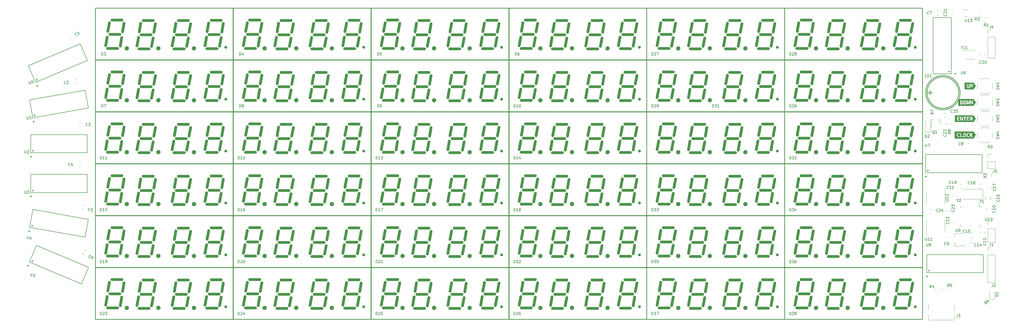
<source format=gto>
%TF.GenerationSoftware,KiCad,Pcbnew,5.1.12-84ad8e8a86~92~ubuntu20.04.1*%
%TF.CreationDate,2022-07-11T23:01:20-05:00*%
%TF.ProjectId,kilosegment_clock,6b696c6f-7365-4676-9d65-6e745f636c6f,rev?*%
%TF.SameCoordinates,Original*%
%TF.FileFunction,Legend,Top*%
%TF.FilePolarity,Positive*%
%FSLAX46Y46*%
G04 Gerber Fmt 4.6, Leading zero omitted, Abs format (unit mm)*
G04 Created by KiCad (PCBNEW 5.1.12-84ad8e8a86~92~ubuntu20.04.1) date 2022-07-11 23:01:20*
%MOMM*%
%LPD*%
G01*
G04 APERTURE LIST*
%ADD10C,0.250000*%
%ADD11C,1.000000*%
%ADD12C,0.300000*%
%ADD13C,0.150000*%
%ADD14C,0.120000*%
G04 APERTURE END LIST*
D10*
%TO.C,D38*%
X298130000Y-124620000D02*
X298130000Y-143620000D01*
X348530000Y-124620000D02*
X348530000Y-143620000D01*
X298130000Y-143620000D02*
X348530000Y-143620000D01*
X298130000Y-124620000D02*
X348530000Y-124620000D01*
D11*
X301910000Y-138410000D02*
X302470000Y-135290000D01*
X307270000Y-138590000D02*
X307830000Y-135460000D01*
X306280000Y-139500000D02*
X302630000Y-139500000D01*
X307100000Y-134300000D02*
X303440000Y-134300000D01*
X308090000Y-133380000D02*
X308650000Y-130260000D01*
X307860000Y-129090000D02*
X304200000Y-129090000D01*
X302730000Y-133200000D02*
X303290000Y-130080000D01*
X327060000Y-133360000D02*
X327620000Y-130230000D01*
X332190000Y-129240000D02*
X328530000Y-129240000D01*
X332420000Y-133530000D02*
X332980000Y-130410000D01*
X331430000Y-134450000D02*
X327770000Y-134450000D01*
X330620000Y-139660000D02*
X326960000Y-139660000D01*
X331610000Y-138740000D02*
X332170000Y-135620000D01*
X326250000Y-138560000D02*
X326810000Y-135440000D01*
X339070000Y-133250000D02*
X339630000Y-130130000D01*
X344210000Y-129140000D02*
X340550000Y-129140000D01*
X344430000Y-133430000D02*
X344990000Y-130310000D01*
X343440000Y-134350000D02*
X339790000Y-134350000D01*
X342630000Y-139550000D02*
X338970000Y-139550000D01*
X343620000Y-138640000D02*
X344180000Y-135510000D01*
X338260000Y-138460000D02*
X338820000Y-135340000D01*
X313400000Y-138560000D02*
X313950000Y-135440000D01*
X318750000Y-138740000D02*
X319310000Y-135620000D01*
X317760000Y-139660000D02*
X314110000Y-139660000D01*
X318580000Y-134450000D02*
X314920000Y-134450000D01*
X319570000Y-133530000D02*
X320130000Y-130410000D01*
X319340000Y-129240000D02*
X315680000Y-129240000D01*
X314210000Y-133360000D02*
X314770000Y-130230000D01*
X321200001Y-139130167D02*
G75*
G03*
X321210000Y-139130000I9999J-299833D01*
G01*
X334230001Y-139150167D02*
G75*
G03*
X334240000Y-139150000I9999J-299833D01*
G01*
X345920000Y-139050000D02*
G75*
G02*
X345920000Y-139050000I0J0D01*
G01*
X309640001Y-139150167D02*
G75*
G03*
X309650000Y-139150000I9999J-299833D01*
G01*
D10*
%TO.C,D37*%
X247680000Y-124620000D02*
X247680000Y-143620000D01*
X298080000Y-124620000D02*
X298080000Y-143620000D01*
X247680000Y-143620000D02*
X298080000Y-143620000D01*
X247680000Y-124620000D02*
X298080000Y-124620000D01*
D11*
X251460000Y-138410000D02*
X252020000Y-135290000D01*
X256820000Y-138590000D02*
X257380000Y-135460000D01*
X255830000Y-139500000D02*
X252180000Y-139500000D01*
X256650000Y-134300000D02*
X252990000Y-134300000D01*
X257640000Y-133380000D02*
X258200000Y-130260000D01*
X257410000Y-129090000D02*
X253750000Y-129090000D01*
X252280000Y-133200000D02*
X252840000Y-130080000D01*
X276610000Y-133360000D02*
X277170000Y-130230000D01*
X281740000Y-129240000D02*
X278080000Y-129240000D01*
X281970000Y-133530000D02*
X282530000Y-130410000D01*
X280980000Y-134450000D02*
X277320000Y-134450000D01*
X280170000Y-139660000D02*
X276510000Y-139660000D01*
X281160000Y-138740000D02*
X281720000Y-135620000D01*
X275800000Y-138560000D02*
X276360000Y-135440000D01*
X288620000Y-133250000D02*
X289180000Y-130130000D01*
X293760000Y-129140000D02*
X290100000Y-129140000D01*
X293980000Y-133430000D02*
X294540000Y-130310000D01*
X292990000Y-134350000D02*
X289340000Y-134350000D01*
X292180000Y-139550000D02*
X288520000Y-139550000D01*
X293170000Y-138640000D02*
X293730000Y-135510000D01*
X287810000Y-138460000D02*
X288370000Y-135340000D01*
X262950000Y-138560000D02*
X263500000Y-135440000D01*
X268300000Y-138740000D02*
X268860000Y-135620000D01*
X267310000Y-139660000D02*
X263660000Y-139660000D01*
X268130000Y-134450000D02*
X264470000Y-134450000D01*
X269120000Y-133530000D02*
X269680000Y-130410000D01*
X268890000Y-129240000D02*
X265230000Y-129240000D01*
X263760000Y-133360000D02*
X264320000Y-130230000D01*
X270750001Y-139130167D02*
G75*
G03*
X270760000Y-139130000I9999J-299833D01*
G01*
X283780001Y-139150167D02*
G75*
G03*
X283790000Y-139150000I9999J-299833D01*
G01*
X295470000Y-139050000D02*
G75*
G02*
X295470000Y-139050000I0J0D01*
G01*
X259190001Y-139150167D02*
G75*
G03*
X259200000Y-139150000I9999J-299833D01*
G01*
D10*
%TO.C,D36*%
X298130000Y-105570000D02*
X298130000Y-124570000D01*
X348530000Y-105570000D02*
X348530000Y-124570000D01*
X298130000Y-124570000D02*
X348530000Y-124570000D01*
X298130000Y-105570000D02*
X348530000Y-105570000D01*
D11*
X301910000Y-119360000D02*
X302470000Y-116240000D01*
X307270000Y-119540000D02*
X307830000Y-116410000D01*
X306280000Y-120450000D02*
X302630000Y-120450000D01*
X307100000Y-115250000D02*
X303440000Y-115250000D01*
X308090000Y-114330000D02*
X308650000Y-111210000D01*
X307860000Y-110040000D02*
X304200000Y-110040000D01*
X302730000Y-114150000D02*
X303290000Y-111030000D01*
X327060000Y-114310000D02*
X327620000Y-111180000D01*
X332190000Y-110190000D02*
X328530000Y-110190000D01*
X332420000Y-114480000D02*
X332980000Y-111360000D01*
X331430000Y-115400000D02*
X327770000Y-115400000D01*
X330620000Y-120610000D02*
X326960000Y-120610000D01*
X331610000Y-119690000D02*
X332170000Y-116570000D01*
X326250000Y-119510000D02*
X326810000Y-116390000D01*
X339070000Y-114200000D02*
X339630000Y-111080000D01*
X344210000Y-110090000D02*
X340550000Y-110090000D01*
X344430000Y-114380000D02*
X344990000Y-111260000D01*
X343440000Y-115300000D02*
X339790000Y-115300000D01*
X342630000Y-120500000D02*
X338970000Y-120500000D01*
X343620000Y-119590000D02*
X344180000Y-116460000D01*
X338260000Y-119410000D02*
X338820000Y-116290000D01*
X313400000Y-119510000D02*
X313950000Y-116390000D01*
X318750000Y-119690000D02*
X319310000Y-116570000D01*
X317760000Y-120610000D02*
X314110000Y-120610000D01*
X318580000Y-115400000D02*
X314920000Y-115400000D01*
X319570000Y-114480000D02*
X320130000Y-111360000D01*
X319340000Y-110190000D02*
X315680000Y-110190000D01*
X314210000Y-114310000D02*
X314770000Y-111180000D01*
X321200001Y-120080167D02*
G75*
G03*
X321210000Y-120080000I9999J-299833D01*
G01*
X334230001Y-120100167D02*
G75*
G03*
X334240000Y-120100000I9999J-299833D01*
G01*
X345920000Y-120000000D02*
G75*
G02*
X345920000Y-120000000I0J0D01*
G01*
X309640001Y-120100167D02*
G75*
G03*
X309650000Y-120100000I9999J-299833D01*
G01*
D10*
%TO.C,D35*%
X247680000Y-105570000D02*
X247680000Y-124570000D01*
X298080000Y-105570000D02*
X298080000Y-124570000D01*
X247680000Y-124570000D02*
X298080000Y-124570000D01*
X247680000Y-105570000D02*
X298080000Y-105570000D01*
D11*
X251460000Y-119360000D02*
X252020000Y-116240000D01*
X256820000Y-119540000D02*
X257380000Y-116410000D01*
X255830000Y-120450000D02*
X252180000Y-120450000D01*
X256650000Y-115250000D02*
X252990000Y-115250000D01*
X257640000Y-114330000D02*
X258200000Y-111210000D01*
X257410000Y-110040000D02*
X253750000Y-110040000D01*
X252280000Y-114150000D02*
X252840000Y-111030000D01*
X276610000Y-114310000D02*
X277170000Y-111180000D01*
X281740000Y-110190000D02*
X278080000Y-110190000D01*
X281970000Y-114480000D02*
X282530000Y-111360000D01*
X280980000Y-115400000D02*
X277320000Y-115400000D01*
X280170000Y-120610000D02*
X276510000Y-120610000D01*
X281160000Y-119690000D02*
X281720000Y-116570000D01*
X275800000Y-119510000D02*
X276360000Y-116390000D01*
X288620000Y-114200000D02*
X289180000Y-111080000D01*
X293760000Y-110090000D02*
X290100000Y-110090000D01*
X293980000Y-114380000D02*
X294540000Y-111260000D01*
X292990000Y-115300000D02*
X289340000Y-115300000D01*
X292180000Y-120500000D02*
X288520000Y-120500000D01*
X293170000Y-119590000D02*
X293730000Y-116460000D01*
X287810000Y-119410000D02*
X288370000Y-116290000D01*
X262950000Y-119510000D02*
X263500000Y-116390000D01*
X268300000Y-119690000D02*
X268860000Y-116570000D01*
X267310000Y-120610000D02*
X263660000Y-120610000D01*
X268130000Y-115400000D02*
X264470000Y-115400000D01*
X269120000Y-114480000D02*
X269680000Y-111360000D01*
X268890000Y-110190000D02*
X265230000Y-110190000D01*
X263760000Y-114310000D02*
X264320000Y-111180000D01*
X270750001Y-120080167D02*
G75*
G03*
X270760000Y-120080000I9999J-299833D01*
G01*
X283780001Y-120100167D02*
G75*
G03*
X283790000Y-120100000I9999J-299833D01*
G01*
X295470000Y-120000000D02*
G75*
G02*
X295470000Y-120000000I0J0D01*
G01*
X259190001Y-120100167D02*
G75*
G03*
X259200000Y-120100000I9999J-299833D01*
G01*
D10*
%TO.C,D34*%
X298130000Y-86520000D02*
X298130000Y-105520000D01*
X348530000Y-86520000D02*
X348530000Y-105520000D01*
X298130000Y-105520000D02*
X348530000Y-105520000D01*
X298130000Y-86520000D02*
X348530000Y-86520000D01*
D11*
X301910000Y-100310000D02*
X302470000Y-97190000D01*
X307270000Y-100490000D02*
X307830000Y-97360000D01*
X306280000Y-101400000D02*
X302630000Y-101400000D01*
X307100000Y-96200000D02*
X303440000Y-96200000D01*
X308090000Y-95280000D02*
X308650000Y-92160000D01*
X307860000Y-90990000D02*
X304200000Y-90990000D01*
X302730000Y-95100000D02*
X303290000Y-91980000D01*
X327060000Y-95260000D02*
X327620000Y-92130000D01*
X332190000Y-91140000D02*
X328530000Y-91140000D01*
X332420000Y-95430000D02*
X332980000Y-92310000D01*
X331430000Y-96350000D02*
X327770000Y-96350000D01*
X330620000Y-101560000D02*
X326960000Y-101560000D01*
X331610000Y-100640000D02*
X332170000Y-97520000D01*
X326250000Y-100460000D02*
X326810000Y-97340000D01*
X339070000Y-95150000D02*
X339630000Y-92030000D01*
X344210000Y-91040000D02*
X340550000Y-91040000D01*
X344430000Y-95330000D02*
X344990000Y-92210000D01*
X343440000Y-96250000D02*
X339790000Y-96250000D01*
X342630000Y-101450000D02*
X338970000Y-101450000D01*
X343620000Y-100540000D02*
X344180000Y-97410000D01*
X338260000Y-100360000D02*
X338820000Y-97240000D01*
X313400000Y-100460000D02*
X313950000Y-97340000D01*
X318750000Y-100640000D02*
X319310000Y-97520000D01*
X317760000Y-101560000D02*
X314110000Y-101560000D01*
X318580000Y-96350000D02*
X314920000Y-96350000D01*
X319570000Y-95430000D02*
X320130000Y-92310000D01*
X319340000Y-91140000D02*
X315680000Y-91140000D01*
X314210000Y-95260000D02*
X314770000Y-92130000D01*
X321200001Y-101030167D02*
G75*
G03*
X321210000Y-101030000I9999J-299833D01*
G01*
X334230001Y-101050167D02*
G75*
G03*
X334240000Y-101050000I9999J-299833D01*
G01*
X345920000Y-100950000D02*
G75*
G02*
X345920000Y-100950000I0J0D01*
G01*
X309640001Y-101050167D02*
G75*
G03*
X309650000Y-101050000I9999J-299833D01*
G01*
D10*
%TO.C,D33*%
X247680000Y-86520000D02*
X247680000Y-105520000D01*
X298080000Y-86520000D02*
X298080000Y-105520000D01*
X247680000Y-105520000D02*
X298080000Y-105520000D01*
X247680000Y-86520000D02*
X298080000Y-86520000D01*
D11*
X251460000Y-100310000D02*
X252020000Y-97190000D01*
X256820000Y-100490000D02*
X257380000Y-97360000D01*
X255830000Y-101400000D02*
X252180000Y-101400000D01*
X256650000Y-96200000D02*
X252990000Y-96200000D01*
X257640000Y-95280000D02*
X258200000Y-92160000D01*
X257410000Y-90990000D02*
X253750000Y-90990000D01*
X252280000Y-95100000D02*
X252840000Y-91980000D01*
X276610000Y-95260000D02*
X277170000Y-92130000D01*
X281740000Y-91140000D02*
X278080000Y-91140000D01*
X281970000Y-95430000D02*
X282530000Y-92310000D01*
X280980000Y-96350000D02*
X277320000Y-96350000D01*
X280170000Y-101560000D02*
X276510000Y-101560000D01*
X281160000Y-100640000D02*
X281720000Y-97520000D01*
X275800000Y-100460000D02*
X276360000Y-97340000D01*
X288620000Y-95150000D02*
X289180000Y-92030000D01*
X293760000Y-91040000D02*
X290100000Y-91040000D01*
X293980000Y-95330000D02*
X294540000Y-92210000D01*
X292990000Y-96250000D02*
X289340000Y-96250000D01*
X292180000Y-101450000D02*
X288520000Y-101450000D01*
X293170000Y-100540000D02*
X293730000Y-97410000D01*
X287810000Y-100360000D02*
X288370000Y-97240000D01*
X262950000Y-100460000D02*
X263500000Y-97340000D01*
X268300000Y-100640000D02*
X268860000Y-97520000D01*
X267310000Y-101560000D02*
X263660000Y-101560000D01*
X268130000Y-96350000D02*
X264470000Y-96350000D01*
X269120000Y-95430000D02*
X269680000Y-92310000D01*
X268890000Y-91140000D02*
X265230000Y-91140000D01*
X263760000Y-95260000D02*
X264320000Y-92130000D01*
X270750001Y-101030167D02*
G75*
G03*
X270760000Y-101030000I9999J-299833D01*
G01*
X283780001Y-101050167D02*
G75*
G03*
X283790000Y-101050000I9999J-299833D01*
G01*
X295470000Y-100950000D02*
G75*
G02*
X295470000Y-100950000I0J0D01*
G01*
X259190001Y-101050167D02*
G75*
G03*
X259200000Y-101050000I9999J-299833D01*
G01*
D10*
%TO.C,D32*%
X298130000Y-67470000D02*
X298130000Y-86470000D01*
X348530000Y-67470000D02*
X348530000Y-86470000D01*
X298130000Y-86470000D02*
X348530000Y-86470000D01*
X298130000Y-67470000D02*
X348530000Y-67470000D01*
D11*
X301910000Y-81260000D02*
X302470000Y-78140000D01*
X307270000Y-81440000D02*
X307830000Y-78310000D01*
X306280000Y-82350000D02*
X302630000Y-82350000D01*
X307100000Y-77150000D02*
X303440000Y-77150000D01*
X308090000Y-76230000D02*
X308650000Y-73110000D01*
X307860000Y-71940000D02*
X304200000Y-71940000D01*
X302730000Y-76050000D02*
X303290000Y-72930000D01*
X327060000Y-76210000D02*
X327620000Y-73080000D01*
X332190000Y-72090000D02*
X328530000Y-72090000D01*
X332420000Y-76380000D02*
X332980000Y-73260000D01*
X331430000Y-77300000D02*
X327770000Y-77300000D01*
X330620000Y-82510000D02*
X326960000Y-82510000D01*
X331610000Y-81590000D02*
X332170000Y-78470000D01*
X326250000Y-81410000D02*
X326810000Y-78290000D01*
X339070000Y-76100000D02*
X339630000Y-72980000D01*
X344210000Y-71990000D02*
X340550000Y-71990000D01*
X344430000Y-76280000D02*
X344990000Y-73160000D01*
X343440000Y-77200000D02*
X339790000Y-77200000D01*
X342630000Y-82400000D02*
X338970000Y-82400000D01*
X343620000Y-81490000D02*
X344180000Y-78360000D01*
X338260000Y-81310000D02*
X338820000Y-78190000D01*
X313400000Y-81410000D02*
X313950000Y-78290000D01*
X318750000Y-81590000D02*
X319310000Y-78470000D01*
X317760000Y-82510000D02*
X314110000Y-82510000D01*
X318580000Y-77300000D02*
X314920000Y-77300000D01*
X319570000Y-76380000D02*
X320130000Y-73260000D01*
X319340000Y-72090000D02*
X315680000Y-72090000D01*
X314210000Y-76210000D02*
X314770000Y-73080000D01*
X321200001Y-81980167D02*
G75*
G03*
X321210000Y-81980000I9999J-299833D01*
G01*
X334230001Y-82000167D02*
G75*
G03*
X334240000Y-82000000I9999J-299833D01*
G01*
X345920000Y-81900000D02*
G75*
G02*
X345920000Y-81900000I0J0D01*
G01*
X309640001Y-82000167D02*
G75*
G03*
X309650000Y-82000000I9999J-299833D01*
G01*
D10*
%TO.C,D31*%
X247680000Y-67470000D02*
X247680000Y-86470000D01*
X298080000Y-67470000D02*
X298080000Y-86470000D01*
X247680000Y-86470000D02*
X298080000Y-86470000D01*
X247680000Y-67470000D02*
X298080000Y-67470000D01*
D11*
X251460000Y-81260000D02*
X252020000Y-78140000D01*
X256820000Y-81440000D02*
X257380000Y-78310000D01*
X255830000Y-82350000D02*
X252180000Y-82350000D01*
X256650000Y-77150000D02*
X252990000Y-77150000D01*
X257640000Y-76230000D02*
X258200000Y-73110000D01*
X257410000Y-71940000D02*
X253750000Y-71940000D01*
X252280000Y-76050000D02*
X252840000Y-72930000D01*
X276610000Y-76210000D02*
X277170000Y-73080000D01*
X281740000Y-72090000D02*
X278080000Y-72090000D01*
X281970000Y-76380000D02*
X282530000Y-73260000D01*
X280980000Y-77300000D02*
X277320000Y-77300000D01*
X280170000Y-82510000D02*
X276510000Y-82510000D01*
X281160000Y-81590000D02*
X281720000Y-78470000D01*
X275800000Y-81410000D02*
X276360000Y-78290000D01*
X288620000Y-76100000D02*
X289180000Y-72980000D01*
X293760000Y-71990000D02*
X290100000Y-71990000D01*
X293980000Y-76280000D02*
X294540000Y-73160000D01*
X292990000Y-77200000D02*
X289340000Y-77200000D01*
X292180000Y-82400000D02*
X288520000Y-82400000D01*
X293170000Y-81490000D02*
X293730000Y-78360000D01*
X287810000Y-81310000D02*
X288370000Y-78190000D01*
X262950000Y-81410000D02*
X263500000Y-78290000D01*
X268300000Y-81590000D02*
X268860000Y-78470000D01*
X267310000Y-82510000D02*
X263660000Y-82510000D01*
X268130000Y-77300000D02*
X264470000Y-77300000D01*
X269120000Y-76380000D02*
X269680000Y-73260000D01*
X268890000Y-72090000D02*
X265230000Y-72090000D01*
X263760000Y-76210000D02*
X264320000Y-73080000D01*
X270750001Y-81980167D02*
G75*
G03*
X270760000Y-81980000I9999J-299833D01*
G01*
X283780001Y-82000167D02*
G75*
G03*
X283790000Y-82000000I9999J-299833D01*
G01*
X295470000Y-81900000D02*
G75*
G02*
X295470000Y-81900000I0J0D01*
G01*
X259190001Y-82000167D02*
G75*
G03*
X259200000Y-82000000I9999J-299833D01*
G01*
D10*
%TO.C,D30*%
X298130000Y-48420000D02*
X298130000Y-67420000D01*
X348530000Y-48420000D02*
X348530000Y-67420000D01*
X298130000Y-67420000D02*
X348530000Y-67420000D01*
X298130000Y-48420000D02*
X348530000Y-48420000D01*
D11*
X301910000Y-62210000D02*
X302470000Y-59090000D01*
X307270000Y-62390000D02*
X307830000Y-59260000D01*
X306280000Y-63300000D02*
X302630000Y-63300000D01*
X307100000Y-58100000D02*
X303440000Y-58100000D01*
X308090000Y-57180000D02*
X308650000Y-54060000D01*
X307860000Y-52890000D02*
X304200000Y-52890000D01*
X302730000Y-57000000D02*
X303290000Y-53880000D01*
X327060000Y-57160000D02*
X327620000Y-54030000D01*
X332190000Y-53040000D02*
X328530000Y-53040000D01*
X332420000Y-57330000D02*
X332980000Y-54210000D01*
X331430000Y-58250000D02*
X327770000Y-58250000D01*
X330620000Y-63460000D02*
X326960000Y-63460000D01*
X331610000Y-62540000D02*
X332170000Y-59420000D01*
X326250000Y-62360000D02*
X326810000Y-59240000D01*
X339070000Y-57050000D02*
X339630000Y-53930000D01*
X344210000Y-52940000D02*
X340550000Y-52940000D01*
X344430000Y-57230000D02*
X344990000Y-54110000D01*
X343440000Y-58150000D02*
X339790000Y-58150000D01*
X342630000Y-63350000D02*
X338970000Y-63350000D01*
X343620000Y-62440000D02*
X344180000Y-59310000D01*
X338260000Y-62260000D02*
X338820000Y-59140000D01*
X313400000Y-62360000D02*
X313950000Y-59240000D01*
X318750000Y-62540000D02*
X319310000Y-59420000D01*
X317760000Y-63460000D02*
X314110000Y-63460000D01*
X318580000Y-58250000D02*
X314920000Y-58250000D01*
X319570000Y-57330000D02*
X320130000Y-54210000D01*
X319340000Y-53040000D02*
X315680000Y-53040000D01*
X314210000Y-57160000D02*
X314770000Y-54030000D01*
X321200001Y-62930167D02*
G75*
G03*
X321210000Y-62930000I9999J-299833D01*
G01*
X334230001Y-62950167D02*
G75*
G03*
X334240000Y-62950000I9999J-299833D01*
G01*
X345920000Y-62850000D02*
G75*
G02*
X345920000Y-62850000I0J0D01*
G01*
X309640001Y-62950167D02*
G75*
G03*
X309650000Y-62950000I9999J-299833D01*
G01*
D10*
%TO.C,D29*%
X247680000Y-48420000D02*
X247680000Y-67420000D01*
X298080000Y-48420000D02*
X298080000Y-67420000D01*
X247680000Y-67420000D02*
X298080000Y-67420000D01*
X247680000Y-48420000D02*
X298080000Y-48420000D01*
D11*
X251460000Y-62210000D02*
X252020000Y-59090000D01*
X256820000Y-62390000D02*
X257380000Y-59260000D01*
X255830000Y-63300000D02*
X252180000Y-63300000D01*
X256650000Y-58100000D02*
X252990000Y-58100000D01*
X257640000Y-57180000D02*
X258200000Y-54060000D01*
X257410000Y-52890000D02*
X253750000Y-52890000D01*
X252280000Y-57000000D02*
X252840000Y-53880000D01*
X276610000Y-57160000D02*
X277170000Y-54030000D01*
X281740000Y-53040000D02*
X278080000Y-53040000D01*
X281970000Y-57330000D02*
X282530000Y-54210000D01*
X280980000Y-58250000D02*
X277320000Y-58250000D01*
X280170000Y-63460000D02*
X276510000Y-63460000D01*
X281160000Y-62540000D02*
X281720000Y-59420000D01*
X275800000Y-62360000D02*
X276360000Y-59240000D01*
X288620000Y-57050000D02*
X289180000Y-53930000D01*
X293760000Y-52940000D02*
X290100000Y-52940000D01*
X293980000Y-57230000D02*
X294540000Y-54110000D01*
X292990000Y-58150000D02*
X289340000Y-58150000D01*
X292180000Y-63350000D02*
X288520000Y-63350000D01*
X293170000Y-62440000D02*
X293730000Y-59310000D01*
X287810000Y-62260000D02*
X288370000Y-59140000D01*
X262950000Y-62360000D02*
X263500000Y-59240000D01*
X268300000Y-62540000D02*
X268860000Y-59420000D01*
X267310000Y-63460000D02*
X263660000Y-63460000D01*
X268130000Y-58250000D02*
X264470000Y-58250000D01*
X269120000Y-57330000D02*
X269680000Y-54210000D01*
X268890000Y-53040000D02*
X265230000Y-53040000D01*
X263760000Y-57160000D02*
X264320000Y-54030000D01*
X270750001Y-62930167D02*
G75*
G03*
X270760000Y-62930000I9999J-299833D01*
G01*
X283780001Y-62950167D02*
G75*
G03*
X283790000Y-62950000I9999J-299833D01*
G01*
X295470000Y-62850000D02*
G75*
G02*
X295470000Y-62850000I0J0D01*
G01*
X259190001Y-62950167D02*
G75*
G03*
X259200000Y-62950000I9999J-299833D01*
G01*
D10*
%TO.C,D28*%
X298130000Y-29370000D02*
X298130000Y-48370000D01*
X348530000Y-29370000D02*
X348530000Y-48370000D01*
X298130000Y-48370000D02*
X348530000Y-48370000D01*
X298130000Y-29370000D02*
X348530000Y-29370000D01*
D11*
X301910000Y-43160000D02*
X302470000Y-40040000D01*
X307270000Y-43340000D02*
X307830000Y-40210000D01*
X306280000Y-44250000D02*
X302630000Y-44250000D01*
X307100000Y-39050000D02*
X303440000Y-39050000D01*
X308090000Y-38130000D02*
X308650000Y-35010000D01*
X307860000Y-33840000D02*
X304200000Y-33840000D01*
X302730000Y-37950000D02*
X303290000Y-34830000D01*
X327060000Y-38110000D02*
X327620000Y-34980000D01*
X332190000Y-33990000D02*
X328530000Y-33990000D01*
X332420000Y-38280000D02*
X332980000Y-35160000D01*
X331430000Y-39200000D02*
X327770000Y-39200000D01*
X330620000Y-44410000D02*
X326960000Y-44410000D01*
X331610000Y-43490000D02*
X332170000Y-40370000D01*
X326250000Y-43310000D02*
X326810000Y-40190000D01*
X339070000Y-38000000D02*
X339630000Y-34880000D01*
X344210000Y-33890000D02*
X340550000Y-33890000D01*
X344430000Y-38180000D02*
X344990000Y-35060000D01*
X343440000Y-39100000D02*
X339790000Y-39100000D01*
X342630000Y-44300000D02*
X338970000Y-44300000D01*
X343620000Y-43390000D02*
X344180000Y-40260000D01*
X338260000Y-43210000D02*
X338820000Y-40090000D01*
X313400000Y-43310000D02*
X313950000Y-40190000D01*
X318750000Y-43490000D02*
X319310000Y-40370000D01*
X317760000Y-44410000D02*
X314110000Y-44410000D01*
X318580000Y-39200000D02*
X314920000Y-39200000D01*
X319570000Y-38280000D02*
X320130000Y-35160000D01*
X319340000Y-33990000D02*
X315680000Y-33990000D01*
X314210000Y-38110000D02*
X314770000Y-34980000D01*
X321200001Y-43880167D02*
G75*
G03*
X321210000Y-43880000I9999J-299833D01*
G01*
X334230001Y-43900167D02*
G75*
G03*
X334240000Y-43900000I9999J-299833D01*
G01*
X345920000Y-43800000D02*
G75*
G02*
X345920000Y-43800000I0J0D01*
G01*
X309640001Y-43900167D02*
G75*
G03*
X309650000Y-43900000I9999J-299833D01*
G01*
D10*
%TO.C,D27*%
X247680000Y-29370000D02*
X247680000Y-48370000D01*
X298080000Y-29370000D02*
X298080000Y-48370000D01*
X247680000Y-48370000D02*
X298080000Y-48370000D01*
X247680000Y-29370000D02*
X298080000Y-29370000D01*
D11*
X251460000Y-43160000D02*
X252020000Y-40040000D01*
X256820000Y-43340000D02*
X257380000Y-40210000D01*
X255830000Y-44250000D02*
X252180000Y-44250000D01*
X256650000Y-39050000D02*
X252990000Y-39050000D01*
X257640000Y-38130000D02*
X258200000Y-35010000D01*
X257410000Y-33840000D02*
X253750000Y-33840000D01*
X252280000Y-37950000D02*
X252840000Y-34830000D01*
X276610000Y-38110000D02*
X277170000Y-34980000D01*
X281740000Y-33990000D02*
X278080000Y-33990000D01*
X281970000Y-38280000D02*
X282530000Y-35160000D01*
X280980000Y-39200000D02*
X277320000Y-39200000D01*
X280170000Y-44410000D02*
X276510000Y-44410000D01*
X281160000Y-43490000D02*
X281720000Y-40370000D01*
X275800000Y-43310000D02*
X276360000Y-40190000D01*
X288620000Y-38000000D02*
X289180000Y-34880000D01*
X293760000Y-33890000D02*
X290100000Y-33890000D01*
X293980000Y-38180000D02*
X294540000Y-35060000D01*
X292990000Y-39100000D02*
X289340000Y-39100000D01*
X292180000Y-44300000D02*
X288520000Y-44300000D01*
X293170000Y-43390000D02*
X293730000Y-40260000D01*
X287810000Y-43210000D02*
X288370000Y-40090000D01*
X262950000Y-43310000D02*
X263500000Y-40190000D01*
X268300000Y-43490000D02*
X268860000Y-40370000D01*
X267310000Y-44410000D02*
X263660000Y-44410000D01*
X268130000Y-39200000D02*
X264470000Y-39200000D01*
X269120000Y-38280000D02*
X269680000Y-35160000D01*
X268890000Y-33990000D02*
X265230000Y-33990000D01*
X263760000Y-38110000D02*
X264320000Y-34980000D01*
X270750001Y-43880167D02*
G75*
G03*
X270760000Y-43880000I9999J-299833D01*
G01*
X283780001Y-43900167D02*
G75*
G03*
X283790000Y-43900000I9999J-299833D01*
G01*
X295470000Y-43800000D02*
G75*
G02*
X295470000Y-43800000I0J0D01*
G01*
X259190001Y-43900167D02*
G75*
G03*
X259200000Y-43900000I9999J-299833D01*
G01*
D10*
%TO.C,D26*%
X197230000Y-124620000D02*
X197230000Y-143620000D01*
X247630000Y-124620000D02*
X247630000Y-143620000D01*
X197230000Y-143620000D02*
X247630000Y-143620000D01*
X197230000Y-124620000D02*
X247630000Y-124620000D01*
D11*
X201010000Y-138410000D02*
X201570000Y-135290000D01*
X206370000Y-138590000D02*
X206930000Y-135460000D01*
X205380000Y-139500000D02*
X201730000Y-139500000D01*
X206200000Y-134300000D02*
X202540000Y-134300000D01*
X207190000Y-133380000D02*
X207750000Y-130260000D01*
X206960000Y-129090000D02*
X203300000Y-129090000D01*
X201830000Y-133200000D02*
X202390000Y-130080000D01*
X226160000Y-133360000D02*
X226720000Y-130230000D01*
X231290000Y-129240000D02*
X227630000Y-129240000D01*
X231520000Y-133530000D02*
X232080000Y-130410000D01*
X230530000Y-134450000D02*
X226870000Y-134450000D01*
X229720000Y-139660000D02*
X226060000Y-139660000D01*
X230710000Y-138740000D02*
X231270000Y-135620000D01*
X225350000Y-138560000D02*
X225910000Y-135440000D01*
X238170000Y-133250000D02*
X238730000Y-130130000D01*
X243310000Y-129140000D02*
X239650000Y-129140000D01*
X243530000Y-133430000D02*
X244090000Y-130310000D01*
X242540000Y-134350000D02*
X238890000Y-134350000D01*
X241730000Y-139550000D02*
X238070000Y-139550000D01*
X242720000Y-138640000D02*
X243280000Y-135510000D01*
X237360000Y-138460000D02*
X237920000Y-135340000D01*
X212500000Y-138560000D02*
X213050000Y-135440000D01*
X217850000Y-138740000D02*
X218410000Y-135620000D01*
X216860000Y-139660000D02*
X213210000Y-139660000D01*
X217680000Y-134450000D02*
X214020000Y-134450000D01*
X218670000Y-133530000D02*
X219230000Y-130410000D01*
X218440000Y-129240000D02*
X214780000Y-129240000D01*
X213310000Y-133360000D02*
X213870000Y-130230000D01*
X220300001Y-139130167D02*
G75*
G03*
X220310000Y-139130000I9999J-299833D01*
G01*
X233330001Y-139150167D02*
G75*
G03*
X233340000Y-139150000I9999J-299833D01*
G01*
X245020000Y-139050000D02*
G75*
G02*
X245020000Y-139050000I0J0D01*
G01*
X208740001Y-139150167D02*
G75*
G03*
X208750000Y-139150000I9999J-299833D01*
G01*
D10*
%TO.C,D25*%
X146780000Y-124620000D02*
X146780000Y-143620000D01*
X197180000Y-124620000D02*
X197180000Y-143620000D01*
X146780000Y-143620000D02*
X197180000Y-143620000D01*
X146780000Y-124620000D02*
X197180000Y-124620000D01*
D11*
X150560000Y-138410000D02*
X151120000Y-135290000D01*
X155920000Y-138590000D02*
X156480000Y-135460000D01*
X154930000Y-139500000D02*
X151280000Y-139500000D01*
X155750000Y-134300000D02*
X152090000Y-134300000D01*
X156740000Y-133380000D02*
X157300000Y-130260000D01*
X156510000Y-129090000D02*
X152850000Y-129090000D01*
X151380000Y-133200000D02*
X151940000Y-130080000D01*
X175710000Y-133360000D02*
X176270000Y-130230000D01*
X180840000Y-129240000D02*
X177180000Y-129240000D01*
X181070000Y-133530000D02*
X181630000Y-130410000D01*
X180080000Y-134450000D02*
X176420000Y-134450000D01*
X179270000Y-139660000D02*
X175610000Y-139660000D01*
X180260000Y-138740000D02*
X180820000Y-135620000D01*
X174900000Y-138560000D02*
X175460000Y-135440000D01*
X187720000Y-133250000D02*
X188280000Y-130130000D01*
X192860000Y-129140000D02*
X189200000Y-129140000D01*
X193080000Y-133430000D02*
X193640000Y-130310000D01*
X192090000Y-134350000D02*
X188440000Y-134350000D01*
X191280000Y-139550000D02*
X187620000Y-139550000D01*
X192270000Y-138640000D02*
X192830000Y-135510000D01*
X186910000Y-138460000D02*
X187470000Y-135340000D01*
X162050000Y-138560000D02*
X162600000Y-135440000D01*
X167400000Y-138740000D02*
X167960000Y-135620000D01*
X166410000Y-139660000D02*
X162760000Y-139660000D01*
X167230000Y-134450000D02*
X163570000Y-134450000D01*
X168220000Y-133530000D02*
X168780000Y-130410000D01*
X167990000Y-129240000D02*
X164330000Y-129240000D01*
X162860000Y-133360000D02*
X163420000Y-130230000D01*
X169850001Y-139130167D02*
G75*
G03*
X169860000Y-139130000I9999J-299833D01*
G01*
X182880001Y-139150167D02*
G75*
G03*
X182890000Y-139150000I9999J-299833D01*
G01*
X194570000Y-139050000D02*
G75*
G02*
X194570000Y-139050000I0J0D01*
G01*
X158290001Y-139150167D02*
G75*
G03*
X158300000Y-139150000I9999J-299833D01*
G01*
D10*
%TO.C,D24*%
X96330000Y-124620000D02*
X96330000Y-143620000D01*
X146730000Y-124620000D02*
X146730000Y-143620000D01*
X96330000Y-143620000D02*
X146730000Y-143620000D01*
X96330000Y-124620000D02*
X146730000Y-124620000D01*
D11*
X100110000Y-138410000D02*
X100670000Y-135290000D01*
X105470000Y-138590000D02*
X106030000Y-135460000D01*
X104480000Y-139500000D02*
X100830000Y-139500000D01*
X105300000Y-134300000D02*
X101640000Y-134300000D01*
X106290000Y-133380000D02*
X106850000Y-130260000D01*
X106060000Y-129090000D02*
X102400000Y-129090000D01*
X100930000Y-133200000D02*
X101490000Y-130080000D01*
X125260000Y-133360000D02*
X125820000Y-130230000D01*
X130390000Y-129240000D02*
X126730000Y-129240000D01*
X130620000Y-133530000D02*
X131180000Y-130410000D01*
X129630000Y-134450000D02*
X125970000Y-134450000D01*
X128820000Y-139660000D02*
X125160000Y-139660000D01*
X129810000Y-138740000D02*
X130370000Y-135620000D01*
X124450000Y-138560000D02*
X125010000Y-135440000D01*
X137270000Y-133250000D02*
X137830000Y-130130000D01*
X142410000Y-129140000D02*
X138750000Y-129140000D01*
X142630000Y-133430000D02*
X143190000Y-130310000D01*
X141640000Y-134350000D02*
X137990000Y-134350000D01*
X140830000Y-139550000D02*
X137170000Y-139550000D01*
X141820000Y-138640000D02*
X142380000Y-135510000D01*
X136460000Y-138460000D02*
X137020000Y-135340000D01*
X111600000Y-138560000D02*
X112150000Y-135440000D01*
X116950000Y-138740000D02*
X117510000Y-135620000D01*
X115960000Y-139660000D02*
X112310000Y-139660000D01*
X116780000Y-134450000D02*
X113120000Y-134450000D01*
X117770000Y-133530000D02*
X118330000Y-130410000D01*
X117540000Y-129240000D02*
X113880000Y-129240000D01*
X112410000Y-133360000D02*
X112970000Y-130230000D01*
X119400001Y-139130167D02*
G75*
G03*
X119410000Y-139130000I9999J-299833D01*
G01*
X132430001Y-139150167D02*
G75*
G03*
X132440000Y-139150000I9999J-299833D01*
G01*
X144120000Y-139050000D02*
G75*
G02*
X144120000Y-139050000I0J0D01*
G01*
X107840001Y-139150167D02*
G75*
G03*
X107850000Y-139150000I9999J-299833D01*
G01*
D10*
%TO.C,D23*%
X45880000Y-124620000D02*
X45880000Y-143620000D01*
X96280000Y-124620000D02*
X96280000Y-143620000D01*
X45880000Y-143620000D02*
X96280000Y-143620000D01*
X45880000Y-124620000D02*
X96280000Y-124620000D01*
D11*
X49660000Y-138410000D02*
X50220000Y-135290000D01*
X55020000Y-138590000D02*
X55580000Y-135460000D01*
X54030000Y-139500000D02*
X50380000Y-139500000D01*
X54850000Y-134300000D02*
X51190000Y-134300000D01*
X55840000Y-133380000D02*
X56400000Y-130260000D01*
X55610000Y-129090000D02*
X51950000Y-129090000D01*
X50480000Y-133200000D02*
X51040000Y-130080000D01*
X74810000Y-133360000D02*
X75370000Y-130230000D01*
X79940000Y-129240000D02*
X76280000Y-129240000D01*
X80170000Y-133530000D02*
X80730000Y-130410000D01*
X79180000Y-134450000D02*
X75520000Y-134450000D01*
X78370000Y-139660000D02*
X74710000Y-139660000D01*
X79360000Y-138740000D02*
X79920000Y-135620000D01*
X74000000Y-138560000D02*
X74560000Y-135440000D01*
X86820000Y-133250000D02*
X87380000Y-130130000D01*
X91960000Y-129140000D02*
X88300000Y-129140000D01*
X92180000Y-133430000D02*
X92740000Y-130310000D01*
X91190000Y-134350000D02*
X87540000Y-134350000D01*
X90380000Y-139550000D02*
X86720000Y-139550000D01*
X91370000Y-138640000D02*
X91930000Y-135510000D01*
X86010000Y-138460000D02*
X86570000Y-135340000D01*
X61150000Y-138560000D02*
X61700000Y-135440000D01*
X66500000Y-138740000D02*
X67060000Y-135620000D01*
X65510000Y-139660000D02*
X61860000Y-139660000D01*
X66330000Y-134450000D02*
X62670000Y-134450000D01*
X67320000Y-133530000D02*
X67880000Y-130410000D01*
X67090000Y-129240000D02*
X63430000Y-129240000D01*
X61960000Y-133360000D02*
X62520000Y-130230000D01*
X68950001Y-139130167D02*
G75*
G03*
X68960000Y-139130000I9999J-299833D01*
G01*
X81980001Y-139150167D02*
G75*
G03*
X81990000Y-139150000I9999J-299833D01*
G01*
X93670000Y-139050000D02*
G75*
G02*
X93670000Y-139050000I0J0D01*
G01*
X57390001Y-139150167D02*
G75*
G03*
X57400000Y-139150000I9999J-299833D01*
G01*
D10*
%TO.C,D22*%
X197230000Y-105570000D02*
X197230000Y-124570000D01*
X247630000Y-105570000D02*
X247630000Y-124570000D01*
X197230000Y-124570000D02*
X247630000Y-124570000D01*
X197230000Y-105570000D02*
X247630000Y-105570000D01*
D11*
X201010000Y-119360000D02*
X201570000Y-116240000D01*
X206370000Y-119540000D02*
X206930000Y-116410000D01*
X205380000Y-120450000D02*
X201730000Y-120450000D01*
X206200000Y-115250000D02*
X202540000Y-115250000D01*
X207190000Y-114330000D02*
X207750000Y-111210000D01*
X206960000Y-110040000D02*
X203300000Y-110040000D01*
X201830000Y-114150000D02*
X202390000Y-111030000D01*
X226160000Y-114310000D02*
X226720000Y-111180000D01*
X231290000Y-110190000D02*
X227630000Y-110190000D01*
X231520000Y-114480000D02*
X232080000Y-111360000D01*
X230530000Y-115400000D02*
X226870000Y-115400000D01*
X229720000Y-120610000D02*
X226060000Y-120610000D01*
X230710000Y-119690000D02*
X231270000Y-116570000D01*
X225350000Y-119510000D02*
X225910000Y-116390000D01*
X238170000Y-114200000D02*
X238730000Y-111080000D01*
X243310000Y-110090000D02*
X239650000Y-110090000D01*
X243530000Y-114380000D02*
X244090000Y-111260000D01*
X242540000Y-115300000D02*
X238890000Y-115300000D01*
X241730000Y-120500000D02*
X238070000Y-120500000D01*
X242720000Y-119590000D02*
X243280000Y-116460000D01*
X237360000Y-119410000D02*
X237920000Y-116290000D01*
X212500000Y-119510000D02*
X213050000Y-116390000D01*
X217850000Y-119690000D02*
X218410000Y-116570000D01*
X216860000Y-120610000D02*
X213210000Y-120610000D01*
X217680000Y-115400000D02*
X214020000Y-115400000D01*
X218670000Y-114480000D02*
X219230000Y-111360000D01*
X218440000Y-110190000D02*
X214780000Y-110190000D01*
X213310000Y-114310000D02*
X213870000Y-111180000D01*
X220300001Y-120080167D02*
G75*
G03*
X220310000Y-120080000I9999J-299833D01*
G01*
X233330001Y-120100167D02*
G75*
G03*
X233340000Y-120100000I9999J-299833D01*
G01*
X245020000Y-120000000D02*
G75*
G02*
X245020000Y-120000000I0J0D01*
G01*
X208740001Y-120100167D02*
G75*
G03*
X208750000Y-120100000I9999J-299833D01*
G01*
D10*
%TO.C,D21*%
X146780000Y-105570000D02*
X146780000Y-124570000D01*
X197180000Y-105570000D02*
X197180000Y-124570000D01*
X146780000Y-124570000D02*
X197180000Y-124570000D01*
X146780000Y-105570000D02*
X197180000Y-105570000D01*
D11*
X150560000Y-119360000D02*
X151120000Y-116240000D01*
X155920000Y-119540000D02*
X156480000Y-116410000D01*
X154930000Y-120450000D02*
X151280000Y-120450000D01*
X155750000Y-115250000D02*
X152090000Y-115250000D01*
X156740000Y-114330000D02*
X157300000Y-111210000D01*
X156510000Y-110040000D02*
X152850000Y-110040000D01*
X151380000Y-114150000D02*
X151940000Y-111030000D01*
X175710000Y-114310000D02*
X176270000Y-111180000D01*
X180840000Y-110190000D02*
X177180000Y-110190000D01*
X181070000Y-114480000D02*
X181630000Y-111360000D01*
X180080000Y-115400000D02*
X176420000Y-115400000D01*
X179270000Y-120610000D02*
X175610000Y-120610000D01*
X180260000Y-119690000D02*
X180820000Y-116570000D01*
X174900000Y-119510000D02*
X175460000Y-116390000D01*
X187720000Y-114200000D02*
X188280000Y-111080000D01*
X192860000Y-110090000D02*
X189200000Y-110090000D01*
X193080000Y-114380000D02*
X193640000Y-111260000D01*
X192090000Y-115300000D02*
X188440000Y-115300000D01*
X191280000Y-120500000D02*
X187620000Y-120500000D01*
X192270000Y-119590000D02*
X192830000Y-116460000D01*
X186910000Y-119410000D02*
X187470000Y-116290000D01*
X162050000Y-119510000D02*
X162600000Y-116390000D01*
X167400000Y-119690000D02*
X167960000Y-116570000D01*
X166410000Y-120610000D02*
X162760000Y-120610000D01*
X167230000Y-115400000D02*
X163570000Y-115400000D01*
X168220000Y-114480000D02*
X168780000Y-111360000D01*
X167990000Y-110190000D02*
X164330000Y-110190000D01*
X162860000Y-114310000D02*
X163420000Y-111180000D01*
X169850001Y-120080167D02*
G75*
G03*
X169860000Y-120080000I9999J-299833D01*
G01*
X182880001Y-120100167D02*
G75*
G03*
X182890000Y-120100000I9999J-299833D01*
G01*
X194570000Y-120000000D02*
G75*
G02*
X194570000Y-120000000I0J0D01*
G01*
X158290001Y-120100167D02*
G75*
G03*
X158300000Y-120100000I9999J-299833D01*
G01*
D10*
%TO.C,D20*%
X96330000Y-105570000D02*
X96330000Y-124570000D01*
X146730000Y-105570000D02*
X146730000Y-124570000D01*
X96330000Y-124570000D02*
X146730000Y-124570000D01*
X96330000Y-105570000D02*
X146730000Y-105570000D01*
D11*
X100110000Y-119360000D02*
X100670000Y-116240000D01*
X105470000Y-119540000D02*
X106030000Y-116410000D01*
X104480000Y-120450000D02*
X100830000Y-120450000D01*
X105300000Y-115250000D02*
X101640000Y-115250000D01*
X106290000Y-114330000D02*
X106850000Y-111210000D01*
X106060000Y-110040000D02*
X102400000Y-110040000D01*
X100930000Y-114150000D02*
X101490000Y-111030000D01*
X125260000Y-114310000D02*
X125820000Y-111180000D01*
X130390000Y-110190000D02*
X126730000Y-110190000D01*
X130620000Y-114480000D02*
X131180000Y-111360000D01*
X129630000Y-115400000D02*
X125970000Y-115400000D01*
X128820000Y-120610000D02*
X125160000Y-120610000D01*
X129810000Y-119690000D02*
X130370000Y-116570000D01*
X124450000Y-119510000D02*
X125010000Y-116390000D01*
X137270000Y-114200000D02*
X137830000Y-111080000D01*
X142410000Y-110090000D02*
X138750000Y-110090000D01*
X142630000Y-114380000D02*
X143190000Y-111260000D01*
X141640000Y-115300000D02*
X137990000Y-115300000D01*
X140830000Y-120500000D02*
X137170000Y-120500000D01*
X141820000Y-119590000D02*
X142380000Y-116460000D01*
X136460000Y-119410000D02*
X137020000Y-116290000D01*
X111600000Y-119510000D02*
X112150000Y-116390000D01*
X116950000Y-119690000D02*
X117510000Y-116570000D01*
X115960000Y-120610000D02*
X112310000Y-120610000D01*
X116780000Y-115400000D02*
X113120000Y-115400000D01*
X117770000Y-114480000D02*
X118330000Y-111360000D01*
X117540000Y-110190000D02*
X113880000Y-110190000D01*
X112410000Y-114310000D02*
X112970000Y-111180000D01*
X119400001Y-120080167D02*
G75*
G03*
X119410000Y-120080000I9999J-299833D01*
G01*
X132430001Y-120100167D02*
G75*
G03*
X132440000Y-120100000I9999J-299833D01*
G01*
X144120000Y-120000000D02*
G75*
G02*
X144120000Y-120000000I0J0D01*
G01*
X107840001Y-120100167D02*
G75*
G03*
X107850000Y-120100000I9999J-299833D01*
G01*
D10*
%TO.C,D19*%
X45880000Y-105570000D02*
X45880000Y-124570000D01*
X96280000Y-105570000D02*
X96280000Y-124570000D01*
X45880000Y-124570000D02*
X96280000Y-124570000D01*
X45880000Y-105570000D02*
X96280000Y-105570000D01*
D11*
X49660000Y-119360000D02*
X50220000Y-116240000D01*
X55020000Y-119540000D02*
X55580000Y-116410000D01*
X54030000Y-120450000D02*
X50380000Y-120450000D01*
X54850000Y-115250000D02*
X51190000Y-115250000D01*
X55840000Y-114330000D02*
X56400000Y-111210000D01*
X55610000Y-110040000D02*
X51950000Y-110040000D01*
X50480000Y-114150000D02*
X51040000Y-111030000D01*
X74810000Y-114310000D02*
X75370000Y-111180000D01*
X79940000Y-110190000D02*
X76280000Y-110190000D01*
X80170000Y-114480000D02*
X80730000Y-111360000D01*
X79180000Y-115400000D02*
X75520000Y-115400000D01*
X78370000Y-120610000D02*
X74710000Y-120610000D01*
X79360000Y-119690000D02*
X79920000Y-116570000D01*
X74000000Y-119510000D02*
X74560000Y-116390000D01*
X86820000Y-114200000D02*
X87380000Y-111080000D01*
X91960000Y-110090000D02*
X88300000Y-110090000D01*
X92180000Y-114380000D02*
X92740000Y-111260000D01*
X91190000Y-115300000D02*
X87540000Y-115300000D01*
X90380000Y-120500000D02*
X86720000Y-120500000D01*
X91370000Y-119590000D02*
X91930000Y-116460000D01*
X86010000Y-119410000D02*
X86570000Y-116290000D01*
X61150000Y-119510000D02*
X61700000Y-116390000D01*
X66500000Y-119690000D02*
X67060000Y-116570000D01*
X65510000Y-120610000D02*
X61860000Y-120610000D01*
X66330000Y-115400000D02*
X62670000Y-115400000D01*
X67320000Y-114480000D02*
X67880000Y-111360000D01*
X67090000Y-110190000D02*
X63430000Y-110190000D01*
X61960000Y-114310000D02*
X62520000Y-111180000D01*
X68950001Y-120080167D02*
G75*
G03*
X68960000Y-120080000I9999J-299833D01*
G01*
X81980001Y-120100167D02*
G75*
G03*
X81990000Y-120100000I9999J-299833D01*
G01*
X93670000Y-120000000D02*
G75*
G02*
X93670000Y-120000000I0J0D01*
G01*
X57390001Y-120100167D02*
G75*
G03*
X57400000Y-120100000I9999J-299833D01*
G01*
D10*
%TO.C,D18*%
X197230000Y-86520000D02*
X197230000Y-105520000D01*
X247630000Y-86520000D02*
X247630000Y-105520000D01*
X197230000Y-105520000D02*
X247630000Y-105520000D01*
X197230000Y-86520000D02*
X247630000Y-86520000D01*
D11*
X201010000Y-100310000D02*
X201570000Y-97190000D01*
X206370000Y-100490000D02*
X206930000Y-97360000D01*
X205380000Y-101400000D02*
X201730000Y-101400000D01*
X206200000Y-96200000D02*
X202540000Y-96200000D01*
X207190000Y-95280000D02*
X207750000Y-92160000D01*
X206960000Y-90990000D02*
X203300000Y-90990000D01*
X201830000Y-95100000D02*
X202390000Y-91980000D01*
X226160000Y-95260000D02*
X226720000Y-92130000D01*
X231290000Y-91140000D02*
X227630000Y-91140000D01*
X231520000Y-95430000D02*
X232080000Y-92310000D01*
X230530000Y-96350000D02*
X226870000Y-96350000D01*
X229720000Y-101560000D02*
X226060000Y-101560000D01*
X230710000Y-100640000D02*
X231270000Y-97520000D01*
X225350000Y-100460000D02*
X225910000Y-97340000D01*
X238170000Y-95150000D02*
X238730000Y-92030000D01*
X243310000Y-91040000D02*
X239650000Y-91040000D01*
X243530000Y-95330000D02*
X244090000Y-92210000D01*
X242540000Y-96250000D02*
X238890000Y-96250000D01*
X241730000Y-101450000D02*
X238070000Y-101450000D01*
X242720000Y-100540000D02*
X243280000Y-97410000D01*
X237360000Y-100360000D02*
X237920000Y-97240000D01*
X212500000Y-100460000D02*
X213050000Y-97340000D01*
X217850000Y-100640000D02*
X218410000Y-97520000D01*
X216860000Y-101560000D02*
X213210000Y-101560000D01*
X217680000Y-96350000D02*
X214020000Y-96350000D01*
X218670000Y-95430000D02*
X219230000Y-92310000D01*
X218440000Y-91140000D02*
X214780000Y-91140000D01*
X213310000Y-95260000D02*
X213870000Y-92130000D01*
X220300001Y-101030167D02*
G75*
G03*
X220310000Y-101030000I9999J-299833D01*
G01*
X233330001Y-101050167D02*
G75*
G03*
X233340000Y-101050000I9999J-299833D01*
G01*
X245020000Y-100950000D02*
G75*
G02*
X245020000Y-100950000I0J0D01*
G01*
X208740001Y-101050167D02*
G75*
G03*
X208750000Y-101050000I9999J-299833D01*
G01*
D10*
%TO.C,D17*%
X146780000Y-86520000D02*
X146780000Y-105520000D01*
X197180000Y-86520000D02*
X197180000Y-105520000D01*
X146780000Y-105520000D02*
X197180000Y-105520000D01*
X146780000Y-86520000D02*
X197180000Y-86520000D01*
D11*
X150560000Y-100310000D02*
X151120000Y-97190000D01*
X155920000Y-100490000D02*
X156480000Y-97360000D01*
X154930000Y-101400000D02*
X151280000Y-101400000D01*
X155750000Y-96200000D02*
X152090000Y-96200000D01*
X156740000Y-95280000D02*
X157300000Y-92160000D01*
X156510000Y-90990000D02*
X152850000Y-90990000D01*
X151380000Y-95100000D02*
X151940000Y-91980000D01*
X175710000Y-95260000D02*
X176270000Y-92130000D01*
X180840000Y-91140000D02*
X177180000Y-91140000D01*
X181070000Y-95430000D02*
X181630000Y-92310000D01*
X180080000Y-96350000D02*
X176420000Y-96350000D01*
X179270000Y-101560000D02*
X175610000Y-101560000D01*
X180260000Y-100640000D02*
X180820000Y-97520000D01*
X174900000Y-100460000D02*
X175460000Y-97340000D01*
X187720000Y-95150000D02*
X188280000Y-92030000D01*
X192860000Y-91040000D02*
X189200000Y-91040000D01*
X193080000Y-95330000D02*
X193640000Y-92210000D01*
X192090000Y-96250000D02*
X188440000Y-96250000D01*
X191280000Y-101450000D02*
X187620000Y-101450000D01*
X192270000Y-100540000D02*
X192830000Y-97410000D01*
X186910000Y-100360000D02*
X187470000Y-97240000D01*
X162050000Y-100460000D02*
X162600000Y-97340000D01*
X167400000Y-100640000D02*
X167960000Y-97520000D01*
X166410000Y-101560000D02*
X162760000Y-101560000D01*
X167230000Y-96350000D02*
X163570000Y-96350000D01*
X168220000Y-95430000D02*
X168780000Y-92310000D01*
X167990000Y-91140000D02*
X164330000Y-91140000D01*
X162860000Y-95260000D02*
X163420000Y-92130000D01*
X169850001Y-101030167D02*
G75*
G03*
X169860000Y-101030000I9999J-299833D01*
G01*
X182880001Y-101050167D02*
G75*
G03*
X182890000Y-101050000I9999J-299833D01*
G01*
X194570000Y-100950000D02*
G75*
G02*
X194570000Y-100950000I0J0D01*
G01*
X158290001Y-101050167D02*
G75*
G03*
X158300000Y-101050000I9999J-299833D01*
G01*
D10*
%TO.C,D16*%
X96330000Y-86520000D02*
X96330000Y-105520000D01*
X146730000Y-86520000D02*
X146730000Y-105520000D01*
X96330000Y-105520000D02*
X146730000Y-105520000D01*
X96330000Y-86520000D02*
X146730000Y-86520000D01*
D11*
X100110000Y-100310000D02*
X100670000Y-97190000D01*
X105470000Y-100490000D02*
X106030000Y-97360000D01*
X104480000Y-101400000D02*
X100830000Y-101400000D01*
X105300000Y-96200000D02*
X101640000Y-96200000D01*
X106290000Y-95280000D02*
X106850000Y-92160000D01*
X106060000Y-90990000D02*
X102400000Y-90990000D01*
X100930000Y-95100000D02*
X101490000Y-91980000D01*
X125260000Y-95260000D02*
X125820000Y-92130000D01*
X130390000Y-91140000D02*
X126730000Y-91140000D01*
X130620000Y-95430000D02*
X131180000Y-92310000D01*
X129630000Y-96350000D02*
X125970000Y-96350000D01*
X128820000Y-101560000D02*
X125160000Y-101560000D01*
X129810000Y-100640000D02*
X130370000Y-97520000D01*
X124450000Y-100460000D02*
X125010000Y-97340000D01*
X137270000Y-95150000D02*
X137830000Y-92030000D01*
X142410000Y-91040000D02*
X138750000Y-91040000D01*
X142630000Y-95330000D02*
X143190000Y-92210000D01*
X141640000Y-96250000D02*
X137990000Y-96250000D01*
X140830000Y-101450000D02*
X137170000Y-101450000D01*
X141820000Y-100540000D02*
X142380000Y-97410000D01*
X136460000Y-100360000D02*
X137020000Y-97240000D01*
X111600000Y-100460000D02*
X112150000Y-97340000D01*
X116950000Y-100640000D02*
X117510000Y-97520000D01*
X115960000Y-101560000D02*
X112310000Y-101560000D01*
X116780000Y-96350000D02*
X113120000Y-96350000D01*
X117770000Y-95430000D02*
X118330000Y-92310000D01*
X117540000Y-91140000D02*
X113880000Y-91140000D01*
X112410000Y-95260000D02*
X112970000Y-92130000D01*
X119400001Y-101030167D02*
G75*
G03*
X119410000Y-101030000I9999J-299833D01*
G01*
X132430001Y-101050167D02*
G75*
G03*
X132440000Y-101050000I9999J-299833D01*
G01*
X144120000Y-100950000D02*
G75*
G02*
X144120000Y-100950000I0J0D01*
G01*
X107840001Y-101050167D02*
G75*
G03*
X107850000Y-101050000I9999J-299833D01*
G01*
D10*
%TO.C,D15*%
X45880000Y-86520000D02*
X45880000Y-105520000D01*
X96280000Y-86520000D02*
X96280000Y-105520000D01*
X45880000Y-105520000D02*
X96280000Y-105520000D01*
X45880000Y-86520000D02*
X96280000Y-86520000D01*
D11*
X49660000Y-100310000D02*
X50220000Y-97190000D01*
X55020000Y-100490000D02*
X55580000Y-97360000D01*
X54030000Y-101400000D02*
X50380000Y-101400000D01*
X54850000Y-96200000D02*
X51190000Y-96200000D01*
X55840000Y-95280000D02*
X56400000Y-92160000D01*
X55610000Y-90990000D02*
X51950000Y-90990000D01*
X50480000Y-95100000D02*
X51040000Y-91980000D01*
X74810000Y-95260000D02*
X75370000Y-92130000D01*
X79940000Y-91140000D02*
X76280000Y-91140000D01*
X80170000Y-95430000D02*
X80730000Y-92310000D01*
X79180000Y-96350000D02*
X75520000Y-96350000D01*
X78370000Y-101560000D02*
X74710000Y-101560000D01*
X79360000Y-100640000D02*
X79920000Y-97520000D01*
X74000000Y-100460000D02*
X74560000Y-97340000D01*
X86820000Y-95150000D02*
X87380000Y-92030000D01*
X91960000Y-91040000D02*
X88300000Y-91040000D01*
X92180000Y-95330000D02*
X92740000Y-92210000D01*
X91190000Y-96250000D02*
X87540000Y-96250000D01*
X90380000Y-101450000D02*
X86720000Y-101450000D01*
X91370000Y-100540000D02*
X91930000Y-97410000D01*
X86010000Y-100360000D02*
X86570000Y-97240000D01*
X61150000Y-100460000D02*
X61700000Y-97340000D01*
X66500000Y-100640000D02*
X67060000Y-97520000D01*
X65510000Y-101560000D02*
X61860000Y-101560000D01*
X66330000Y-96350000D02*
X62670000Y-96350000D01*
X67320000Y-95430000D02*
X67880000Y-92310000D01*
X67090000Y-91140000D02*
X63430000Y-91140000D01*
X61960000Y-95260000D02*
X62520000Y-92130000D01*
X68950001Y-101030167D02*
G75*
G03*
X68960000Y-101030000I9999J-299833D01*
G01*
X81980001Y-101050167D02*
G75*
G03*
X81990000Y-101050000I9999J-299833D01*
G01*
X93670000Y-100950000D02*
G75*
G02*
X93670000Y-100950000I0J0D01*
G01*
X57390001Y-101050167D02*
G75*
G03*
X57400000Y-101050000I9999J-299833D01*
G01*
D10*
%TO.C,D14*%
X197230000Y-67470000D02*
X197230000Y-86470000D01*
X247630000Y-67470000D02*
X247630000Y-86470000D01*
X197230000Y-86470000D02*
X247630000Y-86470000D01*
X197230000Y-67470000D02*
X247630000Y-67470000D01*
D11*
X201010000Y-81260000D02*
X201570000Y-78140000D01*
X206370000Y-81440000D02*
X206930000Y-78310000D01*
X205380000Y-82350000D02*
X201730000Y-82350000D01*
X206200000Y-77150000D02*
X202540000Y-77150000D01*
X207190000Y-76230000D02*
X207750000Y-73110000D01*
X206960000Y-71940000D02*
X203300000Y-71940000D01*
X201830000Y-76050000D02*
X202390000Y-72930000D01*
X226160000Y-76210000D02*
X226720000Y-73080000D01*
X231290000Y-72090000D02*
X227630000Y-72090000D01*
X231520000Y-76380000D02*
X232080000Y-73260000D01*
X230530000Y-77300000D02*
X226870000Y-77300000D01*
X229720000Y-82510000D02*
X226060000Y-82510000D01*
X230710000Y-81590000D02*
X231270000Y-78470000D01*
X225350000Y-81410000D02*
X225910000Y-78290000D01*
X238170000Y-76100000D02*
X238730000Y-72980000D01*
X243310000Y-71990000D02*
X239650000Y-71990000D01*
X243530000Y-76280000D02*
X244090000Y-73160000D01*
X242540000Y-77200000D02*
X238890000Y-77200000D01*
X241730000Y-82400000D02*
X238070000Y-82400000D01*
X242720000Y-81490000D02*
X243280000Y-78360000D01*
X237360000Y-81310000D02*
X237920000Y-78190000D01*
X212500000Y-81410000D02*
X213050000Y-78290000D01*
X217850000Y-81590000D02*
X218410000Y-78470000D01*
X216860000Y-82510000D02*
X213210000Y-82510000D01*
X217680000Y-77300000D02*
X214020000Y-77300000D01*
X218670000Y-76380000D02*
X219230000Y-73260000D01*
X218440000Y-72090000D02*
X214780000Y-72090000D01*
X213310000Y-76210000D02*
X213870000Y-73080000D01*
X220300001Y-81980167D02*
G75*
G03*
X220310000Y-81980000I9999J-299833D01*
G01*
X233330001Y-82000167D02*
G75*
G03*
X233340000Y-82000000I9999J-299833D01*
G01*
X245020000Y-81900000D02*
G75*
G02*
X245020000Y-81900000I0J0D01*
G01*
X208740001Y-82000167D02*
G75*
G03*
X208750000Y-82000000I9999J-299833D01*
G01*
D10*
%TO.C,D13*%
X146780000Y-67470000D02*
X146780000Y-86470000D01*
X197180000Y-67470000D02*
X197180000Y-86470000D01*
X146780000Y-86470000D02*
X197180000Y-86470000D01*
X146780000Y-67470000D02*
X197180000Y-67470000D01*
D11*
X150560000Y-81260000D02*
X151120000Y-78140000D01*
X155920000Y-81440000D02*
X156480000Y-78310000D01*
X154930000Y-82350000D02*
X151280000Y-82350000D01*
X155750000Y-77150000D02*
X152090000Y-77150000D01*
X156740000Y-76230000D02*
X157300000Y-73110000D01*
X156510000Y-71940000D02*
X152850000Y-71940000D01*
X151380000Y-76050000D02*
X151940000Y-72930000D01*
X175710000Y-76210000D02*
X176270000Y-73080000D01*
X180840000Y-72090000D02*
X177180000Y-72090000D01*
X181070000Y-76380000D02*
X181630000Y-73260000D01*
X180080000Y-77300000D02*
X176420000Y-77300000D01*
X179270000Y-82510000D02*
X175610000Y-82510000D01*
X180260000Y-81590000D02*
X180820000Y-78470000D01*
X174900000Y-81410000D02*
X175460000Y-78290000D01*
X187720000Y-76100000D02*
X188280000Y-72980000D01*
X192860000Y-71990000D02*
X189200000Y-71990000D01*
X193080000Y-76280000D02*
X193640000Y-73160000D01*
X192090000Y-77200000D02*
X188440000Y-77200000D01*
X191280000Y-82400000D02*
X187620000Y-82400000D01*
X192270000Y-81490000D02*
X192830000Y-78360000D01*
X186910000Y-81310000D02*
X187470000Y-78190000D01*
X162050000Y-81410000D02*
X162600000Y-78290000D01*
X167400000Y-81590000D02*
X167960000Y-78470000D01*
X166410000Y-82510000D02*
X162760000Y-82510000D01*
X167230000Y-77300000D02*
X163570000Y-77300000D01*
X168220000Y-76380000D02*
X168780000Y-73260000D01*
X167990000Y-72090000D02*
X164330000Y-72090000D01*
X162860000Y-76210000D02*
X163420000Y-73080000D01*
X169850001Y-81980167D02*
G75*
G03*
X169860000Y-81980000I9999J-299833D01*
G01*
X182880001Y-82000167D02*
G75*
G03*
X182890000Y-82000000I9999J-299833D01*
G01*
X194570000Y-81900000D02*
G75*
G02*
X194570000Y-81900000I0J0D01*
G01*
X158290001Y-82000167D02*
G75*
G03*
X158300000Y-82000000I9999J-299833D01*
G01*
D10*
%TO.C,D12*%
X96330000Y-67470000D02*
X96330000Y-86470000D01*
X146730000Y-67470000D02*
X146730000Y-86470000D01*
X96330000Y-86470000D02*
X146730000Y-86470000D01*
X96330000Y-67470000D02*
X146730000Y-67470000D01*
D11*
X100110000Y-81260000D02*
X100670000Y-78140000D01*
X105470000Y-81440000D02*
X106030000Y-78310000D01*
X104480000Y-82350000D02*
X100830000Y-82350000D01*
X105300000Y-77150000D02*
X101640000Y-77150000D01*
X106290000Y-76230000D02*
X106850000Y-73110000D01*
X106060000Y-71940000D02*
X102400000Y-71940000D01*
X100930000Y-76050000D02*
X101490000Y-72930000D01*
X125260000Y-76210000D02*
X125820000Y-73080000D01*
X130390000Y-72090000D02*
X126730000Y-72090000D01*
X130620000Y-76380000D02*
X131180000Y-73260000D01*
X129630000Y-77300000D02*
X125970000Y-77300000D01*
X128820000Y-82510000D02*
X125160000Y-82510000D01*
X129810000Y-81590000D02*
X130370000Y-78470000D01*
X124450000Y-81410000D02*
X125010000Y-78290000D01*
X137270000Y-76100000D02*
X137830000Y-72980000D01*
X142410000Y-71990000D02*
X138750000Y-71990000D01*
X142630000Y-76280000D02*
X143190000Y-73160000D01*
X141640000Y-77200000D02*
X137990000Y-77200000D01*
X140830000Y-82400000D02*
X137170000Y-82400000D01*
X141820000Y-81490000D02*
X142380000Y-78360000D01*
X136460000Y-81310000D02*
X137020000Y-78190000D01*
X111600000Y-81410000D02*
X112150000Y-78290000D01*
X116950000Y-81590000D02*
X117510000Y-78470000D01*
X115960000Y-82510000D02*
X112310000Y-82510000D01*
X116780000Y-77300000D02*
X113120000Y-77300000D01*
X117770000Y-76380000D02*
X118330000Y-73260000D01*
X117540000Y-72090000D02*
X113880000Y-72090000D01*
X112410000Y-76210000D02*
X112970000Y-73080000D01*
X119400001Y-81980167D02*
G75*
G03*
X119410000Y-81980000I9999J-299833D01*
G01*
X132430001Y-82000167D02*
G75*
G03*
X132440000Y-82000000I9999J-299833D01*
G01*
X144120000Y-81900000D02*
G75*
G02*
X144120000Y-81900000I0J0D01*
G01*
X107840001Y-82000167D02*
G75*
G03*
X107850000Y-82000000I9999J-299833D01*
G01*
D10*
%TO.C,D11*%
X45880000Y-67470000D02*
X45880000Y-86470000D01*
X96280000Y-67470000D02*
X96280000Y-86470000D01*
X45880000Y-86470000D02*
X96280000Y-86470000D01*
X45880000Y-67470000D02*
X96280000Y-67470000D01*
D11*
X49660000Y-81260000D02*
X50220000Y-78140000D01*
X55020000Y-81440000D02*
X55580000Y-78310000D01*
X54030000Y-82350000D02*
X50380000Y-82350000D01*
X54850000Y-77150000D02*
X51190000Y-77150000D01*
X55840000Y-76230000D02*
X56400000Y-73110000D01*
X55610000Y-71940000D02*
X51950000Y-71940000D01*
X50480000Y-76050000D02*
X51040000Y-72930000D01*
X74810000Y-76210000D02*
X75370000Y-73080000D01*
X79940000Y-72090000D02*
X76280000Y-72090000D01*
X80170000Y-76380000D02*
X80730000Y-73260000D01*
X79180000Y-77300000D02*
X75520000Y-77300000D01*
X78370000Y-82510000D02*
X74710000Y-82510000D01*
X79360000Y-81590000D02*
X79920000Y-78470000D01*
X74000000Y-81410000D02*
X74560000Y-78290000D01*
X86820000Y-76100000D02*
X87380000Y-72980000D01*
X91960000Y-71990000D02*
X88300000Y-71990000D01*
X92180000Y-76280000D02*
X92740000Y-73160000D01*
X91190000Y-77200000D02*
X87540000Y-77200000D01*
X90380000Y-82400000D02*
X86720000Y-82400000D01*
X91370000Y-81490000D02*
X91930000Y-78360000D01*
X86010000Y-81310000D02*
X86570000Y-78190000D01*
X61150000Y-81410000D02*
X61700000Y-78290000D01*
X66500000Y-81590000D02*
X67060000Y-78470000D01*
X65510000Y-82510000D02*
X61860000Y-82510000D01*
X66330000Y-77300000D02*
X62670000Y-77300000D01*
X67320000Y-76380000D02*
X67880000Y-73260000D01*
X67090000Y-72090000D02*
X63430000Y-72090000D01*
X61960000Y-76210000D02*
X62520000Y-73080000D01*
X68950001Y-81980167D02*
G75*
G03*
X68960000Y-81980000I9999J-299833D01*
G01*
X81980001Y-82000167D02*
G75*
G03*
X81990000Y-82000000I9999J-299833D01*
G01*
X93670000Y-81900000D02*
G75*
G02*
X93670000Y-81900000I0J0D01*
G01*
X57390001Y-82000167D02*
G75*
G03*
X57400000Y-82000000I9999J-299833D01*
G01*
D10*
%TO.C,D10*%
X197230000Y-48420000D02*
X197230000Y-67420000D01*
X247630000Y-48420000D02*
X247630000Y-67420000D01*
X197230000Y-67420000D02*
X247630000Y-67420000D01*
X197230000Y-48420000D02*
X247630000Y-48420000D01*
D11*
X201010000Y-62210000D02*
X201570000Y-59090000D01*
X206370000Y-62390000D02*
X206930000Y-59260000D01*
X205380000Y-63300000D02*
X201730000Y-63300000D01*
X206200000Y-58100000D02*
X202540000Y-58100000D01*
X207190000Y-57180000D02*
X207750000Y-54060000D01*
X206960000Y-52890000D02*
X203300000Y-52890000D01*
X201830000Y-57000000D02*
X202390000Y-53880000D01*
X226160000Y-57160000D02*
X226720000Y-54030000D01*
X231290000Y-53040000D02*
X227630000Y-53040000D01*
X231520000Y-57330000D02*
X232080000Y-54210000D01*
X230530000Y-58250000D02*
X226870000Y-58250000D01*
X229720000Y-63460000D02*
X226060000Y-63460000D01*
X230710000Y-62540000D02*
X231270000Y-59420000D01*
X225350000Y-62360000D02*
X225910000Y-59240000D01*
X238170000Y-57050000D02*
X238730000Y-53930000D01*
X243310000Y-52940000D02*
X239650000Y-52940000D01*
X243530000Y-57230000D02*
X244090000Y-54110000D01*
X242540000Y-58150000D02*
X238890000Y-58150000D01*
X241730000Y-63350000D02*
X238070000Y-63350000D01*
X242720000Y-62440000D02*
X243280000Y-59310000D01*
X237360000Y-62260000D02*
X237920000Y-59140000D01*
X212500000Y-62360000D02*
X213050000Y-59240000D01*
X217850000Y-62540000D02*
X218410000Y-59420000D01*
X216860000Y-63460000D02*
X213210000Y-63460000D01*
X217680000Y-58250000D02*
X214020000Y-58250000D01*
X218670000Y-57330000D02*
X219230000Y-54210000D01*
X218440000Y-53040000D02*
X214780000Y-53040000D01*
X213310000Y-57160000D02*
X213870000Y-54030000D01*
X220300001Y-62930167D02*
G75*
G03*
X220310000Y-62930000I9999J-299833D01*
G01*
X233330001Y-62950167D02*
G75*
G03*
X233340000Y-62950000I9999J-299833D01*
G01*
X245020000Y-62850000D02*
G75*
G02*
X245020000Y-62850000I0J0D01*
G01*
X208740001Y-62950167D02*
G75*
G03*
X208750000Y-62950000I9999J-299833D01*
G01*
D10*
%TO.C,D9*%
X146780000Y-48420000D02*
X146780000Y-67420000D01*
X197180000Y-48420000D02*
X197180000Y-67420000D01*
X146780000Y-67420000D02*
X197180000Y-67420000D01*
X146780000Y-48420000D02*
X197180000Y-48420000D01*
D11*
X150560000Y-62210000D02*
X151120000Y-59090000D01*
X155920000Y-62390000D02*
X156480000Y-59260000D01*
X154930000Y-63300000D02*
X151280000Y-63300000D01*
X155750000Y-58100000D02*
X152090000Y-58100000D01*
X156740000Y-57180000D02*
X157300000Y-54060000D01*
X156510000Y-52890000D02*
X152850000Y-52890000D01*
X151380000Y-57000000D02*
X151940000Y-53880000D01*
X175710000Y-57160000D02*
X176270000Y-54030000D01*
X180840000Y-53040000D02*
X177180000Y-53040000D01*
X181070000Y-57330000D02*
X181630000Y-54210000D01*
X180080000Y-58250000D02*
X176420000Y-58250000D01*
X179270000Y-63460000D02*
X175610000Y-63460000D01*
X180260000Y-62540000D02*
X180820000Y-59420000D01*
X174900000Y-62360000D02*
X175460000Y-59240000D01*
X187720000Y-57050000D02*
X188280000Y-53930000D01*
X192860000Y-52940000D02*
X189200000Y-52940000D01*
X193080000Y-57230000D02*
X193640000Y-54110000D01*
X192090000Y-58150000D02*
X188440000Y-58150000D01*
X191280000Y-63350000D02*
X187620000Y-63350000D01*
X192270000Y-62440000D02*
X192830000Y-59310000D01*
X186910000Y-62260000D02*
X187470000Y-59140000D01*
X162050000Y-62360000D02*
X162600000Y-59240000D01*
X167400000Y-62540000D02*
X167960000Y-59420000D01*
X166410000Y-63460000D02*
X162760000Y-63460000D01*
X167230000Y-58250000D02*
X163570000Y-58250000D01*
X168220000Y-57330000D02*
X168780000Y-54210000D01*
X167990000Y-53040000D02*
X164330000Y-53040000D01*
X162860000Y-57160000D02*
X163420000Y-54030000D01*
X169850001Y-62930167D02*
G75*
G03*
X169860000Y-62930000I9999J-299833D01*
G01*
X182880001Y-62950167D02*
G75*
G03*
X182890000Y-62950000I9999J-299833D01*
G01*
X194570000Y-62850000D02*
G75*
G02*
X194570000Y-62850000I0J0D01*
G01*
X158290001Y-62950167D02*
G75*
G03*
X158300000Y-62950000I9999J-299833D01*
G01*
D10*
%TO.C,D8*%
X96330000Y-48420000D02*
X96330000Y-67420000D01*
X146730000Y-48420000D02*
X146730000Y-67420000D01*
X96330000Y-67420000D02*
X146730000Y-67420000D01*
X96330000Y-48420000D02*
X146730000Y-48420000D01*
D11*
X100110000Y-62210000D02*
X100670000Y-59090000D01*
X105470000Y-62390000D02*
X106030000Y-59260000D01*
X104480000Y-63300000D02*
X100830000Y-63300000D01*
X105300000Y-58100000D02*
X101640000Y-58100000D01*
X106290000Y-57180000D02*
X106850000Y-54060000D01*
X106060000Y-52890000D02*
X102400000Y-52890000D01*
X100930000Y-57000000D02*
X101490000Y-53880000D01*
X125260000Y-57160000D02*
X125820000Y-54030000D01*
X130390000Y-53040000D02*
X126730000Y-53040000D01*
X130620000Y-57330000D02*
X131180000Y-54210000D01*
X129630000Y-58250000D02*
X125970000Y-58250000D01*
X128820000Y-63460000D02*
X125160000Y-63460000D01*
X129810000Y-62540000D02*
X130370000Y-59420000D01*
X124450000Y-62360000D02*
X125010000Y-59240000D01*
X137270000Y-57050000D02*
X137830000Y-53930000D01*
X142410000Y-52940000D02*
X138750000Y-52940000D01*
X142630000Y-57230000D02*
X143190000Y-54110000D01*
X141640000Y-58150000D02*
X137990000Y-58150000D01*
X140830000Y-63350000D02*
X137170000Y-63350000D01*
X141820000Y-62440000D02*
X142380000Y-59310000D01*
X136460000Y-62260000D02*
X137020000Y-59140000D01*
X111600000Y-62360000D02*
X112150000Y-59240000D01*
X116950000Y-62540000D02*
X117510000Y-59420000D01*
X115960000Y-63460000D02*
X112310000Y-63460000D01*
X116780000Y-58250000D02*
X113120000Y-58250000D01*
X117770000Y-57330000D02*
X118330000Y-54210000D01*
X117540000Y-53040000D02*
X113880000Y-53040000D01*
X112410000Y-57160000D02*
X112970000Y-54030000D01*
X119400001Y-62930167D02*
G75*
G03*
X119410000Y-62930000I9999J-299833D01*
G01*
X132430001Y-62950167D02*
G75*
G03*
X132440000Y-62950000I9999J-299833D01*
G01*
X144120000Y-62850000D02*
G75*
G02*
X144120000Y-62850000I0J0D01*
G01*
X107840001Y-62950167D02*
G75*
G03*
X107850000Y-62950000I9999J-299833D01*
G01*
D10*
%TO.C,D7*%
X45880000Y-48420000D02*
X45880000Y-67420000D01*
X96280000Y-48420000D02*
X96280000Y-67420000D01*
X45880000Y-67420000D02*
X96280000Y-67420000D01*
X45880000Y-48420000D02*
X96280000Y-48420000D01*
D11*
X49660000Y-62210000D02*
X50220000Y-59090000D01*
X55020000Y-62390000D02*
X55580000Y-59260000D01*
X54030000Y-63300000D02*
X50380000Y-63300000D01*
X54850000Y-58100000D02*
X51190000Y-58100000D01*
X55840000Y-57180000D02*
X56400000Y-54060000D01*
X55610000Y-52890000D02*
X51950000Y-52890000D01*
X50480000Y-57000000D02*
X51040000Y-53880000D01*
X74810000Y-57160000D02*
X75370000Y-54030000D01*
X79940000Y-53040000D02*
X76280000Y-53040000D01*
X80170000Y-57330000D02*
X80730000Y-54210000D01*
X79180000Y-58250000D02*
X75520000Y-58250000D01*
X78370000Y-63460000D02*
X74710000Y-63460000D01*
X79360000Y-62540000D02*
X79920000Y-59420000D01*
X74000000Y-62360000D02*
X74560000Y-59240000D01*
X86820000Y-57050000D02*
X87380000Y-53930000D01*
X91960000Y-52940000D02*
X88300000Y-52940000D01*
X92180000Y-57230000D02*
X92740000Y-54110000D01*
X91190000Y-58150000D02*
X87540000Y-58150000D01*
X90380000Y-63350000D02*
X86720000Y-63350000D01*
X91370000Y-62440000D02*
X91930000Y-59310000D01*
X86010000Y-62260000D02*
X86570000Y-59140000D01*
X61150000Y-62360000D02*
X61700000Y-59240000D01*
X66500000Y-62540000D02*
X67060000Y-59420000D01*
X65510000Y-63460000D02*
X61860000Y-63460000D01*
X66330000Y-58250000D02*
X62670000Y-58250000D01*
X67320000Y-57330000D02*
X67880000Y-54210000D01*
X67090000Y-53040000D02*
X63430000Y-53040000D01*
X61960000Y-57160000D02*
X62520000Y-54030000D01*
X68950001Y-62930167D02*
G75*
G03*
X68960000Y-62930000I9999J-299833D01*
G01*
X81980001Y-62950167D02*
G75*
G03*
X81990000Y-62950000I9999J-299833D01*
G01*
X93670000Y-62850000D02*
G75*
G02*
X93670000Y-62850000I0J0D01*
G01*
X57390001Y-62950167D02*
G75*
G03*
X57400000Y-62950000I9999J-299833D01*
G01*
D10*
%TO.C,D6*%
X197230000Y-29370000D02*
X197230000Y-48370000D01*
X247630000Y-29370000D02*
X247630000Y-48370000D01*
X197230000Y-48370000D02*
X247630000Y-48370000D01*
X197230000Y-29370000D02*
X247630000Y-29370000D01*
D11*
X201010000Y-43160000D02*
X201570000Y-40040000D01*
X206370000Y-43340000D02*
X206930000Y-40210000D01*
X205380000Y-44250000D02*
X201730000Y-44250000D01*
X206200000Y-39050000D02*
X202540000Y-39050000D01*
X207190000Y-38130000D02*
X207750000Y-35010000D01*
X206960000Y-33840000D02*
X203300000Y-33840000D01*
X201830000Y-37950000D02*
X202390000Y-34830000D01*
X226160000Y-38110000D02*
X226720000Y-34980000D01*
X231290000Y-33990000D02*
X227630000Y-33990000D01*
X231520000Y-38280000D02*
X232080000Y-35160000D01*
X230530000Y-39200000D02*
X226870000Y-39200000D01*
X229720000Y-44410000D02*
X226060000Y-44410000D01*
X230710000Y-43490000D02*
X231270000Y-40370000D01*
X225350000Y-43310000D02*
X225910000Y-40190000D01*
X238170000Y-38000000D02*
X238730000Y-34880000D01*
X243310000Y-33890000D02*
X239650000Y-33890000D01*
X243530000Y-38180000D02*
X244090000Y-35060000D01*
X242540000Y-39100000D02*
X238890000Y-39100000D01*
X241730000Y-44300000D02*
X238070000Y-44300000D01*
X242720000Y-43390000D02*
X243280000Y-40260000D01*
X237360000Y-43210000D02*
X237920000Y-40090000D01*
X212500000Y-43310000D02*
X213050000Y-40190000D01*
X217850000Y-43490000D02*
X218410000Y-40370000D01*
X216860000Y-44410000D02*
X213210000Y-44410000D01*
X217680000Y-39200000D02*
X214020000Y-39200000D01*
X218670000Y-38280000D02*
X219230000Y-35160000D01*
X218440000Y-33990000D02*
X214780000Y-33990000D01*
X213310000Y-38110000D02*
X213870000Y-34980000D01*
X220300001Y-43880167D02*
G75*
G03*
X220310000Y-43880000I9999J-299833D01*
G01*
X233330001Y-43900167D02*
G75*
G03*
X233340000Y-43900000I9999J-299833D01*
G01*
X245020000Y-43800000D02*
G75*
G02*
X245020000Y-43800000I0J0D01*
G01*
X208740001Y-43900167D02*
G75*
G03*
X208750000Y-43900000I9999J-299833D01*
G01*
D10*
%TO.C,D5*%
X146780000Y-29370000D02*
X146780000Y-48370000D01*
X197180000Y-29370000D02*
X197180000Y-48370000D01*
X146780000Y-48370000D02*
X197180000Y-48370000D01*
X146780000Y-29370000D02*
X197180000Y-29370000D01*
D11*
X150560000Y-43160000D02*
X151120000Y-40040000D01*
X155920000Y-43340000D02*
X156480000Y-40210000D01*
X154930000Y-44250000D02*
X151280000Y-44250000D01*
X155750000Y-39050000D02*
X152090000Y-39050000D01*
X156740000Y-38130000D02*
X157300000Y-35010000D01*
X156510000Y-33840000D02*
X152850000Y-33840000D01*
X151380000Y-37950000D02*
X151940000Y-34830000D01*
X175710000Y-38110000D02*
X176270000Y-34980000D01*
X180840000Y-33990000D02*
X177180000Y-33990000D01*
X181070000Y-38280000D02*
X181630000Y-35160000D01*
X180080000Y-39200000D02*
X176420000Y-39200000D01*
X179270000Y-44410000D02*
X175610000Y-44410000D01*
X180260000Y-43490000D02*
X180820000Y-40370000D01*
X174900000Y-43310000D02*
X175460000Y-40190000D01*
X187720000Y-38000000D02*
X188280000Y-34880000D01*
X192860000Y-33890000D02*
X189200000Y-33890000D01*
X193080000Y-38180000D02*
X193640000Y-35060000D01*
X192090000Y-39100000D02*
X188440000Y-39100000D01*
X191280000Y-44300000D02*
X187620000Y-44300000D01*
X192270000Y-43390000D02*
X192830000Y-40260000D01*
X186910000Y-43210000D02*
X187470000Y-40090000D01*
X162050000Y-43310000D02*
X162600000Y-40190000D01*
X167400000Y-43490000D02*
X167960000Y-40370000D01*
X166410000Y-44410000D02*
X162760000Y-44410000D01*
X167230000Y-39200000D02*
X163570000Y-39200000D01*
X168220000Y-38280000D02*
X168780000Y-35160000D01*
X167990000Y-33990000D02*
X164330000Y-33990000D01*
X162860000Y-38110000D02*
X163420000Y-34980000D01*
X169850001Y-43880167D02*
G75*
G03*
X169860000Y-43880000I9999J-299833D01*
G01*
X182880001Y-43900167D02*
G75*
G03*
X182890000Y-43900000I9999J-299833D01*
G01*
X194570000Y-43800000D02*
G75*
G02*
X194570000Y-43800000I0J0D01*
G01*
X158290001Y-43900167D02*
G75*
G03*
X158300000Y-43900000I9999J-299833D01*
G01*
D10*
%TO.C,D4*%
X96330000Y-29370000D02*
X96330000Y-48370000D01*
X146730000Y-29370000D02*
X146730000Y-48370000D01*
X96330000Y-48370000D02*
X146730000Y-48370000D01*
X96330000Y-29370000D02*
X146730000Y-29370000D01*
D11*
X100110000Y-43160000D02*
X100670000Y-40040000D01*
X105470000Y-43340000D02*
X106030000Y-40210000D01*
X104480000Y-44250000D02*
X100830000Y-44250000D01*
X105300000Y-39050000D02*
X101640000Y-39050000D01*
X106290000Y-38130000D02*
X106850000Y-35010000D01*
X106060000Y-33840000D02*
X102400000Y-33840000D01*
X100930000Y-37950000D02*
X101490000Y-34830000D01*
X125260000Y-38110000D02*
X125820000Y-34980000D01*
X130390000Y-33990000D02*
X126730000Y-33990000D01*
X130620000Y-38280000D02*
X131180000Y-35160000D01*
X129630000Y-39200000D02*
X125970000Y-39200000D01*
X128820000Y-44410000D02*
X125160000Y-44410000D01*
X129810000Y-43490000D02*
X130370000Y-40370000D01*
X124450000Y-43310000D02*
X125010000Y-40190000D01*
X137270000Y-38000000D02*
X137830000Y-34880000D01*
X142410000Y-33890000D02*
X138750000Y-33890000D01*
X142630000Y-38180000D02*
X143190000Y-35060000D01*
X141640000Y-39100000D02*
X137990000Y-39100000D01*
X140830000Y-44300000D02*
X137170000Y-44300000D01*
X141820000Y-43390000D02*
X142380000Y-40260000D01*
X136460000Y-43210000D02*
X137020000Y-40090000D01*
X111600000Y-43310000D02*
X112150000Y-40190000D01*
X116950000Y-43490000D02*
X117510000Y-40370000D01*
X115960000Y-44410000D02*
X112310000Y-44410000D01*
X116780000Y-39200000D02*
X113120000Y-39200000D01*
X117770000Y-38280000D02*
X118330000Y-35160000D01*
X117540000Y-33990000D02*
X113880000Y-33990000D01*
X112410000Y-38110000D02*
X112970000Y-34980000D01*
X119400001Y-43880167D02*
G75*
G03*
X119410000Y-43880000I9999J-299833D01*
G01*
X132430001Y-43900167D02*
G75*
G03*
X132440000Y-43900000I9999J-299833D01*
G01*
X144120000Y-43800000D02*
G75*
G02*
X144120000Y-43800000I0J0D01*
G01*
X107840001Y-43900167D02*
G75*
G03*
X107850000Y-43900000I9999J-299833D01*
G01*
D10*
%TO.C,D3*%
X45880000Y-29370000D02*
X45880000Y-48370000D01*
X96280000Y-29370000D02*
X96280000Y-48370000D01*
X45880000Y-48370000D02*
X96280000Y-48370000D01*
X45880000Y-29370000D02*
X96280000Y-29370000D01*
D11*
X49660000Y-43160000D02*
X50220000Y-40040000D01*
X55020000Y-43340000D02*
X55580000Y-40210000D01*
X54030000Y-44250000D02*
X50380000Y-44250000D01*
X54850000Y-39050000D02*
X51190000Y-39050000D01*
X55840000Y-38130000D02*
X56400000Y-35010000D01*
X55610000Y-33840000D02*
X51950000Y-33840000D01*
X50480000Y-37950000D02*
X51040000Y-34830000D01*
X74810000Y-38110000D02*
X75370000Y-34980000D01*
X79940000Y-33990000D02*
X76280000Y-33990000D01*
X80170000Y-38280000D02*
X80730000Y-35160000D01*
X79180000Y-39200000D02*
X75520000Y-39200000D01*
X78370000Y-44410000D02*
X74710000Y-44410000D01*
X79360000Y-43490000D02*
X79920000Y-40370000D01*
X74000000Y-43310000D02*
X74560000Y-40190000D01*
X86820000Y-38000000D02*
X87380000Y-34880000D01*
X91960000Y-33890000D02*
X88300000Y-33890000D01*
X92180000Y-38180000D02*
X92740000Y-35060000D01*
X91190000Y-39100000D02*
X87540000Y-39100000D01*
X90380000Y-44300000D02*
X86720000Y-44300000D01*
X91370000Y-43390000D02*
X91930000Y-40260000D01*
X86010000Y-43210000D02*
X86570000Y-40090000D01*
X61150000Y-43310000D02*
X61700000Y-40190000D01*
X66500000Y-43490000D02*
X67060000Y-40370000D01*
X65510000Y-44410000D02*
X61860000Y-44410000D01*
X66330000Y-39200000D02*
X62670000Y-39200000D01*
X67320000Y-38280000D02*
X67880000Y-35160000D01*
X67090000Y-33990000D02*
X63430000Y-33990000D01*
X61960000Y-38110000D02*
X62520000Y-34980000D01*
X68950001Y-43880167D02*
G75*
G03*
X68960000Y-43880000I9999J-299833D01*
G01*
X81980001Y-43900167D02*
G75*
G03*
X81990000Y-43900000I9999J-299833D01*
G01*
X93670000Y-43800000D02*
G75*
G02*
X93670000Y-43800000I0J0D01*
G01*
X57390001Y-43900167D02*
G75*
G03*
X57400000Y-43900000I9999J-299833D01*
G01*
D12*
%TO.C,U8*%
X351120000Y-125770000D02*
G75*
G03*
X351120000Y-125770000I-150000J0D01*
G01*
X350380000Y-127930000D02*
G75*
G03*
X350380000Y-127930000I-150000J0D01*
G01*
D13*
X370820000Y-126520000D02*
X350170000Y-126520000D01*
X370820000Y-119880000D02*
X370820000Y-126520000D01*
X350170000Y-119880000D02*
X370820000Y-119880000D01*
X350170000Y-126520000D02*
X350170000Y-119880000D01*
D12*
%TO.C,U7*%
X350720000Y-89070000D02*
G75*
G03*
X350720000Y-89070000I-150000J0D01*
G01*
X349980000Y-91230000D02*
G75*
G03*
X349980000Y-91230000I-150000J0D01*
G01*
D13*
X370420000Y-89820000D02*
X349770000Y-89820000D01*
X370420000Y-83180000D02*
X370420000Y-89820000D01*
X349770000Y-83180000D02*
X370420000Y-83180000D01*
X349770000Y-89820000D02*
X349770000Y-83180000D01*
D12*
%TO.C,U6*%
X358520000Y-52730000D02*
G75*
G03*
X358520000Y-52730000I-150000J0D01*
G01*
X360680000Y-53470000D02*
G75*
G03*
X360680000Y-53470000I-150000J0D01*
G01*
D13*
X359120000Y-32880000D02*
X359120000Y-53530000D01*
X352480000Y-32880000D02*
X359120000Y-32880000D01*
X352480000Y-53530000D02*
X352480000Y-32880000D01*
X359120000Y-53530000D02*
X352480000Y-53530000D01*
D12*
%TO.C,U5*%
X22973409Y-122242030D02*
G75*
G03*
X22973409Y-122242030I-149999J0D01*
G01*
X21448257Y-123941179D02*
G75*
G03*
X21448257Y-123941179I-150000J0D01*
G01*
D13*
X40802383Y-130688421D02*
X21793958Y-122619824D01*
X43396837Y-124576269D02*
X40802383Y-130688421D01*
X24388412Y-116507671D02*
X43396837Y-124576269D01*
X21793958Y-122619824D02*
X24388412Y-116507671D01*
D12*
%TO.C,U4*%
X22918506Y-109276089D02*
G75*
G03*
X22918506Y-109276089I-150000J0D01*
G01*
X21814669Y-111274774D02*
G75*
G03*
X21814669Y-111274774I-150001J0D01*
G01*
D13*
X42186704Y-113461611D02*
X21850424Y-109875776D01*
X43339728Y-106922487D02*
X42186704Y-113461611D01*
X23003448Y-103336653D02*
X43339728Y-106922487D01*
X21850424Y-109875776D02*
X23003448Y-103336653D01*
D12*
%TO.C,U3*%
X23220000Y-96370000D02*
G75*
G03*
X23220000Y-96370000I-150000J0D01*
G01*
X22480000Y-98530000D02*
G75*
G03*
X22480000Y-98530000I-150000J0D01*
G01*
D13*
X42920000Y-97120000D02*
X22270000Y-97120000D01*
X42920000Y-90480000D02*
X42920000Y-97120000D01*
X22270000Y-90480000D02*
X42920000Y-90480000D01*
X22270000Y-97120000D02*
X22270000Y-90480000D01*
D12*
%TO.C,U2*%
X23220000Y-81770000D02*
G75*
G03*
X23220000Y-81770000I-150000J0D01*
G01*
X22480000Y-83930000D02*
G75*
G03*
X22480000Y-83930000I-150000J0D01*
G01*
D13*
X42920000Y-82520000D02*
X22270000Y-82520000D01*
X42920000Y-75880000D02*
X42920000Y-82520000D01*
X22270000Y-75880000D02*
X42920000Y-75880000D01*
X22270000Y-82520000D02*
X22270000Y-75880000D01*
D12*
%TO.C,U1*%
X23811058Y-68785823D02*
G75*
G03*
X23811058Y-68785823I-150000J0D01*
G01*
X23457380Y-71041507D02*
G75*
G03*
X23457380Y-71041507I-150000J0D01*
G01*
D13*
X43339728Y-66077513D02*
X23003448Y-69663347D01*
X42186704Y-59538389D02*
X43339728Y-66077513D01*
X21850424Y-63124224D02*
X42186704Y-59538389D01*
X23003448Y-69663347D02*
X21850424Y-63124224D01*
D12*
%TO.C,U0*%
X24581767Y-55689365D02*
G75*
G03*
X24581767Y-55689365I-149999J0D01*
G01*
X24744573Y-57966797D02*
G75*
G03*
X24744573Y-57966797I-150000J0D01*
G01*
D13*
X42996837Y-48623731D02*
X23988412Y-56692329D01*
X40402383Y-42511579D02*
X42996837Y-48623731D01*
X21393958Y-50580176D02*
X40402383Y-42511579D01*
X23988412Y-56692329D02*
X21393958Y-50580176D01*
D14*
%TO.C,J3*%
X350800000Y-143900000D02*
X360200000Y-143900000D01*
X360200000Y-138100000D02*
X360200000Y-140100000D01*
X360200000Y-142000000D02*
X360200000Y-143900000D01*
X350800000Y-138100000D02*
X350800000Y-140100000D01*
X350800000Y-142000000D02*
X350800000Y-143900000D01*
%TO.C,R9*%
X373122936Y-82735000D02*
X373577064Y-82735000D01*
X373122936Y-81265000D02*
X373577064Y-81265000D01*
%TO.C,J5*%
X372470000Y-83120000D02*
X373800000Y-83120000D01*
X372470000Y-84450000D02*
X372470000Y-83120000D01*
X372470000Y-85720000D02*
X375130000Y-85720000D01*
X375130000Y-85720000D02*
X375130000Y-88320000D01*
X372470000Y-85720000D02*
X372470000Y-88320000D01*
X372470000Y-88320000D02*
X375130000Y-88320000D01*
%TO.C,R8*%
X357515000Y-71522936D02*
X357515000Y-71977064D01*
X358985000Y-71522936D02*
X358985000Y-71977064D01*
%TO.C,D2*%
X349500000Y-74900000D02*
X349500000Y-71000000D01*
X351500000Y-74900000D02*
X351500000Y-71000000D01*
X349500000Y-74900000D02*
X351500000Y-74900000D01*
%TO.C,C25*%
X356588748Y-69435000D02*
X357111252Y-69435000D01*
X356588748Y-67965000D02*
X357111252Y-67965000D01*
D13*
%TO.C,kibuzzard-6249F15D*%
G36*
X364785958Y-56726560D02*
G01*
X364785958Y-57255859D01*
X365081233Y-57255859D01*
X365081233Y-58177403D01*
X365090758Y-58333375D01*
X365122905Y-58434578D01*
X365186008Y-58489347D01*
X365288402Y-58506016D01*
X365390795Y-58489347D01*
X365455089Y-58433388D01*
X365488427Y-58330994D01*
X365497952Y-58175022D01*
X365497952Y-57255859D01*
X365790845Y-57255859D01*
X366217089Y-57247525D01*
X366324245Y-57241572D01*
X366417114Y-57239191D01*
X366590416Y-57252023D01*
X366735672Y-57290520D01*
X366852883Y-57354681D01*
X366938872Y-57447947D01*
X366990466Y-57573756D01*
X367007664Y-57732109D01*
X366990334Y-57892050D01*
X366938343Y-58019447D01*
X366851692Y-58114300D01*
X366733291Y-58179784D01*
X366586051Y-58219075D01*
X366409970Y-58232172D01*
X366305195Y-58232172D01*
X366305195Y-58729853D01*
X366012302Y-58729853D01*
X366012302Y-57274909D01*
X366108742Y-57258241D01*
X366217089Y-57247525D01*
X365790845Y-57255859D01*
X365790845Y-58196453D01*
X365784892Y-58319088D01*
X365767033Y-58429816D01*
X365734291Y-58526852D01*
X365683689Y-58608409D01*
X365614633Y-58673596D01*
X365526527Y-58721519D01*
X365416989Y-58750987D01*
X365283639Y-58760809D01*
X365152373Y-58750987D01*
X365044324Y-58721519D01*
X364890733Y-58608409D01*
X364841917Y-58526852D01*
X364809770Y-58429816D01*
X364791911Y-58319088D01*
X364785958Y-58196453D01*
X364785958Y-57255859D01*
X364785958Y-56726560D01*
X363992208Y-56726560D01*
X363992208Y-59273440D01*
X364785958Y-59273440D01*
X367007664Y-59273440D01*
X367305320Y-59273440D01*
X368154280Y-58000000D01*
X367305320Y-56726560D01*
X367007664Y-56726560D01*
X364785958Y-56726560D01*
G37*
G36*
X366450452Y-57493984D02*
G01*
X366377824Y-57495175D01*
X366305195Y-57501128D01*
X366305195Y-57977378D01*
X366424258Y-57977378D01*
X366547488Y-57963388D01*
X366636189Y-57921419D01*
X366689767Y-57845516D01*
X366707627Y-57729728D01*
X366690065Y-57619893D01*
X366637380Y-57547562D01*
X366555524Y-57507379D01*
X366450452Y-57493984D01*
G37*
%TO.C,kibuzzard-6249F13F*%
G36*
X361139470Y-74718226D02*
G01*
X361328780Y-75432072D01*
X361426411Y-75345156D01*
X361540711Y-75282053D01*
X361669001Y-75243655D01*
X361808601Y-75230856D01*
X361950286Y-75243953D01*
X362061014Y-75273719D01*
X362140786Y-75309437D01*
X362189601Y-75338012D01*
X362113401Y-75571375D01*
X361981242Y-75510653D01*
X361803839Y-75485650D01*
X361669298Y-75510653D01*
X361552617Y-75593997D01*
X361469273Y-75749969D01*
X361445163Y-75859506D01*
X361437126Y-75992856D01*
X361446784Y-76148034D01*
X361475756Y-76277019D01*
X361524042Y-76379809D01*
X361638640Y-76480715D01*
X361808601Y-76514350D01*
X361997911Y-76488156D01*
X362118164Y-76435769D01*
X362191983Y-76666750D01*
X362024105Y-76736997D01*
X361910102Y-76761107D01*
X361780026Y-76769144D01*
X361588468Y-76746919D01*
X361429718Y-76680244D01*
X361303776Y-76569119D01*
X361231892Y-76458539D01*
X361180547Y-76326827D01*
X361149739Y-76173980D01*
X361139470Y-76000000D01*
X361151972Y-75826764D01*
X361189476Y-75673769D01*
X361249305Y-75541907D01*
X361328780Y-75432072D01*
X361139470Y-74718226D01*
X360345720Y-74718226D01*
X360345720Y-77281774D01*
X363361176Y-76738188D01*
X362434870Y-76738188D01*
X362434870Y-75264194D01*
X362730145Y-75264194D01*
X362730145Y-76495300D01*
X363520720Y-76000000D01*
X363529501Y-75821183D01*
X363555844Y-75665732D01*
X363599748Y-75533647D01*
X363661214Y-75424928D01*
X363767047Y-75317110D01*
X363897222Y-75252420D01*
X364051739Y-75230856D01*
X364211018Y-75252420D01*
X364342781Y-75317110D01*
X364447026Y-75424928D01*
X364506409Y-75533647D01*
X364548825Y-75665732D01*
X364574274Y-75821183D01*
X364582758Y-76000000D01*
X364574126Y-76178817D01*
X364548230Y-76334268D01*
X364505069Y-76466353D01*
X364444645Y-76575072D01*
X364339870Y-76682890D01*
X364209695Y-76747580D01*
X364054120Y-76769144D01*
X363894709Y-76747580D01*
X363762549Y-76682890D01*
X363657642Y-76575072D01*
X363597739Y-76466353D01*
X363554951Y-76334268D01*
X363529278Y-76178817D01*
X363520720Y-76000000D01*
X362730145Y-76495300D01*
X363361176Y-76495300D01*
X363361176Y-76738188D01*
X360345720Y-77281774D01*
X361139470Y-77281774D01*
X365351901Y-76769144D01*
X365160343Y-76746919D01*
X365001593Y-76680244D01*
X364875651Y-76569119D01*
X364803767Y-76458539D01*
X364752422Y-76326827D01*
X364721614Y-76173980D01*
X364711345Y-76000000D01*
X364723847Y-75826764D01*
X364761351Y-75673769D01*
X364821180Y-75541907D01*
X364900655Y-75432072D01*
X364998286Y-75345156D01*
X365112586Y-75282053D01*
X365240876Y-75243655D01*
X365380476Y-75230856D01*
X365522161Y-75243953D01*
X365632889Y-75273719D01*
X365712661Y-75309437D01*
X365761476Y-75338012D01*
X365685276Y-75571375D01*
X365553117Y-75510653D01*
X365375714Y-75485650D01*
X365241173Y-75510653D01*
X365124492Y-75593997D01*
X365041148Y-75749969D01*
X365017038Y-75859506D01*
X365009001Y-75992856D01*
X365018659Y-76148034D01*
X365047631Y-76277019D01*
X365095917Y-76379809D01*
X365210515Y-76480715D01*
X365380476Y-76514350D01*
X365569786Y-76488156D01*
X365690039Y-76435769D01*
X365763858Y-76666750D01*
X365595980Y-76736997D01*
X365481977Y-76761107D01*
X365351901Y-76769144D01*
X361139470Y-77281774D01*
X367002108Y-77281774D01*
X366671114Y-76738188D01*
X366596105Y-76558403D01*
X366544610Y-76463153D01*
X366487758Y-76370284D01*
X366426738Y-76281583D01*
X366362742Y-76198834D01*
X366237726Y-76064294D01*
X366237726Y-76738188D01*
X365944833Y-76738188D01*
X365944833Y-75264194D01*
X366237726Y-75264194D01*
X366237726Y-75876175D01*
X366347264Y-75728537D01*
X366455611Y-75566612D01*
X366549670Y-75407069D01*
X366621108Y-75264194D01*
X366952101Y-75264194D01*
X366872330Y-75410641D01*
X366822621Y-75494580D01*
X366766364Y-75582091D01*
X366704749Y-75672280D01*
X366638967Y-75764256D01*
X366569613Y-75855339D01*
X366497283Y-75942850D01*
X366571697Y-76019645D01*
X366647301Y-76107156D01*
X366721418Y-76203299D01*
X366791367Y-76305991D01*
X366855958Y-76413147D01*
X366914001Y-76522684D01*
X366963412Y-76631924D01*
X367002108Y-76738188D01*
X366671114Y-76738188D01*
X367002108Y-77281774D01*
X367299764Y-77281774D01*
X368154280Y-76000000D01*
X367299764Y-74718226D01*
X367002108Y-74718226D01*
X361139470Y-74718226D01*
G37*
G36*
X363818376Y-76000000D02*
G01*
X363820460Y-76103882D01*
X363826711Y-76201216D01*
X363860048Y-76364331D01*
X363930295Y-76473869D01*
X364051739Y-76514350D01*
X364171992Y-76473869D01*
X364243430Y-76363141D01*
X364276767Y-76200025D01*
X364283018Y-76103584D01*
X364285101Y-76000000D01*
X364283018Y-75896118D01*
X364276767Y-75798784D01*
X364243430Y-75635669D01*
X364173183Y-75526131D01*
X364051739Y-75485650D01*
X363930295Y-75526131D01*
X363860048Y-75636859D01*
X363826711Y-75799975D01*
X363820460Y-75896416D01*
X363818376Y-76000000D01*
G37*
%TO.C,kibuzzard-6249F0CC*%
G36*
X361241070Y-68742039D02*
G01*
X361241070Y-69271337D01*
X362134039Y-69271337D01*
X362134039Y-69514225D01*
X361533964Y-69514225D01*
X361533964Y-69845219D01*
X362055458Y-69845219D01*
X362055458Y-70088106D01*
X361533964Y-70088106D01*
X361533964Y-70502444D01*
X362186426Y-70502444D01*
X362391214Y-70745331D01*
X362391214Y-69271337D01*
X362626958Y-69271337D01*
X362693633Y-69380577D01*
X362760308Y-69498747D01*
X362826090Y-69621084D01*
X362890086Y-69742825D01*
X362950808Y-69862483D01*
X363006767Y-69978569D01*
X363056476Y-70085725D01*
X363098445Y-70178594D01*
X363098445Y-69271337D01*
X363362764Y-69271337D01*
X363531833Y-69514225D01*
X363531833Y-69271337D01*
X364603395Y-69271337D01*
X364603395Y-69514225D01*
X364215251Y-69514225D01*
X364215251Y-70745331D01*
X363919976Y-70745331D01*
X363919976Y-69514225D01*
X363531833Y-69514225D01*
X363362764Y-69271337D01*
X363362764Y-70745331D01*
X363127020Y-70745331D01*
X363058361Y-70581951D01*
X362985733Y-70418835D01*
X362909136Y-70255984D01*
X362828570Y-70093133D01*
X362744036Y-69930018D01*
X362655533Y-69766637D01*
X362655533Y-70745331D01*
X362391214Y-70745331D01*
X362186426Y-70502444D01*
X362186426Y-70745331D01*
X361241070Y-70745331D01*
X361241070Y-69271337D01*
X361241070Y-68742039D01*
X360447320Y-68742039D01*
X360447320Y-71257961D01*
X364812945Y-70745331D01*
X364812945Y-69271337D01*
X365705914Y-69271337D01*
X365705914Y-69514225D01*
X365105839Y-69514225D01*
X365105839Y-69845219D01*
X365627333Y-69845219D01*
X365627333Y-70088106D01*
X365105839Y-70088106D01*
X365105839Y-70502444D01*
X365758301Y-70502444D01*
X365758301Y-70745331D01*
X364812945Y-70745331D01*
X360447320Y-71257961D01*
X361241070Y-71257961D01*
X367017983Y-71257961D01*
X367017983Y-70745331D01*
X366710801Y-70745331D01*
X366651568Y-70605135D01*
X366583405Y-70470297D01*
X366508097Y-70337245D01*
X366427433Y-70202406D01*
X366275033Y-70202406D01*
X366275033Y-70745331D01*
X365982139Y-70745331D01*
X365982139Y-69292769D01*
X366076198Y-69274909D01*
X366179783Y-69263003D01*
X366279795Y-69257050D01*
X366363139Y-69254669D01*
X366483392Y-69261812D01*
X366591739Y-69283244D01*
X366686989Y-69319558D01*
X366767951Y-69371350D01*
X366881061Y-69522559D01*
X366910529Y-69622274D01*
X366920351Y-69738062D01*
X366907255Y-69860697D01*
X366867964Y-69971425D01*
X366798312Y-70063698D01*
X366694133Y-70130969D01*
X366779858Y-70267891D01*
X366867964Y-70425053D01*
X366950117Y-70589359D01*
X367017983Y-70745331D01*
X367017983Y-71257961D01*
X367315639Y-71257961D01*
X368154280Y-70000000D01*
X367315639Y-68742039D01*
X367017983Y-68742039D01*
X361241070Y-68742039D01*
G37*
G36*
X366622695Y-69735681D02*
G01*
X366604836Y-69634478D01*
X366551258Y-69564231D01*
X366468509Y-69523155D01*
X366363139Y-69509462D01*
X366322658Y-69510653D01*
X366275033Y-69516606D01*
X366275033Y-69959519D01*
X366339326Y-69959519D01*
X366468509Y-69944934D01*
X366556020Y-69901178D01*
X366622695Y-69735681D01*
G37*
%TO.C,kibuzzard-6249F086*%
G36*
X362477732Y-62718226D02*
G01*
X362830157Y-63247525D01*
X362969163Y-63258241D01*
X363095667Y-63290387D01*
X363206693Y-63345454D01*
X363299264Y-63424928D01*
X363373380Y-63529108D01*
X363429042Y-63658291D01*
X363463868Y-63814560D01*
X363604064Y-64000000D01*
X363612844Y-63821183D01*
X363639187Y-63665732D01*
X363683091Y-63533647D01*
X363744557Y-63424928D01*
X363850391Y-63317110D01*
X363980566Y-63252420D01*
X364135082Y-63230856D01*
X364294362Y-63252420D01*
X364426124Y-63317110D01*
X364530370Y-63424928D01*
X364589752Y-63533647D01*
X364632168Y-63665732D01*
X364657618Y-63821183D01*
X364666101Y-64000000D01*
X364814929Y-64015478D01*
X364805107Y-63825573D01*
X364797070Y-63634478D01*
X364790521Y-63446062D01*
X364785164Y-63264194D01*
X365056626Y-63264194D01*
X365054245Y-63407069D01*
X365051864Y-63554706D01*
X365049482Y-63704427D01*
X365047101Y-63853553D01*
X365044720Y-64000595D01*
X365042339Y-64144066D01*
X365040553Y-64281285D01*
X365039957Y-64409575D01*
X365088773Y-64242888D01*
X365141161Y-64064294D01*
X365187595Y-63902369D01*
X365220932Y-63785687D01*
X365435245Y-63785687D01*
X365463820Y-63897606D01*
X365505492Y-64045244D01*
X365555498Y-64219075D01*
X365609076Y-64409575D01*
X365608481Y-64281285D01*
X365606695Y-64144066D01*
X365604314Y-64000893D01*
X365601932Y-63854744D01*
X365599551Y-63706213D01*
X365597170Y-63555897D01*
X365595384Y-63407366D01*
X365594789Y-63264194D01*
X365866251Y-63264194D01*
X365859107Y-63447848D01*
X365851964Y-63636859D01*
X365844225Y-63827955D01*
X365835295Y-64017859D01*
X365824877Y-64205680D01*
X365812673Y-64390525D01*
X365798683Y-64569119D01*
X365782907Y-64738188D01*
X365540020Y-64738188D01*
X365487632Y-64582513D01*
X365435245Y-64415528D01*
X365382857Y-64246757D01*
X365330470Y-64085725D01*
X365276892Y-64242292D01*
X365220932Y-64411956D01*
X365166164Y-64581620D01*
X365116157Y-64738188D01*
X364873270Y-64738188D01*
X364855411Y-64568821D01*
X364839932Y-64389334D01*
X364826538Y-64203597D01*
X364814929Y-64015478D01*
X364666101Y-64000000D01*
X364657469Y-64178817D01*
X364631573Y-64334268D01*
X364588413Y-64466353D01*
X364527989Y-64575072D01*
X364423214Y-64682890D01*
X364293039Y-64747580D01*
X364137464Y-64769144D01*
X363978052Y-64747580D01*
X363845893Y-64682890D01*
X363740986Y-64575072D01*
X363681082Y-64466353D01*
X363638294Y-64334268D01*
X363612621Y-64178817D01*
X363604064Y-64000000D01*
X363463868Y-63814560D01*
X363475476Y-64000000D01*
X363462677Y-64189607D01*
X363424279Y-64348853D01*
X363363260Y-64479524D01*
X363282595Y-64583406D01*
X363183475Y-64661690D01*
X363067092Y-64715566D01*
X362935825Y-64746820D01*
X362792057Y-64757238D01*
X362638467Y-64748903D01*
X362477732Y-64721519D01*
X362477732Y-63283244D01*
X362665851Y-63254669D01*
X362830157Y-63247525D01*
X362477732Y-62718226D01*
X361683982Y-62718226D01*
X361683982Y-65281774D01*
X366766364Y-64738188D01*
X366697704Y-64574807D01*
X366625076Y-64411692D01*
X366548479Y-64248841D01*
X366467914Y-64085990D01*
X366383379Y-63922874D01*
X366294876Y-63759494D01*
X366294876Y-64738188D01*
X366030557Y-64738188D01*
X366030557Y-63264194D01*
X366266301Y-63264194D01*
X366332976Y-63373434D01*
X366399651Y-63491603D01*
X366465433Y-63613940D01*
X366529429Y-63735681D01*
X366590151Y-63855339D01*
X366646111Y-63971425D01*
X366695819Y-64078581D01*
X366737789Y-64171450D01*
X366737789Y-63264194D01*
X367002107Y-63264194D01*
X367002107Y-64738188D01*
X366766364Y-64738188D01*
X361683982Y-65281774D01*
X362477732Y-65281774D01*
X367002107Y-65281774D01*
X367299764Y-65281774D01*
X368154280Y-64000000D01*
X367299764Y-62718226D01*
X367002107Y-62718226D01*
X362477732Y-62718226D01*
G37*
G36*
X363901720Y-64000000D02*
G01*
X363903803Y-64103882D01*
X363910054Y-64201216D01*
X363943392Y-64364331D01*
X364013639Y-64473869D01*
X364135082Y-64514350D01*
X364255336Y-64473869D01*
X364326773Y-64363141D01*
X364360111Y-64200025D01*
X364366361Y-64103584D01*
X364368445Y-64000000D01*
X364366361Y-63896118D01*
X364360111Y-63798784D01*
X364326773Y-63635669D01*
X364256526Y-63526131D01*
X364135082Y-63485650D01*
X364013639Y-63526131D01*
X363943392Y-63636859D01*
X363910054Y-63799975D01*
X363903803Y-63896416D01*
X363901720Y-64000000D01*
G37*
G36*
X362770626Y-64500062D02*
G01*
X362796820Y-64502444D01*
X362823014Y-64502444D01*
X362990892Y-64464344D01*
X363100429Y-64359569D01*
X363159961Y-64201216D01*
X363173355Y-64105073D01*
X363177820Y-64000000D01*
X363163532Y-63814262D01*
X363113526Y-63654719D01*
X363015895Y-63543991D01*
X362856351Y-63502319D01*
X362813489Y-63503509D01*
X362770626Y-63509462D01*
X362770626Y-64500062D01*
G37*
D14*
%TO.C,J1*%
X372470000Y-115410000D02*
X375130000Y-115410000D01*
X372470000Y-110270000D02*
X372470000Y-115410000D01*
X375130000Y-110270000D02*
X375130000Y-115410000D01*
X372470000Y-110270000D02*
X375130000Y-110270000D01*
X372470000Y-109000000D02*
X372470000Y-107670000D01*
X372470000Y-107670000D02*
X373800000Y-107670000D01*
%TO.C,C24*%
X351338748Y-103265000D02*
X351861252Y-103265000D01*
X351338748Y-104735000D02*
X351861252Y-104735000D01*
%TO.C,C23*%
X358725000Y-103518748D02*
X358725000Y-104041252D01*
X357255000Y-103518748D02*
X357255000Y-104041252D01*
%TO.C,Y2*%
X370650000Y-95900000D02*
X363400000Y-95900000D01*
X370650000Y-99500000D02*
X370650000Y-95900000D01*
X363400000Y-99500000D02*
X370650000Y-99500000D01*
%TO.C,Y1*%
X373275000Y-98525000D02*
X373275000Y-99875000D01*
X371525000Y-98525000D02*
X371525000Y-99875000D01*
%TO.C,U13*%
X363900000Y-32410000D02*
X365300000Y-32410000D01*
X365300000Y-30090000D02*
X363400000Y-30090000D01*
%TO.C,U12*%
X356785000Y-99000000D02*
X356785000Y-95400000D01*
X356785000Y-99000000D02*
X356785000Y-101200000D01*
X350015000Y-99000000D02*
X350015000Y-96800000D01*
X350015000Y-99000000D02*
X350015000Y-101200000D01*
%TO.C,U11*%
X350015000Y-109200000D02*
X350015000Y-112800000D01*
X350015000Y-109200000D02*
X350015000Y-107000000D01*
X356785000Y-109200000D02*
X356785000Y-111400000D01*
X356785000Y-109200000D02*
X356785000Y-107000000D01*
%TO.C,U10*%
X369260000Y-102090000D02*
X369260000Y-100800000D01*
X369710000Y-102090000D02*
X369260000Y-102090000D01*
X369710000Y-102540000D02*
X369710000Y-102090000D01*
X369710000Y-109310000D02*
X369260000Y-109310000D01*
X369710000Y-108860000D02*
X369710000Y-109310000D01*
X362490000Y-102090000D02*
X362940000Y-102090000D01*
X362490000Y-102540000D02*
X362490000Y-102090000D01*
X362490000Y-109310000D02*
X362940000Y-109310000D01*
X362490000Y-108860000D02*
X362490000Y-109310000D01*
%TO.C,U9*%
X363060000Y-112040000D02*
X363060000Y-112270000D01*
X363060000Y-116760000D02*
X363060000Y-116530000D01*
X363060000Y-116760000D02*
X360340000Y-116760000D01*
X360340000Y-116760000D02*
X360340000Y-115450000D01*
X364200000Y-116530000D02*
X363060000Y-116530000D01*
X360340000Y-112040000D02*
X363060000Y-112040000D01*
X360340000Y-113350000D02*
X360340000Y-112040000D01*
%TO.C,SW4*%
X372650000Y-78750000D02*
X370150000Y-78750000D01*
X374150000Y-77000000D02*
X374150000Y-75000000D01*
X372650000Y-73250000D02*
X370150000Y-73250000D01*
X368650000Y-77000000D02*
X368650000Y-75000000D01*
X373100000Y-78300000D02*
X372650000Y-78750000D01*
X369700000Y-78300000D02*
X370150000Y-78750000D01*
X369700000Y-73700000D02*
X370150000Y-73250000D01*
X373100000Y-73700000D02*
X372650000Y-73250000D01*
%TO.C,SW3*%
X372650000Y-72750000D02*
X370150000Y-72750000D01*
X374150000Y-71000000D02*
X374150000Y-69000000D01*
X372650000Y-67250000D02*
X370150000Y-67250000D01*
X368650000Y-71000000D02*
X368650000Y-69000000D01*
X373100000Y-72300000D02*
X372650000Y-72750000D01*
X369700000Y-72300000D02*
X370150000Y-72750000D01*
X369700000Y-67700000D02*
X370150000Y-67250000D01*
X373100000Y-67700000D02*
X372650000Y-67250000D01*
%TO.C,SW2*%
X372650000Y-66750000D02*
X370150000Y-66750000D01*
X374150000Y-65000000D02*
X374150000Y-63000000D01*
X372650000Y-61250000D02*
X370150000Y-61250000D01*
X368650000Y-65000000D02*
X368650000Y-63000000D01*
X373100000Y-66300000D02*
X372650000Y-66750000D01*
X369700000Y-66300000D02*
X370150000Y-66750000D01*
X369700000Y-61700000D02*
X370150000Y-61250000D01*
X373100000Y-61700000D02*
X372650000Y-61250000D01*
%TO.C,SW1*%
X372650000Y-60750000D02*
X370150000Y-60750000D01*
X374150000Y-59000000D02*
X374150000Y-57000000D01*
X372650000Y-55250000D02*
X370150000Y-55250000D01*
X368650000Y-59000000D02*
X368650000Y-57000000D01*
X373100000Y-60300000D02*
X372650000Y-60750000D01*
X369700000Y-60300000D02*
X370150000Y-60750000D01*
X369700000Y-55700000D02*
X370150000Y-55250000D01*
X373100000Y-55700000D02*
X372650000Y-55250000D01*
%TO.C,R7*%
X351185000Y-68477064D02*
X351185000Y-68022936D01*
X349715000Y-68477064D02*
X349715000Y-68022936D01*
%TO.C,R6*%
X373259165Y-139580282D02*
X373580282Y-139259165D01*
X372219718Y-138540835D02*
X372540835Y-138219718D01*
%TO.C,R5*%
X355945000Y-132472936D02*
X355945000Y-132927064D01*
X357415000Y-132472936D02*
X357415000Y-132927064D01*
%TO.C,R4*%
X353265000Y-132472936D02*
X353265000Y-132927064D01*
X354735000Y-132472936D02*
X354735000Y-132927064D01*
%TO.C,R3*%
X373835000Y-90927064D02*
X373835000Y-90472936D01*
X372365000Y-90927064D02*
X372365000Y-90472936D01*
%TO.C,R2*%
X369827064Y-30865000D02*
X369372936Y-30865000D01*
X369827064Y-32335000D02*
X369372936Y-32335000D01*
%TO.C,R1*%
X372027064Y-34535000D02*
X371572936Y-34535000D01*
X372027064Y-33065000D02*
X371572936Y-33065000D01*
%TO.C,Q1*%
X354980000Y-70340000D02*
X354980000Y-71800000D01*
X351820000Y-70340000D02*
X351820000Y-73500000D01*
X351820000Y-70340000D02*
X352750000Y-70340000D01*
X354980000Y-70340000D02*
X354050000Y-70340000D01*
D10*
%TO.C,LS1*%
X361850000Y-60430000D02*
G75*
G03*
X361850000Y-60430000I-5800000J0D01*
G01*
X362350000Y-60430000D02*
G75*
G03*
X362350000Y-60430000I-6300000J0D01*
G01*
X350460000Y-60430000D02*
X352240000Y-60430000D01*
X351350000Y-61250000D02*
X351350000Y-59600000D01*
D14*
%TO.C,J4*%
X372470000Y-37370000D02*
X373800000Y-37370000D01*
X372470000Y-38700000D02*
X372470000Y-37370000D01*
X372470000Y-39970000D02*
X375130000Y-39970000D01*
X375130000Y-39970000D02*
X375130000Y-47650000D01*
X372470000Y-39970000D02*
X372470000Y-47650000D01*
X372470000Y-47650000D02*
X375130000Y-47650000D01*
%TO.C,J2*%
X372470000Y-117370000D02*
X373800000Y-117370000D01*
X372470000Y-118700000D02*
X372470000Y-117370000D01*
X372470000Y-119970000D02*
X375130000Y-119970000D01*
X375130000Y-119970000D02*
X375130000Y-130190000D01*
X372470000Y-119970000D02*
X372470000Y-130190000D01*
X372470000Y-130190000D02*
X375130000Y-130190000D01*
%TO.C,IC1*%
X366100000Y-44890000D02*
X363175000Y-44890000D01*
X366100000Y-44890000D02*
X367600000Y-44890000D01*
X366100000Y-48110000D02*
X364600000Y-48110000D01*
X366100000Y-48110000D02*
X367600000Y-48110000D01*
%TO.C,D1*%
X374975000Y-136353000D02*
X374975000Y-133493000D01*
X373055000Y-136353000D02*
X374975000Y-136353000D01*
X373055000Y-133493000D02*
X373055000Y-136353000D01*
%TO.C,C22*%
X355465000Y-71538748D02*
X355465000Y-72061252D01*
X356935000Y-71538748D02*
X356935000Y-72061252D01*
%TO.C,C21*%
X360061252Y-30265000D02*
X359538748Y-30265000D01*
X360061252Y-31735000D02*
X359538748Y-31735000D01*
%TO.C,C20*%
X369665000Y-46338748D02*
X369665000Y-46861252D01*
X371135000Y-46338748D02*
X371135000Y-46861252D01*
%TO.C,C19*%
X362300748Y-95435000D02*
X362823252Y-95435000D01*
X362300748Y-93965000D02*
X362823252Y-93965000D01*
%TO.C,C18*%
X369861252Y-93965000D02*
X369338748Y-93965000D01*
X369861252Y-95435000D02*
X369338748Y-95435000D01*
%TO.C,C17*%
X372365000Y-94938748D02*
X372365000Y-95461252D01*
X373835000Y-94938748D02*
X373835000Y-95461252D01*
%TO.C,C16*%
X373865000Y-98938748D02*
X373865000Y-99461252D01*
X375335000Y-98938748D02*
X375335000Y-99461252D01*
%TO.C,C15*%
X366338748Y-113435000D02*
X366861252Y-113435000D01*
X366338748Y-111965000D02*
X366861252Y-111965000D01*
%TO.C,C14*%
X366338748Y-115435000D02*
X366861252Y-115435000D01*
X366338748Y-113965000D02*
X366861252Y-113965000D01*
%TO.C,C13*%
X360335000Y-108423252D02*
X360335000Y-107900748D01*
X358865000Y-108423252D02*
X358865000Y-107900748D01*
%TO.C,C12*%
X369865000Y-111438748D02*
X369865000Y-111961252D01*
X371335000Y-111438748D02*
X371335000Y-111961252D01*
%TO.C,C11*%
X360818000Y-98686252D02*
X360818000Y-98163748D01*
X359348000Y-98686252D02*
X359348000Y-98163748D01*
%TO.C,C10*%
X372365000Y-102938748D02*
X372365000Y-103461252D01*
X373835000Y-102938748D02*
X373835000Y-103461252D01*
%TO.C,C9*%
X357661252Y-113515000D02*
X357138748Y-113515000D01*
X357661252Y-114985000D02*
X357138748Y-114985000D01*
%TO.C,C8*%
X365640252Y-77665000D02*
X365117748Y-77665000D01*
X365640252Y-79135000D02*
X365117748Y-79135000D01*
%TO.C,C7*%
X353938748Y-31935000D02*
X354461252Y-31935000D01*
X353938748Y-30465000D02*
X354461252Y-30465000D01*
%TO.C,C6*%
X42327671Y-118425508D02*
X41846704Y-118221350D01*
X41753296Y-119778650D02*
X41272329Y-119574492D01*
%TO.C,C5*%
X41784914Y-101721532D02*
X41270348Y-101630800D01*
X41529652Y-103169200D02*
X41015086Y-103078468D01*
%TO.C,C4*%
X40361252Y-85865000D02*
X39838748Y-85865000D01*
X40361252Y-87335000D02*
X39838748Y-87335000D01*
%TO.C,C3*%
X40461252Y-71265000D02*
X39938748Y-71265000D01*
X40461252Y-72735000D02*
X39938748Y-72735000D01*
%TO.C,C2*%
X39129652Y-55430800D02*
X38615086Y-55521532D01*
X39384914Y-56878468D02*
X38870348Y-56969200D01*
%TO.C,C1*%
X36353296Y-39021350D02*
X35872329Y-39225508D01*
X36927671Y-40374492D02*
X36446704Y-40578650D01*
%TO.C,D38*%
D13*
X299945714Y-142002380D02*
X299945714Y-141002380D01*
X300183809Y-141002380D01*
X300326666Y-141050000D01*
X300421904Y-141145238D01*
X300469523Y-141240476D01*
X300517142Y-141430952D01*
X300517142Y-141573809D01*
X300469523Y-141764285D01*
X300421904Y-141859523D01*
X300326666Y-141954761D01*
X300183809Y-142002380D01*
X299945714Y-142002380D01*
X300850476Y-141002380D02*
X301469523Y-141002380D01*
X301136190Y-141383333D01*
X301279047Y-141383333D01*
X301374285Y-141430952D01*
X301421904Y-141478571D01*
X301469523Y-141573809D01*
X301469523Y-141811904D01*
X301421904Y-141907142D01*
X301374285Y-141954761D01*
X301279047Y-142002380D01*
X300993333Y-142002380D01*
X300898095Y-141954761D01*
X300850476Y-141907142D01*
X302040952Y-141430952D02*
X301945714Y-141383333D01*
X301898095Y-141335714D01*
X301850476Y-141240476D01*
X301850476Y-141192857D01*
X301898095Y-141097619D01*
X301945714Y-141050000D01*
X302040952Y-141002380D01*
X302231428Y-141002380D01*
X302326666Y-141050000D01*
X302374285Y-141097619D01*
X302421904Y-141192857D01*
X302421904Y-141240476D01*
X302374285Y-141335714D01*
X302326666Y-141383333D01*
X302231428Y-141430952D01*
X302040952Y-141430952D01*
X301945714Y-141478571D01*
X301898095Y-141526190D01*
X301850476Y-141621428D01*
X301850476Y-141811904D01*
X301898095Y-141907142D01*
X301945714Y-141954761D01*
X302040952Y-142002380D01*
X302231428Y-142002380D01*
X302326666Y-141954761D01*
X302374285Y-141907142D01*
X302421904Y-141811904D01*
X302421904Y-141621428D01*
X302374285Y-141526190D01*
X302326666Y-141478571D01*
X302231428Y-141430952D01*
%TO.C,D37*%
X249495714Y-142002380D02*
X249495714Y-141002380D01*
X249733809Y-141002380D01*
X249876666Y-141050000D01*
X249971904Y-141145238D01*
X250019523Y-141240476D01*
X250067142Y-141430952D01*
X250067142Y-141573809D01*
X250019523Y-141764285D01*
X249971904Y-141859523D01*
X249876666Y-141954761D01*
X249733809Y-142002380D01*
X249495714Y-142002380D01*
X250400476Y-141002380D02*
X251019523Y-141002380D01*
X250686190Y-141383333D01*
X250829047Y-141383333D01*
X250924285Y-141430952D01*
X250971904Y-141478571D01*
X251019523Y-141573809D01*
X251019523Y-141811904D01*
X250971904Y-141907142D01*
X250924285Y-141954761D01*
X250829047Y-142002380D01*
X250543333Y-142002380D01*
X250448095Y-141954761D01*
X250400476Y-141907142D01*
X251352857Y-141002380D02*
X252019523Y-141002380D01*
X251590952Y-142002380D01*
%TO.C,D36*%
X299945714Y-122952380D02*
X299945714Y-121952380D01*
X300183809Y-121952380D01*
X300326666Y-122000000D01*
X300421904Y-122095238D01*
X300469523Y-122190476D01*
X300517142Y-122380952D01*
X300517142Y-122523809D01*
X300469523Y-122714285D01*
X300421904Y-122809523D01*
X300326666Y-122904761D01*
X300183809Y-122952380D01*
X299945714Y-122952380D01*
X300850476Y-121952380D02*
X301469523Y-121952380D01*
X301136190Y-122333333D01*
X301279047Y-122333333D01*
X301374285Y-122380952D01*
X301421904Y-122428571D01*
X301469523Y-122523809D01*
X301469523Y-122761904D01*
X301421904Y-122857142D01*
X301374285Y-122904761D01*
X301279047Y-122952380D01*
X300993333Y-122952380D01*
X300898095Y-122904761D01*
X300850476Y-122857142D01*
X302326666Y-121952380D02*
X302136190Y-121952380D01*
X302040952Y-122000000D01*
X301993333Y-122047619D01*
X301898095Y-122190476D01*
X301850476Y-122380952D01*
X301850476Y-122761904D01*
X301898095Y-122857142D01*
X301945714Y-122904761D01*
X302040952Y-122952380D01*
X302231428Y-122952380D01*
X302326666Y-122904761D01*
X302374285Y-122857142D01*
X302421904Y-122761904D01*
X302421904Y-122523809D01*
X302374285Y-122428571D01*
X302326666Y-122380952D01*
X302231428Y-122333333D01*
X302040952Y-122333333D01*
X301945714Y-122380952D01*
X301898095Y-122428571D01*
X301850476Y-122523809D01*
%TO.C,D35*%
X249495714Y-122952380D02*
X249495714Y-121952380D01*
X249733809Y-121952380D01*
X249876666Y-122000000D01*
X249971904Y-122095238D01*
X250019523Y-122190476D01*
X250067142Y-122380952D01*
X250067142Y-122523809D01*
X250019523Y-122714285D01*
X249971904Y-122809523D01*
X249876666Y-122904761D01*
X249733809Y-122952380D01*
X249495714Y-122952380D01*
X250400476Y-121952380D02*
X251019523Y-121952380D01*
X250686190Y-122333333D01*
X250829047Y-122333333D01*
X250924285Y-122380952D01*
X250971904Y-122428571D01*
X251019523Y-122523809D01*
X251019523Y-122761904D01*
X250971904Y-122857142D01*
X250924285Y-122904761D01*
X250829047Y-122952380D01*
X250543333Y-122952380D01*
X250448095Y-122904761D01*
X250400476Y-122857142D01*
X251924285Y-121952380D02*
X251448095Y-121952380D01*
X251400476Y-122428571D01*
X251448095Y-122380952D01*
X251543333Y-122333333D01*
X251781428Y-122333333D01*
X251876666Y-122380952D01*
X251924285Y-122428571D01*
X251971904Y-122523809D01*
X251971904Y-122761904D01*
X251924285Y-122857142D01*
X251876666Y-122904761D01*
X251781428Y-122952380D01*
X251543333Y-122952380D01*
X251448095Y-122904761D01*
X251400476Y-122857142D01*
%TO.C,D34*%
X299945714Y-103902380D02*
X299945714Y-102902380D01*
X300183809Y-102902380D01*
X300326666Y-102950000D01*
X300421904Y-103045238D01*
X300469523Y-103140476D01*
X300517142Y-103330952D01*
X300517142Y-103473809D01*
X300469523Y-103664285D01*
X300421904Y-103759523D01*
X300326666Y-103854761D01*
X300183809Y-103902380D01*
X299945714Y-103902380D01*
X300850476Y-102902380D02*
X301469523Y-102902380D01*
X301136190Y-103283333D01*
X301279047Y-103283333D01*
X301374285Y-103330952D01*
X301421904Y-103378571D01*
X301469523Y-103473809D01*
X301469523Y-103711904D01*
X301421904Y-103807142D01*
X301374285Y-103854761D01*
X301279047Y-103902380D01*
X300993333Y-103902380D01*
X300898095Y-103854761D01*
X300850476Y-103807142D01*
X302326666Y-103235714D02*
X302326666Y-103902380D01*
X302088571Y-102854761D02*
X301850476Y-103569047D01*
X302469523Y-103569047D01*
%TO.C,D33*%
X249495714Y-103902380D02*
X249495714Y-102902380D01*
X249733809Y-102902380D01*
X249876666Y-102950000D01*
X249971904Y-103045238D01*
X250019523Y-103140476D01*
X250067142Y-103330952D01*
X250067142Y-103473809D01*
X250019523Y-103664285D01*
X249971904Y-103759523D01*
X249876666Y-103854761D01*
X249733809Y-103902380D01*
X249495714Y-103902380D01*
X250400476Y-102902380D02*
X251019523Y-102902380D01*
X250686190Y-103283333D01*
X250829047Y-103283333D01*
X250924285Y-103330952D01*
X250971904Y-103378571D01*
X251019523Y-103473809D01*
X251019523Y-103711904D01*
X250971904Y-103807142D01*
X250924285Y-103854761D01*
X250829047Y-103902380D01*
X250543333Y-103902380D01*
X250448095Y-103854761D01*
X250400476Y-103807142D01*
X251352857Y-102902380D02*
X251971904Y-102902380D01*
X251638571Y-103283333D01*
X251781428Y-103283333D01*
X251876666Y-103330952D01*
X251924285Y-103378571D01*
X251971904Y-103473809D01*
X251971904Y-103711904D01*
X251924285Y-103807142D01*
X251876666Y-103854761D01*
X251781428Y-103902380D01*
X251495714Y-103902380D01*
X251400476Y-103854761D01*
X251352857Y-103807142D01*
%TO.C,D32*%
X299945714Y-84852380D02*
X299945714Y-83852380D01*
X300183809Y-83852380D01*
X300326666Y-83900000D01*
X300421904Y-83995238D01*
X300469523Y-84090476D01*
X300517142Y-84280952D01*
X300517142Y-84423809D01*
X300469523Y-84614285D01*
X300421904Y-84709523D01*
X300326666Y-84804761D01*
X300183809Y-84852380D01*
X299945714Y-84852380D01*
X300850476Y-83852380D02*
X301469523Y-83852380D01*
X301136190Y-84233333D01*
X301279047Y-84233333D01*
X301374285Y-84280952D01*
X301421904Y-84328571D01*
X301469523Y-84423809D01*
X301469523Y-84661904D01*
X301421904Y-84757142D01*
X301374285Y-84804761D01*
X301279047Y-84852380D01*
X300993333Y-84852380D01*
X300898095Y-84804761D01*
X300850476Y-84757142D01*
X301850476Y-83947619D02*
X301898095Y-83900000D01*
X301993333Y-83852380D01*
X302231428Y-83852380D01*
X302326666Y-83900000D01*
X302374285Y-83947619D01*
X302421904Y-84042857D01*
X302421904Y-84138095D01*
X302374285Y-84280952D01*
X301802857Y-84852380D01*
X302421904Y-84852380D01*
%TO.C,D31*%
X271665714Y-65802380D02*
X271665714Y-64802380D01*
X271903809Y-64802380D01*
X272046666Y-64850000D01*
X272141904Y-64945238D01*
X272189523Y-65040476D01*
X272237142Y-65230952D01*
X272237142Y-65373809D01*
X272189523Y-65564285D01*
X272141904Y-65659523D01*
X272046666Y-65754761D01*
X271903809Y-65802380D01*
X271665714Y-65802380D01*
X272570476Y-64802380D02*
X273189523Y-64802380D01*
X272856190Y-65183333D01*
X272999047Y-65183333D01*
X273094285Y-65230952D01*
X273141904Y-65278571D01*
X273189523Y-65373809D01*
X273189523Y-65611904D01*
X273141904Y-65707142D01*
X273094285Y-65754761D01*
X272999047Y-65802380D01*
X272713333Y-65802380D01*
X272618095Y-65754761D01*
X272570476Y-65707142D01*
X274141904Y-65802380D02*
X273570476Y-65802380D01*
X273856190Y-65802380D02*
X273856190Y-64802380D01*
X273760952Y-64945238D01*
X273665714Y-65040476D01*
X273570476Y-65088095D01*
%TO.C,D30*%
X299945714Y-65802380D02*
X299945714Y-64802380D01*
X300183809Y-64802380D01*
X300326666Y-64850000D01*
X300421904Y-64945238D01*
X300469523Y-65040476D01*
X300517142Y-65230952D01*
X300517142Y-65373809D01*
X300469523Y-65564285D01*
X300421904Y-65659523D01*
X300326666Y-65754761D01*
X300183809Y-65802380D01*
X299945714Y-65802380D01*
X300850476Y-64802380D02*
X301469523Y-64802380D01*
X301136190Y-65183333D01*
X301279047Y-65183333D01*
X301374285Y-65230952D01*
X301421904Y-65278571D01*
X301469523Y-65373809D01*
X301469523Y-65611904D01*
X301421904Y-65707142D01*
X301374285Y-65754761D01*
X301279047Y-65802380D01*
X300993333Y-65802380D01*
X300898095Y-65754761D01*
X300850476Y-65707142D01*
X302088571Y-64802380D02*
X302183809Y-64802380D01*
X302279047Y-64850000D01*
X302326666Y-64897619D01*
X302374285Y-64992857D01*
X302421904Y-65183333D01*
X302421904Y-65421428D01*
X302374285Y-65611904D01*
X302326666Y-65707142D01*
X302279047Y-65754761D01*
X302183809Y-65802380D01*
X302088571Y-65802380D01*
X301993333Y-65754761D01*
X301945714Y-65707142D01*
X301898095Y-65611904D01*
X301850476Y-65421428D01*
X301850476Y-65183333D01*
X301898095Y-64992857D01*
X301945714Y-64897619D01*
X301993333Y-64850000D01*
X302088571Y-64802380D01*
%TO.C,D29*%
X249495714Y-65802380D02*
X249495714Y-64802380D01*
X249733809Y-64802380D01*
X249876666Y-64850000D01*
X249971904Y-64945238D01*
X250019523Y-65040476D01*
X250067142Y-65230952D01*
X250067142Y-65373809D01*
X250019523Y-65564285D01*
X249971904Y-65659523D01*
X249876666Y-65754761D01*
X249733809Y-65802380D01*
X249495714Y-65802380D01*
X250448095Y-64897619D02*
X250495714Y-64850000D01*
X250590952Y-64802380D01*
X250829047Y-64802380D01*
X250924285Y-64850000D01*
X250971904Y-64897619D01*
X251019523Y-64992857D01*
X251019523Y-65088095D01*
X250971904Y-65230952D01*
X250400476Y-65802380D01*
X251019523Y-65802380D01*
X251495714Y-65802380D02*
X251686190Y-65802380D01*
X251781428Y-65754761D01*
X251829047Y-65707142D01*
X251924285Y-65564285D01*
X251971904Y-65373809D01*
X251971904Y-64992857D01*
X251924285Y-64897619D01*
X251876666Y-64850000D01*
X251781428Y-64802380D01*
X251590952Y-64802380D01*
X251495714Y-64850000D01*
X251448095Y-64897619D01*
X251400476Y-64992857D01*
X251400476Y-65230952D01*
X251448095Y-65326190D01*
X251495714Y-65373809D01*
X251590952Y-65421428D01*
X251781428Y-65421428D01*
X251876666Y-65373809D01*
X251924285Y-65326190D01*
X251971904Y-65230952D01*
%TO.C,D28*%
X299945714Y-46752380D02*
X299945714Y-45752380D01*
X300183809Y-45752380D01*
X300326666Y-45800000D01*
X300421904Y-45895238D01*
X300469523Y-45990476D01*
X300517142Y-46180952D01*
X300517142Y-46323809D01*
X300469523Y-46514285D01*
X300421904Y-46609523D01*
X300326666Y-46704761D01*
X300183809Y-46752380D01*
X299945714Y-46752380D01*
X300898095Y-45847619D02*
X300945714Y-45800000D01*
X301040952Y-45752380D01*
X301279047Y-45752380D01*
X301374285Y-45800000D01*
X301421904Y-45847619D01*
X301469523Y-45942857D01*
X301469523Y-46038095D01*
X301421904Y-46180952D01*
X300850476Y-46752380D01*
X301469523Y-46752380D01*
X302040952Y-46180952D02*
X301945714Y-46133333D01*
X301898095Y-46085714D01*
X301850476Y-45990476D01*
X301850476Y-45942857D01*
X301898095Y-45847619D01*
X301945714Y-45800000D01*
X302040952Y-45752380D01*
X302231428Y-45752380D01*
X302326666Y-45800000D01*
X302374285Y-45847619D01*
X302421904Y-45942857D01*
X302421904Y-45990476D01*
X302374285Y-46085714D01*
X302326666Y-46133333D01*
X302231428Y-46180952D01*
X302040952Y-46180952D01*
X301945714Y-46228571D01*
X301898095Y-46276190D01*
X301850476Y-46371428D01*
X301850476Y-46561904D01*
X301898095Y-46657142D01*
X301945714Y-46704761D01*
X302040952Y-46752380D01*
X302231428Y-46752380D01*
X302326666Y-46704761D01*
X302374285Y-46657142D01*
X302421904Y-46561904D01*
X302421904Y-46371428D01*
X302374285Y-46276190D01*
X302326666Y-46228571D01*
X302231428Y-46180952D01*
%TO.C,D27*%
X249495714Y-46752380D02*
X249495714Y-45752380D01*
X249733809Y-45752380D01*
X249876666Y-45800000D01*
X249971904Y-45895238D01*
X250019523Y-45990476D01*
X250067142Y-46180952D01*
X250067142Y-46323809D01*
X250019523Y-46514285D01*
X249971904Y-46609523D01*
X249876666Y-46704761D01*
X249733809Y-46752380D01*
X249495714Y-46752380D01*
X250448095Y-45847619D02*
X250495714Y-45800000D01*
X250590952Y-45752380D01*
X250829047Y-45752380D01*
X250924285Y-45800000D01*
X250971904Y-45847619D01*
X251019523Y-45942857D01*
X251019523Y-46038095D01*
X250971904Y-46180952D01*
X250400476Y-46752380D01*
X251019523Y-46752380D01*
X251352857Y-45752380D02*
X252019523Y-45752380D01*
X251590952Y-46752380D01*
%TO.C,D26*%
X199045714Y-142002380D02*
X199045714Y-141002380D01*
X199283809Y-141002380D01*
X199426666Y-141050000D01*
X199521904Y-141145238D01*
X199569523Y-141240476D01*
X199617142Y-141430952D01*
X199617142Y-141573809D01*
X199569523Y-141764285D01*
X199521904Y-141859523D01*
X199426666Y-141954761D01*
X199283809Y-142002380D01*
X199045714Y-142002380D01*
X199998095Y-141097619D02*
X200045714Y-141050000D01*
X200140952Y-141002380D01*
X200379047Y-141002380D01*
X200474285Y-141050000D01*
X200521904Y-141097619D01*
X200569523Y-141192857D01*
X200569523Y-141288095D01*
X200521904Y-141430952D01*
X199950476Y-142002380D01*
X200569523Y-142002380D01*
X201426666Y-141002380D02*
X201236190Y-141002380D01*
X201140952Y-141050000D01*
X201093333Y-141097619D01*
X200998095Y-141240476D01*
X200950476Y-141430952D01*
X200950476Y-141811904D01*
X200998095Y-141907142D01*
X201045714Y-141954761D01*
X201140952Y-142002380D01*
X201331428Y-142002380D01*
X201426666Y-141954761D01*
X201474285Y-141907142D01*
X201521904Y-141811904D01*
X201521904Y-141573809D01*
X201474285Y-141478571D01*
X201426666Y-141430952D01*
X201331428Y-141383333D01*
X201140952Y-141383333D01*
X201045714Y-141430952D01*
X200998095Y-141478571D01*
X200950476Y-141573809D01*
%TO.C,D25*%
X148595714Y-142002380D02*
X148595714Y-141002380D01*
X148833809Y-141002380D01*
X148976666Y-141050000D01*
X149071904Y-141145238D01*
X149119523Y-141240476D01*
X149167142Y-141430952D01*
X149167142Y-141573809D01*
X149119523Y-141764285D01*
X149071904Y-141859523D01*
X148976666Y-141954761D01*
X148833809Y-142002380D01*
X148595714Y-142002380D01*
X149548095Y-141097619D02*
X149595714Y-141050000D01*
X149690952Y-141002380D01*
X149929047Y-141002380D01*
X150024285Y-141050000D01*
X150071904Y-141097619D01*
X150119523Y-141192857D01*
X150119523Y-141288095D01*
X150071904Y-141430952D01*
X149500476Y-142002380D01*
X150119523Y-142002380D01*
X151024285Y-141002380D02*
X150548095Y-141002380D01*
X150500476Y-141478571D01*
X150548095Y-141430952D01*
X150643333Y-141383333D01*
X150881428Y-141383333D01*
X150976666Y-141430952D01*
X151024285Y-141478571D01*
X151071904Y-141573809D01*
X151071904Y-141811904D01*
X151024285Y-141907142D01*
X150976666Y-141954761D01*
X150881428Y-142002380D01*
X150643333Y-142002380D01*
X150548095Y-141954761D01*
X150500476Y-141907142D01*
%TO.C,D24*%
X98145714Y-142002380D02*
X98145714Y-141002380D01*
X98383809Y-141002380D01*
X98526666Y-141050000D01*
X98621904Y-141145238D01*
X98669523Y-141240476D01*
X98717142Y-141430952D01*
X98717142Y-141573809D01*
X98669523Y-141764285D01*
X98621904Y-141859523D01*
X98526666Y-141954761D01*
X98383809Y-142002380D01*
X98145714Y-142002380D01*
X99098095Y-141097619D02*
X99145714Y-141050000D01*
X99240952Y-141002380D01*
X99479047Y-141002380D01*
X99574285Y-141050000D01*
X99621904Y-141097619D01*
X99669523Y-141192857D01*
X99669523Y-141288095D01*
X99621904Y-141430952D01*
X99050476Y-142002380D01*
X99669523Y-142002380D01*
X100526666Y-141335714D02*
X100526666Y-142002380D01*
X100288571Y-140954761D02*
X100050476Y-141669047D01*
X100669523Y-141669047D01*
%TO.C,D23*%
X47695714Y-142002380D02*
X47695714Y-141002380D01*
X47933809Y-141002380D01*
X48076666Y-141050000D01*
X48171904Y-141145238D01*
X48219523Y-141240476D01*
X48267142Y-141430952D01*
X48267142Y-141573809D01*
X48219523Y-141764285D01*
X48171904Y-141859523D01*
X48076666Y-141954761D01*
X47933809Y-142002380D01*
X47695714Y-142002380D01*
X48648095Y-141097619D02*
X48695714Y-141050000D01*
X48790952Y-141002380D01*
X49029047Y-141002380D01*
X49124285Y-141050000D01*
X49171904Y-141097619D01*
X49219523Y-141192857D01*
X49219523Y-141288095D01*
X49171904Y-141430952D01*
X48600476Y-142002380D01*
X49219523Y-142002380D01*
X49552857Y-141002380D02*
X50171904Y-141002380D01*
X49838571Y-141383333D01*
X49981428Y-141383333D01*
X50076666Y-141430952D01*
X50124285Y-141478571D01*
X50171904Y-141573809D01*
X50171904Y-141811904D01*
X50124285Y-141907142D01*
X50076666Y-141954761D01*
X49981428Y-142002380D01*
X49695714Y-142002380D01*
X49600476Y-141954761D01*
X49552857Y-141907142D01*
%TO.C,D22*%
X199045714Y-122952380D02*
X199045714Y-121952380D01*
X199283809Y-121952380D01*
X199426666Y-122000000D01*
X199521904Y-122095238D01*
X199569523Y-122190476D01*
X199617142Y-122380952D01*
X199617142Y-122523809D01*
X199569523Y-122714285D01*
X199521904Y-122809523D01*
X199426666Y-122904761D01*
X199283809Y-122952380D01*
X199045714Y-122952380D01*
X199998095Y-122047619D02*
X200045714Y-122000000D01*
X200140952Y-121952380D01*
X200379047Y-121952380D01*
X200474285Y-122000000D01*
X200521904Y-122047619D01*
X200569523Y-122142857D01*
X200569523Y-122238095D01*
X200521904Y-122380952D01*
X199950476Y-122952380D01*
X200569523Y-122952380D01*
X200950476Y-122047619D02*
X200998095Y-122000000D01*
X201093333Y-121952380D01*
X201331428Y-121952380D01*
X201426666Y-122000000D01*
X201474285Y-122047619D01*
X201521904Y-122142857D01*
X201521904Y-122238095D01*
X201474285Y-122380952D01*
X200902857Y-122952380D01*
X201521904Y-122952380D01*
%TO.C,D21*%
X148595714Y-122952380D02*
X148595714Y-121952380D01*
X148833809Y-121952380D01*
X148976666Y-122000000D01*
X149071904Y-122095238D01*
X149119523Y-122190476D01*
X149167142Y-122380952D01*
X149167142Y-122523809D01*
X149119523Y-122714285D01*
X149071904Y-122809523D01*
X148976666Y-122904761D01*
X148833809Y-122952380D01*
X148595714Y-122952380D01*
X149548095Y-122047619D02*
X149595714Y-122000000D01*
X149690952Y-121952380D01*
X149929047Y-121952380D01*
X150024285Y-122000000D01*
X150071904Y-122047619D01*
X150119523Y-122142857D01*
X150119523Y-122238095D01*
X150071904Y-122380952D01*
X149500476Y-122952380D01*
X150119523Y-122952380D01*
X151071904Y-122952380D02*
X150500476Y-122952380D01*
X150786190Y-122952380D02*
X150786190Y-121952380D01*
X150690952Y-122095238D01*
X150595714Y-122190476D01*
X150500476Y-122238095D01*
%TO.C,D20*%
X98145714Y-122952380D02*
X98145714Y-121952380D01*
X98383809Y-121952380D01*
X98526666Y-122000000D01*
X98621904Y-122095238D01*
X98669523Y-122190476D01*
X98717142Y-122380952D01*
X98717142Y-122523809D01*
X98669523Y-122714285D01*
X98621904Y-122809523D01*
X98526666Y-122904761D01*
X98383809Y-122952380D01*
X98145714Y-122952380D01*
X99098095Y-122047619D02*
X99145714Y-122000000D01*
X99240952Y-121952380D01*
X99479047Y-121952380D01*
X99574285Y-122000000D01*
X99621904Y-122047619D01*
X99669523Y-122142857D01*
X99669523Y-122238095D01*
X99621904Y-122380952D01*
X99050476Y-122952380D01*
X99669523Y-122952380D01*
X100288571Y-121952380D02*
X100383809Y-121952380D01*
X100479047Y-122000000D01*
X100526666Y-122047619D01*
X100574285Y-122142857D01*
X100621904Y-122333333D01*
X100621904Y-122571428D01*
X100574285Y-122761904D01*
X100526666Y-122857142D01*
X100479047Y-122904761D01*
X100383809Y-122952380D01*
X100288571Y-122952380D01*
X100193333Y-122904761D01*
X100145714Y-122857142D01*
X100098095Y-122761904D01*
X100050476Y-122571428D01*
X100050476Y-122333333D01*
X100098095Y-122142857D01*
X100145714Y-122047619D01*
X100193333Y-122000000D01*
X100288571Y-121952380D01*
%TO.C,D19*%
X47695714Y-122952380D02*
X47695714Y-121952380D01*
X47933809Y-121952380D01*
X48076666Y-122000000D01*
X48171904Y-122095238D01*
X48219523Y-122190476D01*
X48267142Y-122380952D01*
X48267142Y-122523809D01*
X48219523Y-122714285D01*
X48171904Y-122809523D01*
X48076666Y-122904761D01*
X47933809Y-122952380D01*
X47695714Y-122952380D01*
X49219523Y-122952380D02*
X48648095Y-122952380D01*
X48933809Y-122952380D02*
X48933809Y-121952380D01*
X48838571Y-122095238D01*
X48743333Y-122190476D01*
X48648095Y-122238095D01*
X49695714Y-122952380D02*
X49886190Y-122952380D01*
X49981428Y-122904761D01*
X50029047Y-122857142D01*
X50124285Y-122714285D01*
X50171904Y-122523809D01*
X50171904Y-122142857D01*
X50124285Y-122047619D01*
X50076666Y-122000000D01*
X49981428Y-121952380D01*
X49790952Y-121952380D01*
X49695714Y-122000000D01*
X49648095Y-122047619D01*
X49600476Y-122142857D01*
X49600476Y-122380952D01*
X49648095Y-122476190D01*
X49695714Y-122523809D01*
X49790952Y-122571428D01*
X49981428Y-122571428D01*
X50076666Y-122523809D01*
X50124285Y-122476190D01*
X50171904Y-122380952D01*
%TO.C,D18*%
X199045714Y-103902380D02*
X199045714Y-102902380D01*
X199283809Y-102902380D01*
X199426666Y-102950000D01*
X199521904Y-103045238D01*
X199569523Y-103140476D01*
X199617142Y-103330952D01*
X199617142Y-103473809D01*
X199569523Y-103664285D01*
X199521904Y-103759523D01*
X199426666Y-103854761D01*
X199283809Y-103902380D01*
X199045714Y-103902380D01*
X200569523Y-103902380D02*
X199998095Y-103902380D01*
X200283809Y-103902380D02*
X200283809Y-102902380D01*
X200188571Y-103045238D01*
X200093333Y-103140476D01*
X199998095Y-103188095D01*
X201140952Y-103330952D02*
X201045714Y-103283333D01*
X200998095Y-103235714D01*
X200950476Y-103140476D01*
X200950476Y-103092857D01*
X200998095Y-102997619D01*
X201045714Y-102950000D01*
X201140952Y-102902380D01*
X201331428Y-102902380D01*
X201426666Y-102950000D01*
X201474285Y-102997619D01*
X201521904Y-103092857D01*
X201521904Y-103140476D01*
X201474285Y-103235714D01*
X201426666Y-103283333D01*
X201331428Y-103330952D01*
X201140952Y-103330952D01*
X201045714Y-103378571D01*
X200998095Y-103426190D01*
X200950476Y-103521428D01*
X200950476Y-103711904D01*
X200998095Y-103807142D01*
X201045714Y-103854761D01*
X201140952Y-103902380D01*
X201331428Y-103902380D01*
X201426666Y-103854761D01*
X201474285Y-103807142D01*
X201521904Y-103711904D01*
X201521904Y-103521428D01*
X201474285Y-103426190D01*
X201426666Y-103378571D01*
X201331428Y-103330952D01*
%TO.C,D17*%
X148595714Y-103902380D02*
X148595714Y-102902380D01*
X148833809Y-102902380D01*
X148976666Y-102950000D01*
X149071904Y-103045238D01*
X149119523Y-103140476D01*
X149167142Y-103330952D01*
X149167142Y-103473809D01*
X149119523Y-103664285D01*
X149071904Y-103759523D01*
X148976666Y-103854761D01*
X148833809Y-103902380D01*
X148595714Y-103902380D01*
X150119523Y-103902380D02*
X149548095Y-103902380D01*
X149833809Y-103902380D02*
X149833809Y-102902380D01*
X149738571Y-103045238D01*
X149643333Y-103140476D01*
X149548095Y-103188095D01*
X150452857Y-102902380D02*
X151119523Y-102902380D01*
X150690952Y-103902380D01*
%TO.C,D16*%
X98145714Y-103902380D02*
X98145714Y-102902380D01*
X98383809Y-102902380D01*
X98526666Y-102950000D01*
X98621904Y-103045238D01*
X98669523Y-103140476D01*
X98717142Y-103330952D01*
X98717142Y-103473809D01*
X98669523Y-103664285D01*
X98621904Y-103759523D01*
X98526666Y-103854761D01*
X98383809Y-103902380D01*
X98145714Y-103902380D01*
X99669523Y-103902380D02*
X99098095Y-103902380D01*
X99383809Y-103902380D02*
X99383809Y-102902380D01*
X99288571Y-103045238D01*
X99193333Y-103140476D01*
X99098095Y-103188095D01*
X100526666Y-102902380D02*
X100336190Y-102902380D01*
X100240952Y-102950000D01*
X100193333Y-102997619D01*
X100098095Y-103140476D01*
X100050476Y-103330952D01*
X100050476Y-103711904D01*
X100098095Y-103807142D01*
X100145714Y-103854761D01*
X100240952Y-103902380D01*
X100431428Y-103902380D01*
X100526666Y-103854761D01*
X100574285Y-103807142D01*
X100621904Y-103711904D01*
X100621904Y-103473809D01*
X100574285Y-103378571D01*
X100526666Y-103330952D01*
X100431428Y-103283333D01*
X100240952Y-103283333D01*
X100145714Y-103330952D01*
X100098095Y-103378571D01*
X100050476Y-103473809D01*
%TO.C,D15*%
X47695714Y-103902380D02*
X47695714Y-102902380D01*
X47933809Y-102902380D01*
X48076666Y-102950000D01*
X48171904Y-103045238D01*
X48219523Y-103140476D01*
X48267142Y-103330952D01*
X48267142Y-103473809D01*
X48219523Y-103664285D01*
X48171904Y-103759523D01*
X48076666Y-103854761D01*
X47933809Y-103902380D01*
X47695714Y-103902380D01*
X49219523Y-103902380D02*
X48648095Y-103902380D01*
X48933809Y-103902380D02*
X48933809Y-102902380D01*
X48838571Y-103045238D01*
X48743333Y-103140476D01*
X48648095Y-103188095D01*
X50124285Y-102902380D02*
X49648095Y-102902380D01*
X49600476Y-103378571D01*
X49648095Y-103330952D01*
X49743333Y-103283333D01*
X49981428Y-103283333D01*
X50076666Y-103330952D01*
X50124285Y-103378571D01*
X50171904Y-103473809D01*
X50171904Y-103711904D01*
X50124285Y-103807142D01*
X50076666Y-103854761D01*
X49981428Y-103902380D01*
X49743333Y-103902380D01*
X49648095Y-103854761D01*
X49600476Y-103807142D01*
%TO.C,D14*%
X199045714Y-84852380D02*
X199045714Y-83852380D01*
X199283809Y-83852380D01*
X199426666Y-83900000D01*
X199521904Y-83995238D01*
X199569523Y-84090476D01*
X199617142Y-84280952D01*
X199617142Y-84423809D01*
X199569523Y-84614285D01*
X199521904Y-84709523D01*
X199426666Y-84804761D01*
X199283809Y-84852380D01*
X199045714Y-84852380D01*
X200569523Y-84852380D02*
X199998095Y-84852380D01*
X200283809Y-84852380D02*
X200283809Y-83852380D01*
X200188571Y-83995238D01*
X200093333Y-84090476D01*
X199998095Y-84138095D01*
X201426666Y-84185714D02*
X201426666Y-84852380D01*
X201188571Y-83804761D02*
X200950476Y-84519047D01*
X201569523Y-84519047D01*
%TO.C,D13*%
X148595714Y-84852380D02*
X148595714Y-83852380D01*
X148833809Y-83852380D01*
X148976666Y-83900000D01*
X149071904Y-83995238D01*
X149119523Y-84090476D01*
X149167142Y-84280952D01*
X149167142Y-84423809D01*
X149119523Y-84614285D01*
X149071904Y-84709523D01*
X148976666Y-84804761D01*
X148833809Y-84852380D01*
X148595714Y-84852380D01*
X150119523Y-84852380D02*
X149548095Y-84852380D01*
X149833809Y-84852380D02*
X149833809Y-83852380D01*
X149738571Y-83995238D01*
X149643333Y-84090476D01*
X149548095Y-84138095D01*
X150452857Y-83852380D02*
X151071904Y-83852380D01*
X150738571Y-84233333D01*
X150881428Y-84233333D01*
X150976666Y-84280952D01*
X151024285Y-84328571D01*
X151071904Y-84423809D01*
X151071904Y-84661904D01*
X151024285Y-84757142D01*
X150976666Y-84804761D01*
X150881428Y-84852380D01*
X150595714Y-84852380D01*
X150500476Y-84804761D01*
X150452857Y-84757142D01*
%TO.C,D12*%
X98145714Y-84852380D02*
X98145714Y-83852380D01*
X98383809Y-83852380D01*
X98526666Y-83900000D01*
X98621904Y-83995238D01*
X98669523Y-84090476D01*
X98717142Y-84280952D01*
X98717142Y-84423809D01*
X98669523Y-84614285D01*
X98621904Y-84709523D01*
X98526666Y-84804761D01*
X98383809Y-84852380D01*
X98145714Y-84852380D01*
X99669523Y-84852380D02*
X99098095Y-84852380D01*
X99383809Y-84852380D02*
X99383809Y-83852380D01*
X99288571Y-83995238D01*
X99193333Y-84090476D01*
X99098095Y-84138095D01*
X100050476Y-83947619D02*
X100098095Y-83900000D01*
X100193333Y-83852380D01*
X100431428Y-83852380D01*
X100526666Y-83900000D01*
X100574285Y-83947619D01*
X100621904Y-84042857D01*
X100621904Y-84138095D01*
X100574285Y-84280952D01*
X100002857Y-84852380D01*
X100621904Y-84852380D01*
%TO.C,D11*%
X47695714Y-84852380D02*
X47695714Y-83852380D01*
X47933809Y-83852380D01*
X48076666Y-83900000D01*
X48171904Y-83995238D01*
X48219523Y-84090476D01*
X48267142Y-84280952D01*
X48267142Y-84423809D01*
X48219523Y-84614285D01*
X48171904Y-84709523D01*
X48076666Y-84804761D01*
X47933809Y-84852380D01*
X47695714Y-84852380D01*
X49219523Y-84852380D02*
X48648095Y-84852380D01*
X48933809Y-84852380D02*
X48933809Y-83852380D01*
X48838571Y-83995238D01*
X48743333Y-84090476D01*
X48648095Y-84138095D01*
X50171904Y-84852380D02*
X49600476Y-84852380D01*
X49886190Y-84852380D02*
X49886190Y-83852380D01*
X49790952Y-83995238D01*
X49695714Y-84090476D01*
X49600476Y-84138095D01*
%TO.C,D10*%
X199045714Y-65802380D02*
X199045714Y-64802380D01*
X199283809Y-64802380D01*
X199426666Y-64850000D01*
X199521904Y-64945238D01*
X199569523Y-65040476D01*
X199617142Y-65230952D01*
X199617142Y-65373809D01*
X199569523Y-65564285D01*
X199521904Y-65659523D01*
X199426666Y-65754761D01*
X199283809Y-65802380D01*
X199045714Y-65802380D01*
X200569523Y-65802380D02*
X199998095Y-65802380D01*
X200283809Y-65802380D02*
X200283809Y-64802380D01*
X200188571Y-64945238D01*
X200093333Y-65040476D01*
X199998095Y-65088095D01*
X201188571Y-64802380D02*
X201283809Y-64802380D01*
X201379047Y-64850000D01*
X201426666Y-64897619D01*
X201474285Y-64992857D01*
X201521904Y-65183333D01*
X201521904Y-65421428D01*
X201474285Y-65611904D01*
X201426666Y-65707142D01*
X201379047Y-65754761D01*
X201283809Y-65802380D01*
X201188571Y-65802380D01*
X201093333Y-65754761D01*
X201045714Y-65707142D01*
X200998095Y-65611904D01*
X200950476Y-65421428D01*
X200950476Y-65183333D01*
X200998095Y-64992857D01*
X201045714Y-64897619D01*
X201093333Y-64850000D01*
X201188571Y-64802380D01*
%TO.C,D9*%
X149071904Y-65802380D02*
X149071904Y-64802380D01*
X149310000Y-64802380D01*
X149452857Y-64850000D01*
X149548095Y-64945238D01*
X149595714Y-65040476D01*
X149643333Y-65230952D01*
X149643333Y-65373809D01*
X149595714Y-65564285D01*
X149548095Y-65659523D01*
X149452857Y-65754761D01*
X149310000Y-65802380D01*
X149071904Y-65802380D01*
X150119523Y-65802380D02*
X150310000Y-65802380D01*
X150405238Y-65754761D01*
X150452857Y-65707142D01*
X150548095Y-65564285D01*
X150595714Y-65373809D01*
X150595714Y-64992857D01*
X150548095Y-64897619D01*
X150500476Y-64850000D01*
X150405238Y-64802380D01*
X150214761Y-64802380D01*
X150119523Y-64850000D01*
X150071904Y-64897619D01*
X150024285Y-64992857D01*
X150024285Y-65230952D01*
X150071904Y-65326190D01*
X150119523Y-65373809D01*
X150214761Y-65421428D01*
X150405238Y-65421428D01*
X150500476Y-65373809D01*
X150548095Y-65326190D01*
X150595714Y-65230952D01*
%TO.C,D8*%
X98621904Y-65802380D02*
X98621904Y-64802380D01*
X98860000Y-64802380D01*
X99002857Y-64850000D01*
X99098095Y-64945238D01*
X99145714Y-65040476D01*
X99193333Y-65230952D01*
X99193333Y-65373809D01*
X99145714Y-65564285D01*
X99098095Y-65659523D01*
X99002857Y-65754761D01*
X98860000Y-65802380D01*
X98621904Y-65802380D01*
X99764761Y-65230952D02*
X99669523Y-65183333D01*
X99621904Y-65135714D01*
X99574285Y-65040476D01*
X99574285Y-64992857D01*
X99621904Y-64897619D01*
X99669523Y-64850000D01*
X99764761Y-64802380D01*
X99955238Y-64802380D01*
X100050476Y-64850000D01*
X100098095Y-64897619D01*
X100145714Y-64992857D01*
X100145714Y-65040476D01*
X100098095Y-65135714D01*
X100050476Y-65183333D01*
X99955238Y-65230952D01*
X99764761Y-65230952D01*
X99669523Y-65278571D01*
X99621904Y-65326190D01*
X99574285Y-65421428D01*
X99574285Y-65611904D01*
X99621904Y-65707142D01*
X99669523Y-65754761D01*
X99764761Y-65802380D01*
X99955238Y-65802380D01*
X100050476Y-65754761D01*
X100098095Y-65707142D01*
X100145714Y-65611904D01*
X100145714Y-65421428D01*
X100098095Y-65326190D01*
X100050476Y-65278571D01*
X99955238Y-65230952D01*
%TO.C,D7*%
X48171904Y-65802380D02*
X48171904Y-64802380D01*
X48410000Y-64802380D01*
X48552857Y-64850000D01*
X48648095Y-64945238D01*
X48695714Y-65040476D01*
X48743333Y-65230952D01*
X48743333Y-65373809D01*
X48695714Y-65564285D01*
X48648095Y-65659523D01*
X48552857Y-65754761D01*
X48410000Y-65802380D01*
X48171904Y-65802380D01*
X49076666Y-64802380D02*
X49743333Y-64802380D01*
X49314761Y-65802380D01*
%TO.C,D6*%
X199521904Y-46752380D02*
X199521904Y-45752380D01*
X199760000Y-45752380D01*
X199902857Y-45800000D01*
X199998095Y-45895238D01*
X200045714Y-45990476D01*
X200093333Y-46180952D01*
X200093333Y-46323809D01*
X200045714Y-46514285D01*
X199998095Y-46609523D01*
X199902857Y-46704761D01*
X199760000Y-46752380D01*
X199521904Y-46752380D01*
X200950476Y-45752380D02*
X200760000Y-45752380D01*
X200664761Y-45800000D01*
X200617142Y-45847619D01*
X200521904Y-45990476D01*
X200474285Y-46180952D01*
X200474285Y-46561904D01*
X200521904Y-46657142D01*
X200569523Y-46704761D01*
X200664761Y-46752380D01*
X200855238Y-46752380D01*
X200950476Y-46704761D01*
X200998095Y-46657142D01*
X201045714Y-46561904D01*
X201045714Y-46323809D01*
X200998095Y-46228571D01*
X200950476Y-46180952D01*
X200855238Y-46133333D01*
X200664761Y-46133333D01*
X200569523Y-46180952D01*
X200521904Y-46228571D01*
X200474285Y-46323809D01*
%TO.C,D5*%
X149071904Y-46752380D02*
X149071904Y-45752380D01*
X149310000Y-45752380D01*
X149452857Y-45800000D01*
X149548095Y-45895238D01*
X149595714Y-45990476D01*
X149643333Y-46180952D01*
X149643333Y-46323809D01*
X149595714Y-46514285D01*
X149548095Y-46609523D01*
X149452857Y-46704761D01*
X149310000Y-46752380D01*
X149071904Y-46752380D01*
X150548095Y-45752380D02*
X150071904Y-45752380D01*
X150024285Y-46228571D01*
X150071904Y-46180952D01*
X150167142Y-46133333D01*
X150405238Y-46133333D01*
X150500476Y-46180952D01*
X150548095Y-46228571D01*
X150595714Y-46323809D01*
X150595714Y-46561904D01*
X150548095Y-46657142D01*
X150500476Y-46704761D01*
X150405238Y-46752380D01*
X150167142Y-46752380D01*
X150071904Y-46704761D01*
X150024285Y-46657142D01*
%TO.C,D4*%
X98621904Y-46752380D02*
X98621904Y-45752380D01*
X98860000Y-45752380D01*
X99002857Y-45800000D01*
X99098095Y-45895238D01*
X99145714Y-45990476D01*
X99193333Y-46180952D01*
X99193333Y-46323809D01*
X99145714Y-46514285D01*
X99098095Y-46609523D01*
X99002857Y-46704761D01*
X98860000Y-46752380D01*
X98621904Y-46752380D01*
X100050476Y-46085714D02*
X100050476Y-46752380D01*
X99812380Y-45704761D02*
X99574285Y-46419047D01*
X100193333Y-46419047D01*
%TO.C,D3*%
X48171904Y-46752380D02*
X48171904Y-45752380D01*
X48410000Y-45752380D01*
X48552857Y-45800000D01*
X48648095Y-45895238D01*
X48695714Y-45990476D01*
X48743333Y-46180952D01*
X48743333Y-46323809D01*
X48695714Y-46514285D01*
X48648095Y-46609523D01*
X48552857Y-46704761D01*
X48410000Y-46752380D01*
X48171904Y-46752380D01*
X49076666Y-45752380D02*
X49695714Y-45752380D01*
X49362380Y-46133333D01*
X49505238Y-46133333D01*
X49600476Y-46180952D01*
X49648095Y-46228571D01*
X49695714Y-46323809D01*
X49695714Y-46561904D01*
X49648095Y-46657142D01*
X49600476Y-46704761D01*
X49505238Y-46752380D01*
X49219523Y-46752380D01*
X49124285Y-46704761D01*
X49076666Y-46657142D01*
%TO.C,U8*%
X350031095Y-115784380D02*
X350031095Y-116593904D01*
X350078714Y-116689142D01*
X350126333Y-116736761D01*
X350221571Y-116784380D01*
X350412047Y-116784380D01*
X350507285Y-116736761D01*
X350554904Y-116689142D01*
X350602523Y-116593904D01*
X350602523Y-115784380D01*
X351221571Y-116212952D02*
X351126333Y-116165333D01*
X351078714Y-116117714D01*
X351031095Y-116022476D01*
X351031095Y-115974857D01*
X351078714Y-115879619D01*
X351126333Y-115832000D01*
X351221571Y-115784380D01*
X351412047Y-115784380D01*
X351507285Y-115832000D01*
X351554904Y-115879619D01*
X351602523Y-115974857D01*
X351602523Y-116022476D01*
X351554904Y-116117714D01*
X351507285Y-116165333D01*
X351412047Y-116212952D01*
X351221571Y-116212952D01*
X351126333Y-116260571D01*
X351078714Y-116308190D01*
X351031095Y-116403428D01*
X351031095Y-116593904D01*
X351078714Y-116689142D01*
X351126333Y-116736761D01*
X351221571Y-116784380D01*
X351412047Y-116784380D01*
X351507285Y-116736761D01*
X351554904Y-116689142D01*
X351602523Y-116593904D01*
X351602523Y-116403428D01*
X351554904Y-116308190D01*
X351507285Y-116260571D01*
X351412047Y-116212952D01*
%TO.C,U7*%
X349628095Y-79222380D02*
X349628095Y-80031904D01*
X349675714Y-80127142D01*
X349723333Y-80174761D01*
X349818571Y-80222380D01*
X350009047Y-80222380D01*
X350104285Y-80174761D01*
X350151904Y-80127142D01*
X350199523Y-80031904D01*
X350199523Y-79222380D01*
X350580476Y-79222380D02*
X351247142Y-79222380D01*
X350818571Y-80222380D01*
%TO.C,U6*%
X362808095Y-52592380D02*
X362808095Y-53401904D01*
X362855714Y-53497142D01*
X362903333Y-53544761D01*
X362998571Y-53592380D01*
X363189047Y-53592380D01*
X363284285Y-53544761D01*
X363331904Y-53497142D01*
X363379523Y-53401904D01*
X363379523Y-52592380D01*
X364284285Y-52592380D02*
X364093809Y-52592380D01*
X363998571Y-52640000D01*
X363950952Y-52687619D01*
X363855714Y-52830476D01*
X363808095Y-53020952D01*
X363808095Y-53401904D01*
X363855714Y-53497142D01*
X363903333Y-53544761D01*
X363998571Y-53592380D01*
X364189047Y-53592380D01*
X364284285Y-53544761D01*
X364331904Y-53497142D01*
X364379523Y-53401904D01*
X364379523Y-53163809D01*
X364331904Y-53068571D01*
X364284285Y-53020952D01*
X364189047Y-52973333D01*
X363998571Y-52973333D01*
X363903333Y-53020952D01*
X363855714Y-53068571D01*
X363808095Y-53163809D01*
%TO.C,U5*%
X22512634Y-126658215D02*
X22196328Y-127403385D01*
X22202949Y-127509659D01*
X22228177Y-127572098D01*
X22297237Y-127653144D01*
X22472572Y-127727569D01*
X22578845Y-127720948D01*
X22641285Y-127695721D01*
X22722331Y-127626660D01*
X23038637Y-126881490D01*
X23915308Y-127253614D02*
X23476973Y-127067552D01*
X23247077Y-127487281D01*
X23309516Y-127462054D01*
X23415790Y-127455433D01*
X23634958Y-127548464D01*
X23704019Y-127629510D01*
X23729246Y-127691950D01*
X23735867Y-127798223D01*
X23642836Y-128017391D01*
X23561790Y-128086452D01*
X23499350Y-128111679D01*
X23393077Y-128118301D01*
X23173909Y-128025269D01*
X23104848Y-127944223D01*
X23079620Y-127881783D01*
%TO.C,U4*%
X21024763Y-113038397D02*
X20884190Y-113835622D01*
X20914548Y-113937682D01*
X20953175Y-113992847D01*
X21038697Y-114056280D01*
X21226280Y-114089356D01*
X21328340Y-114058998D01*
X21383504Y-114020372D01*
X21446938Y-113934849D01*
X21587510Y-113137624D01*
X22420644Y-113623004D02*
X22304878Y-114279542D01*
X22252318Y-113206494D02*
X21893805Y-113868583D01*
X22503448Y-113976080D01*
%TO.C,U3*%
X20066095Y-96480380D02*
X20066095Y-97289904D01*
X20113714Y-97385142D01*
X20161333Y-97432761D01*
X20256571Y-97480380D01*
X20447047Y-97480380D01*
X20542285Y-97432761D01*
X20589904Y-97385142D01*
X20637523Y-97289904D01*
X20637523Y-96480380D01*
X21018476Y-96480380D02*
X21637523Y-96480380D01*
X21304190Y-96861333D01*
X21447047Y-96861333D01*
X21542285Y-96908952D01*
X21589904Y-96956571D01*
X21637523Y-97051809D01*
X21637523Y-97289904D01*
X21589904Y-97385142D01*
X21542285Y-97432761D01*
X21447047Y-97480380D01*
X21161333Y-97480380D01*
X21066095Y-97432761D01*
X21018476Y-97385142D01*
%TO.C,U2*%
X20002595Y-81621380D02*
X20002595Y-82430904D01*
X20050214Y-82526142D01*
X20097833Y-82573761D01*
X20193071Y-82621380D01*
X20383547Y-82621380D01*
X20478785Y-82573761D01*
X20526404Y-82526142D01*
X20574023Y-82430904D01*
X20574023Y-81621380D01*
X21002595Y-81716619D02*
X21050214Y-81669000D01*
X21145452Y-81621380D01*
X21383547Y-81621380D01*
X21478785Y-81669000D01*
X21526404Y-81716619D01*
X21574023Y-81811857D01*
X21574023Y-81907095D01*
X21526404Y-82049952D01*
X20954976Y-82621380D01*
X21574023Y-82621380D01*
%TO.C,U1*%
X20744577Y-69252503D02*
X20885149Y-70049729D01*
X20948583Y-70135251D01*
X21003747Y-70173878D01*
X21105807Y-70204235D01*
X21293390Y-70171159D01*
X21378912Y-70107726D01*
X21417539Y-70052561D01*
X21447896Y-69950501D01*
X21307324Y-69153276D01*
X22465780Y-69964435D02*
X21903033Y-70063663D01*
X22184406Y-70014049D02*
X22010758Y-69029241D01*
X21941774Y-69186466D01*
X21864521Y-69296795D01*
X21778998Y-69360229D01*
%TO.C,U0*%
X21436691Y-56435613D02*
X21752997Y-57180784D01*
X21834043Y-57249845D01*
X21896483Y-57275072D01*
X22002756Y-57281693D01*
X22178090Y-57207268D01*
X22247151Y-57126222D01*
X22272379Y-57063782D01*
X22279000Y-56957509D01*
X21962693Y-56212338D01*
X22576363Y-55951851D02*
X22664030Y-55914639D01*
X22770304Y-55921260D01*
X22832744Y-55946487D01*
X22913790Y-56015548D01*
X23032048Y-56172276D01*
X23125079Y-56391444D01*
X23155671Y-56585384D01*
X23149050Y-56691658D01*
X23123822Y-56754097D01*
X23054762Y-56835143D01*
X22967094Y-56872356D01*
X22860821Y-56865735D01*
X22798381Y-56840508D01*
X22717335Y-56771447D01*
X22599077Y-56614719D01*
X22506045Y-56395551D01*
X22475454Y-56201610D01*
X22482075Y-56095337D01*
X22507302Y-56032897D01*
X22576363Y-55951851D01*
%TO.C,J3*%
X361362666Y-141819380D02*
X361362666Y-142533666D01*
X361315047Y-142676523D01*
X361219809Y-142771761D01*
X361076952Y-142819380D01*
X360981714Y-142819380D01*
X361743619Y-141819380D02*
X362362666Y-141819380D01*
X362029333Y-142200333D01*
X362172190Y-142200333D01*
X362267428Y-142247952D01*
X362315047Y-142295571D01*
X362362666Y-142390809D01*
X362362666Y-142628904D01*
X362315047Y-142724142D01*
X362267428Y-142771761D01*
X362172190Y-142819380D01*
X361886476Y-142819380D01*
X361791238Y-142771761D01*
X361743619Y-142724142D01*
%TO.C,R9*%
X373183333Y-80802380D02*
X372850000Y-80326190D01*
X372611904Y-80802380D02*
X372611904Y-79802380D01*
X372992857Y-79802380D01*
X373088095Y-79850000D01*
X373135714Y-79897619D01*
X373183333Y-79992857D01*
X373183333Y-80135714D01*
X373135714Y-80230952D01*
X373088095Y-80278571D01*
X372992857Y-80326190D01*
X372611904Y-80326190D01*
X373659523Y-80802380D02*
X373850000Y-80802380D01*
X373945238Y-80754761D01*
X373992857Y-80707142D01*
X374088095Y-80564285D01*
X374135714Y-80373809D01*
X374135714Y-79992857D01*
X374088095Y-79897619D01*
X374040476Y-79850000D01*
X373945238Y-79802380D01*
X373754761Y-79802380D01*
X373659523Y-79850000D01*
X373611904Y-79897619D01*
X373564285Y-79992857D01*
X373564285Y-80230952D01*
X373611904Y-80326190D01*
X373659523Y-80373809D01*
X373754761Y-80421428D01*
X373945238Y-80421428D01*
X374040476Y-80373809D01*
X374088095Y-80326190D01*
X374135714Y-80230952D01*
%TO.C,J5*%
X374726666Y-88732380D02*
X374726666Y-89446666D01*
X374679047Y-89589523D01*
X374583809Y-89684761D01*
X374440952Y-89732380D01*
X374345714Y-89732380D01*
X375679047Y-88732380D02*
X375202857Y-88732380D01*
X375155238Y-89208571D01*
X375202857Y-89160952D01*
X375298095Y-89113333D01*
X375536190Y-89113333D01*
X375631428Y-89160952D01*
X375679047Y-89208571D01*
X375726666Y-89303809D01*
X375726666Y-89541904D01*
X375679047Y-89637142D01*
X375631428Y-89684761D01*
X375536190Y-89732380D01*
X375298095Y-89732380D01*
X375202857Y-89684761D01*
X375155238Y-89637142D01*
%TO.C,R8*%
X358942380Y-74956666D02*
X358466190Y-75290000D01*
X358942380Y-75528095D02*
X357942380Y-75528095D01*
X357942380Y-75147142D01*
X357990000Y-75051904D01*
X358037619Y-75004285D01*
X358132857Y-74956666D01*
X358275714Y-74956666D01*
X358370952Y-75004285D01*
X358418571Y-75051904D01*
X358466190Y-75147142D01*
X358466190Y-75528095D01*
X358370952Y-74385238D02*
X358323333Y-74480476D01*
X358275714Y-74528095D01*
X358180476Y-74575714D01*
X358132857Y-74575714D01*
X358037619Y-74528095D01*
X357990000Y-74480476D01*
X357942380Y-74385238D01*
X357942380Y-74194761D01*
X357990000Y-74099523D01*
X358037619Y-74051904D01*
X358132857Y-74004285D01*
X358180476Y-74004285D01*
X358275714Y-74051904D01*
X358323333Y-74099523D01*
X358370952Y-74194761D01*
X358370952Y-74385238D01*
X358418571Y-74480476D01*
X358466190Y-74528095D01*
X358561428Y-74575714D01*
X358751904Y-74575714D01*
X358847142Y-74528095D01*
X358894761Y-74480476D01*
X358942380Y-74385238D01*
X358942380Y-74194761D01*
X358894761Y-74099523D01*
X358847142Y-74051904D01*
X358751904Y-74004285D01*
X358561428Y-74004285D01*
X358466190Y-74051904D01*
X358418571Y-74099523D01*
X358370952Y-74194761D01*
%TO.C,D2*%
X349551904Y-76902380D02*
X349551904Y-75902380D01*
X349790000Y-75902380D01*
X349932857Y-75950000D01*
X350028095Y-76045238D01*
X350075714Y-76140476D01*
X350123333Y-76330952D01*
X350123333Y-76473809D01*
X350075714Y-76664285D01*
X350028095Y-76759523D01*
X349932857Y-76854761D01*
X349790000Y-76902380D01*
X349551904Y-76902380D01*
X350504285Y-75997619D02*
X350551904Y-75950000D01*
X350647142Y-75902380D01*
X350885238Y-75902380D01*
X350980476Y-75950000D01*
X351028095Y-75997619D01*
X351075714Y-76092857D01*
X351075714Y-76188095D01*
X351028095Y-76330952D01*
X350456666Y-76902380D01*
X351075714Y-76902380D01*
%TO.C,C25*%
X359557142Y-67617142D02*
X359509523Y-67664761D01*
X359366666Y-67712380D01*
X359271428Y-67712380D01*
X359128571Y-67664761D01*
X359033333Y-67569523D01*
X358985714Y-67474285D01*
X358938095Y-67283809D01*
X358938095Y-67140952D01*
X358985714Y-66950476D01*
X359033333Y-66855238D01*
X359128571Y-66760000D01*
X359271428Y-66712380D01*
X359366666Y-66712380D01*
X359509523Y-66760000D01*
X359557142Y-66807619D01*
X359938095Y-66807619D02*
X359985714Y-66760000D01*
X360080952Y-66712380D01*
X360319047Y-66712380D01*
X360414285Y-66760000D01*
X360461904Y-66807619D01*
X360509523Y-66902857D01*
X360509523Y-66998095D01*
X360461904Y-67140952D01*
X359890476Y-67712380D01*
X360509523Y-67712380D01*
X361414285Y-66712380D02*
X360938095Y-66712380D01*
X360890476Y-67188571D01*
X360938095Y-67140952D01*
X361033333Y-67093333D01*
X361271428Y-67093333D01*
X361366666Y-67140952D01*
X361414285Y-67188571D01*
X361461904Y-67283809D01*
X361461904Y-67521904D01*
X361414285Y-67617142D01*
X361366666Y-67664761D01*
X361271428Y-67712380D01*
X361033333Y-67712380D01*
X360938095Y-67664761D01*
X360890476Y-67617142D01*
%TO.C,J1*%
X373491166Y-115720880D02*
X373491166Y-116435166D01*
X373443547Y-116578023D01*
X373348309Y-116673261D01*
X373205452Y-116720880D01*
X373110214Y-116720880D01*
X374491166Y-116720880D02*
X373919738Y-116720880D01*
X374205452Y-116720880D02*
X374205452Y-115720880D01*
X374110214Y-115863738D01*
X374014976Y-115958976D01*
X373919738Y-116006595D01*
%TO.C,C24*%
X354217142Y-104057142D02*
X354169523Y-104104761D01*
X354026666Y-104152380D01*
X353931428Y-104152380D01*
X353788571Y-104104761D01*
X353693333Y-104009523D01*
X353645714Y-103914285D01*
X353598095Y-103723809D01*
X353598095Y-103580952D01*
X353645714Y-103390476D01*
X353693333Y-103295238D01*
X353788571Y-103200000D01*
X353931428Y-103152380D01*
X354026666Y-103152380D01*
X354169523Y-103200000D01*
X354217142Y-103247619D01*
X354598095Y-103247619D02*
X354645714Y-103200000D01*
X354740952Y-103152380D01*
X354979047Y-103152380D01*
X355074285Y-103200000D01*
X355121904Y-103247619D01*
X355169523Y-103342857D01*
X355169523Y-103438095D01*
X355121904Y-103580952D01*
X354550476Y-104152380D01*
X355169523Y-104152380D01*
X356026666Y-103485714D02*
X356026666Y-104152380D01*
X355788571Y-103104761D02*
X355550476Y-103819047D01*
X356169523Y-103819047D01*
%TO.C,C23*%
X360187142Y-103512857D02*
X360234761Y-103560476D01*
X360282380Y-103703333D01*
X360282380Y-103798571D01*
X360234761Y-103941428D01*
X360139523Y-104036666D01*
X360044285Y-104084285D01*
X359853809Y-104131904D01*
X359710952Y-104131904D01*
X359520476Y-104084285D01*
X359425238Y-104036666D01*
X359330000Y-103941428D01*
X359282380Y-103798571D01*
X359282380Y-103703333D01*
X359330000Y-103560476D01*
X359377619Y-103512857D01*
X359377619Y-103131904D02*
X359330000Y-103084285D01*
X359282380Y-102989047D01*
X359282380Y-102750952D01*
X359330000Y-102655714D01*
X359377619Y-102608095D01*
X359472857Y-102560476D01*
X359568095Y-102560476D01*
X359710952Y-102608095D01*
X360282380Y-103179523D01*
X360282380Y-102560476D01*
X359282380Y-102227142D02*
X359282380Y-101608095D01*
X359663333Y-101941428D01*
X359663333Y-101798571D01*
X359710952Y-101703333D01*
X359758571Y-101655714D01*
X359853809Y-101608095D01*
X360091904Y-101608095D01*
X360187142Y-101655714D01*
X360234761Y-101703333D01*
X360282380Y-101798571D01*
X360282380Y-102084285D01*
X360234761Y-102179523D01*
X360187142Y-102227142D01*
%TO.C,Y2*%
X361410309Y-99988690D02*
X361410309Y-100464880D01*
X361076976Y-99464880D02*
X361410309Y-99988690D01*
X361743642Y-99464880D01*
X362029357Y-99560119D02*
X362076976Y-99512500D01*
X362172214Y-99464880D01*
X362410309Y-99464880D01*
X362505547Y-99512500D01*
X362553166Y-99560119D01*
X362600785Y-99655357D01*
X362600785Y-99750595D01*
X362553166Y-99893452D01*
X361981738Y-100464880D01*
X362600785Y-100464880D01*
%TO.C,Y1*%
X369883809Y-100386190D02*
X369883809Y-100862380D01*
X369550476Y-99862380D02*
X369883809Y-100386190D01*
X370217142Y-99862380D01*
X371074285Y-100862380D02*
X370502857Y-100862380D01*
X370788571Y-100862380D02*
X370788571Y-99862380D01*
X370693333Y-100005238D01*
X370598095Y-100100476D01*
X370502857Y-100148095D01*
%TO.C,U13*%
X364191904Y-33362380D02*
X364191904Y-34171904D01*
X364239523Y-34267142D01*
X364287142Y-34314761D01*
X364382380Y-34362380D01*
X364572857Y-34362380D01*
X364668095Y-34314761D01*
X364715714Y-34267142D01*
X364763333Y-34171904D01*
X364763333Y-33362380D01*
X365763333Y-34362380D02*
X365191904Y-34362380D01*
X365477619Y-34362380D02*
X365477619Y-33362380D01*
X365382380Y-33505238D01*
X365287142Y-33600476D01*
X365191904Y-33648095D01*
X366096666Y-33362380D02*
X366715714Y-33362380D01*
X366382380Y-33743333D01*
X366525238Y-33743333D01*
X366620476Y-33790952D01*
X366668095Y-33838571D01*
X366715714Y-33933809D01*
X366715714Y-34171904D01*
X366668095Y-34267142D01*
X366620476Y-34314761D01*
X366525238Y-34362380D01*
X366239523Y-34362380D01*
X366144285Y-34314761D01*
X366096666Y-34267142D01*
%TO.C,U12*%
X357052380Y-100238095D02*
X357861904Y-100238095D01*
X357957142Y-100190476D01*
X358004761Y-100142857D01*
X358052380Y-100047619D01*
X358052380Y-99857142D01*
X358004761Y-99761904D01*
X357957142Y-99714285D01*
X357861904Y-99666666D01*
X357052380Y-99666666D01*
X358052380Y-98666666D02*
X358052380Y-99238095D01*
X358052380Y-98952380D02*
X357052380Y-98952380D01*
X357195238Y-99047619D01*
X357290476Y-99142857D01*
X357338095Y-99238095D01*
X357147619Y-98285714D02*
X357100000Y-98238095D01*
X357052380Y-98142857D01*
X357052380Y-97904761D01*
X357100000Y-97809523D01*
X357147619Y-97761904D01*
X357242857Y-97714285D01*
X357338095Y-97714285D01*
X357480952Y-97761904D01*
X358052380Y-98333333D01*
X358052380Y-97714285D01*
%TO.C,U11*%
X349621904Y-113682380D02*
X349621904Y-114491904D01*
X349669523Y-114587142D01*
X349717142Y-114634761D01*
X349812380Y-114682380D01*
X350002857Y-114682380D01*
X350098095Y-114634761D01*
X350145714Y-114587142D01*
X350193333Y-114491904D01*
X350193333Y-113682380D01*
X351193333Y-114682380D02*
X350621904Y-114682380D01*
X350907619Y-114682380D02*
X350907619Y-113682380D01*
X350812380Y-113825238D01*
X350717142Y-113920476D01*
X350621904Y-113968095D01*
X352145714Y-114682380D02*
X351574285Y-114682380D01*
X351860000Y-114682380D02*
X351860000Y-113682380D01*
X351764761Y-113825238D01*
X351669523Y-113920476D01*
X351574285Y-113968095D01*
%TO.C,U10*%
X371591904Y-106402380D02*
X371591904Y-107211904D01*
X371639523Y-107307142D01*
X371687142Y-107354761D01*
X371782380Y-107402380D01*
X371972857Y-107402380D01*
X372068095Y-107354761D01*
X372115714Y-107307142D01*
X372163333Y-107211904D01*
X372163333Y-106402380D01*
X373163333Y-107402380D02*
X372591904Y-107402380D01*
X372877619Y-107402380D02*
X372877619Y-106402380D01*
X372782380Y-106545238D01*
X372687142Y-106640476D01*
X372591904Y-106688095D01*
X373782380Y-106402380D02*
X373877619Y-106402380D01*
X373972857Y-106450000D01*
X374020476Y-106497619D01*
X374068095Y-106592857D01*
X374115714Y-106783333D01*
X374115714Y-107021428D01*
X374068095Y-107211904D01*
X374020476Y-107307142D01*
X373972857Y-107354761D01*
X373877619Y-107402380D01*
X373782380Y-107402380D01*
X373687142Y-107354761D01*
X373639523Y-107307142D01*
X373591904Y-107211904D01*
X373544285Y-107021428D01*
X373544285Y-106783333D01*
X373591904Y-106592857D01*
X373639523Y-106497619D01*
X373687142Y-106450000D01*
X373782380Y-106402380D01*
%TO.C,U9*%
X360807095Y-110450380D02*
X360807095Y-111259904D01*
X360854714Y-111355142D01*
X360902333Y-111402761D01*
X360997571Y-111450380D01*
X361188047Y-111450380D01*
X361283285Y-111402761D01*
X361330904Y-111355142D01*
X361378523Y-111259904D01*
X361378523Y-110450380D01*
X361902333Y-111450380D02*
X362092809Y-111450380D01*
X362188047Y-111402761D01*
X362235666Y-111355142D01*
X362330904Y-111212285D01*
X362378523Y-111021809D01*
X362378523Y-110640857D01*
X362330904Y-110545619D01*
X362283285Y-110498000D01*
X362188047Y-110450380D01*
X361997571Y-110450380D01*
X361902333Y-110498000D01*
X361854714Y-110545619D01*
X361807095Y-110640857D01*
X361807095Y-110878952D01*
X361854714Y-110974190D01*
X361902333Y-111021809D01*
X361997571Y-111069428D01*
X362188047Y-111069428D01*
X362283285Y-111021809D01*
X362330904Y-110974190D01*
X362378523Y-110878952D01*
%TO.C,SW4*%
X376579761Y-77383333D02*
X376627380Y-77240476D01*
X376627380Y-77002380D01*
X376579761Y-76907142D01*
X376532142Y-76859523D01*
X376436904Y-76811904D01*
X376341666Y-76811904D01*
X376246428Y-76859523D01*
X376198809Y-76907142D01*
X376151190Y-77002380D01*
X376103571Y-77192857D01*
X376055952Y-77288095D01*
X376008333Y-77335714D01*
X375913095Y-77383333D01*
X375817857Y-77383333D01*
X375722619Y-77335714D01*
X375675000Y-77288095D01*
X375627380Y-77192857D01*
X375627380Y-76954761D01*
X375675000Y-76811904D01*
X375627380Y-76478571D02*
X376627380Y-76240476D01*
X375913095Y-76050000D01*
X376627380Y-75859523D01*
X375627380Y-75621428D01*
X375960714Y-74811904D02*
X376627380Y-74811904D01*
X375579761Y-75050000D02*
X376294047Y-75288095D01*
X376294047Y-74669047D01*
%TO.C,SW3*%
X376578761Y-71310333D02*
X376626380Y-71167476D01*
X376626380Y-70929380D01*
X376578761Y-70834142D01*
X376531142Y-70786523D01*
X376435904Y-70738904D01*
X376340666Y-70738904D01*
X376245428Y-70786523D01*
X376197809Y-70834142D01*
X376150190Y-70929380D01*
X376102571Y-71119857D01*
X376054952Y-71215095D01*
X376007333Y-71262714D01*
X375912095Y-71310333D01*
X375816857Y-71310333D01*
X375721619Y-71262714D01*
X375674000Y-71215095D01*
X375626380Y-71119857D01*
X375626380Y-70881761D01*
X375674000Y-70738904D01*
X375626380Y-70405571D02*
X376626380Y-70167476D01*
X375912095Y-69977000D01*
X376626380Y-69786523D01*
X375626380Y-69548428D01*
X375626380Y-69262714D02*
X375626380Y-68643666D01*
X376007333Y-68977000D01*
X376007333Y-68834142D01*
X376054952Y-68738904D01*
X376102571Y-68691285D01*
X376197809Y-68643666D01*
X376435904Y-68643666D01*
X376531142Y-68691285D01*
X376578761Y-68738904D01*
X376626380Y-68834142D01*
X376626380Y-69119857D01*
X376578761Y-69215095D01*
X376531142Y-69262714D01*
%TO.C,SW2*%
X376578761Y-65341333D02*
X376626380Y-65198476D01*
X376626380Y-64960380D01*
X376578761Y-64865142D01*
X376531142Y-64817523D01*
X376435904Y-64769904D01*
X376340666Y-64769904D01*
X376245428Y-64817523D01*
X376197809Y-64865142D01*
X376150190Y-64960380D01*
X376102571Y-65150857D01*
X376054952Y-65246095D01*
X376007333Y-65293714D01*
X375912095Y-65341333D01*
X375816857Y-65341333D01*
X375721619Y-65293714D01*
X375674000Y-65246095D01*
X375626380Y-65150857D01*
X375626380Y-64912761D01*
X375674000Y-64769904D01*
X375626380Y-64436571D02*
X376626380Y-64198476D01*
X375912095Y-64008000D01*
X376626380Y-63817523D01*
X375626380Y-63579428D01*
X375721619Y-63246095D02*
X375674000Y-63198476D01*
X375626380Y-63103238D01*
X375626380Y-62865142D01*
X375674000Y-62769904D01*
X375721619Y-62722285D01*
X375816857Y-62674666D01*
X375912095Y-62674666D01*
X376054952Y-62722285D01*
X376626380Y-63293714D01*
X376626380Y-62674666D01*
%TO.C,SW1*%
X376578761Y-59372333D02*
X376626380Y-59229476D01*
X376626380Y-58991380D01*
X376578761Y-58896142D01*
X376531142Y-58848523D01*
X376435904Y-58800904D01*
X376340666Y-58800904D01*
X376245428Y-58848523D01*
X376197809Y-58896142D01*
X376150190Y-58991380D01*
X376102571Y-59181857D01*
X376054952Y-59277095D01*
X376007333Y-59324714D01*
X375912095Y-59372333D01*
X375816857Y-59372333D01*
X375721619Y-59324714D01*
X375674000Y-59277095D01*
X375626380Y-59181857D01*
X375626380Y-58943761D01*
X375674000Y-58800904D01*
X375626380Y-58467571D02*
X376626380Y-58229476D01*
X375912095Y-58039000D01*
X376626380Y-57848523D01*
X375626380Y-57610428D01*
X376626380Y-56705666D02*
X376626380Y-57277095D01*
X376626380Y-56991380D02*
X375626380Y-56991380D01*
X375769238Y-57086619D01*
X375864476Y-57181857D01*
X375912095Y-57277095D01*
%TO.C,R7*%
X352673380Y-67707666D02*
X352197190Y-68041000D01*
X352673380Y-68279095D02*
X351673380Y-68279095D01*
X351673380Y-67898142D01*
X351721000Y-67802904D01*
X351768619Y-67755285D01*
X351863857Y-67707666D01*
X352006714Y-67707666D01*
X352101952Y-67755285D01*
X352149571Y-67802904D01*
X352197190Y-67898142D01*
X352197190Y-68279095D01*
X351673380Y-67374333D02*
X351673380Y-66707666D01*
X352673380Y-67136238D01*
%TO.C,R6*%
X372322030Y-137737732D02*
X371749610Y-137636717D01*
X371917969Y-138141793D02*
X371210862Y-137434687D01*
X371480236Y-137165312D01*
X371581251Y-137131641D01*
X371648595Y-137131641D01*
X371749610Y-137165312D01*
X371850625Y-137266328D01*
X371884297Y-137367343D01*
X371884297Y-137434687D01*
X371850625Y-137535702D01*
X371581251Y-137805076D01*
X372221015Y-136424534D02*
X372086328Y-136559221D01*
X372052656Y-136660236D01*
X372052656Y-136727580D01*
X372086328Y-136895938D01*
X372187343Y-137064297D01*
X372456717Y-137333671D01*
X372557732Y-137367343D01*
X372625076Y-137367343D01*
X372726091Y-137333671D01*
X372860778Y-137198984D01*
X372894450Y-137097969D01*
X372894450Y-137030625D01*
X372860778Y-136929610D01*
X372692419Y-136761251D01*
X372591404Y-136727580D01*
X372524061Y-136727580D01*
X372423045Y-136761251D01*
X372288358Y-136895938D01*
X372254687Y-136996954D01*
X372254687Y-137064297D01*
X372288358Y-137165312D01*
%TO.C,R5*%
X358373333Y-131662380D02*
X358040000Y-131186190D01*
X357801904Y-131662380D02*
X357801904Y-130662380D01*
X358182857Y-130662380D01*
X358278095Y-130710000D01*
X358325714Y-130757619D01*
X358373333Y-130852857D01*
X358373333Y-130995714D01*
X358325714Y-131090952D01*
X358278095Y-131138571D01*
X358182857Y-131186190D01*
X357801904Y-131186190D01*
X359278095Y-130662380D02*
X358801904Y-130662380D01*
X358754285Y-131138571D01*
X358801904Y-131090952D01*
X358897142Y-131043333D01*
X359135238Y-131043333D01*
X359230476Y-131090952D01*
X359278095Y-131138571D01*
X359325714Y-131233809D01*
X359325714Y-131471904D01*
X359278095Y-131567142D01*
X359230476Y-131614761D01*
X359135238Y-131662380D01*
X358897142Y-131662380D01*
X358801904Y-131614761D01*
X358754285Y-131567142D01*
%TO.C,R4*%
X351813333Y-132102380D02*
X351480000Y-131626190D01*
X351241904Y-132102380D02*
X351241904Y-131102380D01*
X351622857Y-131102380D01*
X351718095Y-131150000D01*
X351765714Y-131197619D01*
X351813333Y-131292857D01*
X351813333Y-131435714D01*
X351765714Y-131530952D01*
X351718095Y-131578571D01*
X351622857Y-131626190D01*
X351241904Y-131626190D01*
X352670476Y-131435714D02*
X352670476Y-132102380D01*
X352432380Y-131054761D02*
X352194285Y-131769047D01*
X352813333Y-131769047D01*
%TO.C,R3*%
X371972380Y-91086666D02*
X371496190Y-91420000D01*
X371972380Y-91658095D02*
X370972380Y-91658095D01*
X370972380Y-91277142D01*
X371020000Y-91181904D01*
X371067619Y-91134285D01*
X371162857Y-91086666D01*
X371305714Y-91086666D01*
X371400952Y-91134285D01*
X371448571Y-91181904D01*
X371496190Y-91277142D01*
X371496190Y-91658095D01*
X370972380Y-90753333D02*
X370972380Y-90134285D01*
X371353333Y-90467619D01*
X371353333Y-90324761D01*
X371400952Y-90229523D01*
X371448571Y-90181904D01*
X371543809Y-90134285D01*
X371781904Y-90134285D01*
X371877142Y-90181904D01*
X371924761Y-90229523D01*
X371972380Y-90324761D01*
X371972380Y-90610476D01*
X371924761Y-90705714D01*
X371877142Y-90753333D01*
%TO.C,R2*%
X368453333Y-33902380D02*
X368120000Y-33426190D01*
X367881904Y-33902380D02*
X367881904Y-32902380D01*
X368262857Y-32902380D01*
X368358095Y-32950000D01*
X368405714Y-32997619D01*
X368453333Y-33092857D01*
X368453333Y-33235714D01*
X368405714Y-33330952D01*
X368358095Y-33378571D01*
X368262857Y-33426190D01*
X367881904Y-33426190D01*
X368834285Y-32997619D02*
X368881904Y-32950000D01*
X368977142Y-32902380D01*
X369215238Y-32902380D01*
X369310476Y-32950000D01*
X369358095Y-32997619D01*
X369405714Y-33092857D01*
X369405714Y-33188095D01*
X369358095Y-33330952D01*
X368786666Y-33902380D01*
X369405714Y-33902380D01*
%TO.C,R1*%
X371763333Y-36102380D02*
X371430000Y-35626190D01*
X371191904Y-36102380D02*
X371191904Y-35102380D01*
X371572857Y-35102380D01*
X371668095Y-35150000D01*
X371715714Y-35197619D01*
X371763333Y-35292857D01*
X371763333Y-35435714D01*
X371715714Y-35530952D01*
X371668095Y-35578571D01*
X371572857Y-35626190D01*
X371191904Y-35626190D01*
X372715714Y-36102380D02*
X372144285Y-36102380D01*
X372430000Y-36102380D02*
X372430000Y-35102380D01*
X372334761Y-35245238D01*
X372239523Y-35340476D01*
X372144285Y-35388095D01*
%TO.C,Q1*%
X352974761Y-75457619D02*
X352879523Y-75410000D01*
X352784285Y-75314761D01*
X352641428Y-75171904D01*
X352546190Y-75124285D01*
X352450952Y-75124285D01*
X352498571Y-75362380D02*
X352403333Y-75314761D01*
X352308095Y-75219523D01*
X352260476Y-75029047D01*
X352260476Y-74695714D01*
X352308095Y-74505238D01*
X352403333Y-74410000D01*
X352498571Y-74362380D01*
X352689047Y-74362380D01*
X352784285Y-74410000D01*
X352879523Y-74505238D01*
X352927142Y-74695714D01*
X352927142Y-75029047D01*
X352879523Y-75219523D01*
X352784285Y-75314761D01*
X352689047Y-75362380D01*
X352498571Y-75362380D01*
X353879523Y-75362380D02*
X353308095Y-75362380D01*
X353593809Y-75362380D02*
X353593809Y-74362380D01*
X353498571Y-74505238D01*
X353403333Y-74600476D01*
X353308095Y-74648095D01*
%TO.C,LS1*%
X350057142Y-54702380D02*
X349580952Y-54702380D01*
X349580952Y-53702380D01*
X350342857Y-54654761D02*
X350485714Y-54702380D01*
X350723809Y-54702380D01*
X350819047Y-54654761D01*
X350866666Y-54607142D01*
X350914285Y-54511904D01*
X350914285Y-54416666D01*
X350866666Y-54321428D01*
X350819047Y-54273809D01*
X350723809Y-54226190D01*
X350533333Y-54178571D01*
X350438095Y-54130952D01*
X350390476Y-54083333D01*
X350342857Y-53988095D01*
X350342857Y-53892857D01*
X350390476Y-53797619D01*
X350438095Y-53750000D01*
X350533333Y-53702380D01*
X350771428Y-53702380D01*
X350914285Y-53750000D01*
X351866666Y-54702380D02*
X351295238Y-54702380D01*
X351580952Y-54702380D02*
X351580952Y-53702380D01*
X351485714Y-53845238D01*
X351390476Y-53940476D01*
X351295238Y-53988095D01*
%TO.C,J4*%
X373466666Y-35822380D02*
X373466666Y-36536666D01*
X373419047Y-36679523D01*
X373323809Y-36774761D01*
X373180952Y-36822380D01*
X373085714Y-36822380D01*
X374371428Y-36155714D02*
X374371428Y-36822380D01*
X374133333Y-35774761D02*
X373895238Y-36489047D01*
X374514285Y-36489047D01*
%TO.C,J2*%
X374276666Y-130682380D02*
X374276666Y-131396666D01*
X374229047Y-131539523D01*
X374133809Y-131634761D01*
X373990952Y-131682380D01*
X373895714Y-131682380D01*
X374705238Y-130777619D02*
X374752857Y-130730000D01*
X374848095Y-130682380D01*
X375086190Y-130682380D01*
X375181428Y-130730000D01*
X375229047Y-130777619D01*
X375276666Y-130872857D01*
X375276666Y-130968095D01*
X375229047Y-131110952D01*
X374657619Y-131682380D01*
X375276666Y-131682380D01*
%TO.C,IC1*%
X362998809Y-44377380D02*
X362998809Y-43377380D01*
X364046428Y-44282142D02*
X363998809Y-44329761D01*
X363855952Y-44377380D01*
X363760714Y-44377380D01*
X363617857Y-44329761D01*
X363522619Y-44234523D01*
X363475000Y-44139285D01*
X363427380Y-43948809D01*
X363427380Y-43805952D01*
X363475000Y-43615476D01*
X363522619Y-43520238D01*
X363617857Y-43425000D01*
X363760714Y-43377380D01*
X363855952Y-43377380D01*
X363998809Y-43425000D01*
X364046428Y-43472619D01*
X364998809Y-44377380D02*
X364427380Y-44377380D01*
X364713095Y-44377380D02*
X364713095Y-43377380D01*
X364617857Y-43520238D01*
X364522619Y-43615476D01*
X364427380Y-43663095D01*
%TO.C,D1*%
X376293880Y-135219595D02*
X375293880Y-135219595D01*
X375293880Y-134981500D01*
X375341500Y-134838642D01*
X375436738Y-134743404D01*
X375531976Y-134695785D01*
X375722452Y-134648166D01*
X375865309Y-134648166D01*
X376055785Y-134695785D01*
X376151023Y-134743404D01*
X376246261Y-134838642D01*
X376293880Y-134981500D01*
X376293880Y-135219595D01*
X376293880Y-133695785D02*
X376293880Y-134267214D01*
X376293880Y-133981500D02*
X375293880Y-133981500D01*
X375436738Y-134076738D01*
X375531976Y-134171976D01*
X375579595Y-134267214D01*
%TO.C,C22*%
X357157142Y-75902857D02*
X357204761Y-75950476D01*
X357252380Y-76093333D01*
X357252380Y-76188571D01*
X357204761Y-76331428D01*
X357109523Y-76426666D01*
X357014285Y-76474285D01*
X356823809Y-76521904D01*
X356680952Y-76521904D01*
X356490476Y-76474285D01*
X356395238Y-76426666D01*
X356300000Y-76331428D01*
X356252380Y-76188571D01*
X356252380Y-76093333D01*
X356300000Y-75950476D01*
X356347619Y-75902857D01*
X356347619Y-75521904D02*
X356300000Y-75474285D01*
X356252380Y-75379047D01*
X356252380Y-75140952D01*
X356300000Y-75045714D01*
X356347619Y-74998095D01*
X356442857Y-74950476D01*
X356538095Y-74950476D01*
X356680952Y-74998095D01*
X357252380Y-75569523D01*
X357252380Y-74950476D01*
X356347619Y-74569523D02*
X356300000Y-74521904D01*
X356252380Y-74426666D01*
X356252380Y-74188571D01*
X356300000Y-74093333D01*
X356347619Y-74045714D01*
X356442857Y-73998095D01*
X356538095Y-73998095D01*
X356680952Y-74045714D01*
X357252380Y-74617142D01*
X357252380Y-73998095D01*
%TO.C,C21*%
X357297142Y-31632857D02*
X357344761Y-31680476D01*
X357392380Y-31823333D01*
X357392380Y-31918571D01*
X357344761Y-32061428D01*
X357249523Y-32156666D01*
X357154285Y-32204285D01*
X356963809Y-32251904D01*
X356820952Y-32251904D01*
X356630476Y-32204285D01*
X356535238Y-32156666D01*
X356440000Y-32061428D01*
X356392380Y-31918571D01*
X356392380Y-31823333D01*
X356440000Y-31680476D01*
X356487619Y-31632857D01*
X356487619Y-31251904D02*
X356440000Y-31204285D01*
X356392380Y-31109047D01*
X356392380Y-30870952D01*
X356440000Y-30775714D01*
X356487619Y-30728095D01*
X356582857Y-30680476D01*
X356678095Y-30680476D01*
X356820952Y-30728095D01*
X357392380Y-31299523D01*
X357392380Y-30680476D01*
X357392380Y-29728095D02*
X357392380Y-30299523D01*
X357392380Y-30013809D02*
X356392380Y-30013809D01*
X356535238Y-30109047D01*
X356630476Y-30204285D01*
X356678095Y-30299523D01*
%TO.C,C20*%
X370057142Y-49682142D02*
X370009523Y-49729761D01*
X369866666Y-49777380D01*
X369771428Y-49777380D01*
X369628571Y-49729761D01*
X369533333Y-49634523D01*
X369485714Y-49539285D01*
X369438095Y-49348809D01*
X369438095Y-49205952D01*
X369485714Y-49015476D01*
X369533333Y-48920238D01*
X369628571Y-48825000D01*
X369771428Y-48777380D01*
X369866666Y-48777380D01*
X370009523Y-48825000D01*
X370057142Y-48872619D01*
X370438095Y-48872619D02*
X370485714Y-48825000D01*
X370580952Y-48777380D01*
X370819047Y-48777380D01*
X370914285Y-48825000D01*
X370961904Y-48872619D01*
X371009523Y-48967857D01*
X371009523Y-49063095D01*
X370961904Y-49205952D01*
X370390476Y-49777380D01*
X371009523Y-49777380D01*
X371628571Y-48777380D02*
X371723809Y-48777380D01*
X371819047Y-48825000D01*
X371866666Y-48872619D01*
X371914285Y-48967857D01*
X371961904Y-49158333D01*
X371961904Y-49396428D01*
X371914285Y-49586904D01*
X371866666Y-49682142D01*
X371819047Y-49729761D01*
X371723809Y-49777380D01*
X371628571Y-49777380D01*
X371533333Y-49729761D01*
X371485714Y-49682142D01*
X371438095Y-49586904D01*
X371390476Y-49396428D01*
X371390476Y-49158333D01*
X371438095Y-48967857D01*
X371485714Y-48872619D01*
X371533333Y-48825000D01*
X371628571Y-48777380D01*
%TO.C,C19*%
X359017142Y-93767142D02*
X358969523Y-93814761D01*
X358826666Y-93862380D01*
X358731428Y-93862380D01*
X358588571Y-93814761D01*
X358493333Y-93719523D01*
X358445714Y-93624285D01*
X358398095Y-93433809D01*
X358398095Y-93290952D01*
X358445714Y-93100476D01*
X358493333Y-93005238D01*
X358588571Y-92910000D01*
X358731428Y-92862380D01*
X358826666Y-92862380D01*
X358969523Y-92910000D01*
X359017142Y-92957619D01*
X359969523Y-93862380D02*
X359398095Y-93862380D01*
X359683809Y-93862380D02*
X359683809Y-92862380D01*
X359588571Y-93005238D01*
X359493333Y-93100476D01*
X359398095Y-93148095D01*
X360445714Y-93862380D02*
X360636190Y-93862380D01*
X360731428Y-93814761D01*
X360779047Y-93767142D01*
X360874285Y-93624285D01*
X360921904Y-93433809D01*
X360921904Y-93052857D01*
X360874285Y-92957619D01*
X360826666Y-92910000D01*
X360731428Y-92862380D01*
X360540952Y-92862380D01*
X360445714Y-92910000D01*
X360398095Y-92957619D01*
X360350476Y-93052857D01*
X360350476Y-93290952D01*
X360398095Y-93386190D01*
X360445714Y-93433809D01*
X360540952Y-93481428D01*
X360731428Y-93481428D01*
X360826666Y-93433809D01*
X360874285Y-93386190D01*
X360921904Y-93290952D01*
%TO.C,C18*%
X365897142Y-93917142D02*
X365849523Y-93964761D01*
X365706666Y-94012380D01*
X365611428Y-94012380D01*
X365468571Y-93964761D01*
X365373333Y-93869523D01*
X365325714Y-93774285D01*
X365278095Y-93583809D01*
X365278095Y-93440952D01*
X365325714Y-93250476D01*
X365373333Y-93155238D01*
X365468571Y-93060000D01*
X365611428Y-93012380D01*
X365706666Y-93012380D01*
X365849523Y-93060000D01*
X365897142Y-93107619D01*
X366849523Y-94012380D02*
X366278095Y-94012380D01*
X366563809Y-94012380D02*
X366563809Y-93012380D01*
X366468571Y-93155238D01*
X366373333Y-93250476D01*
X366278095Y-93298095D01*
X367420952Y-93440952D02*
X367325714Y-93393333D01*
X367278095Y-93345714D01*
X367230476Y-93250476D01*
X367230476Y-93202857D01*
X367278095Y-93107619D01*
X367325714Y-93060000D01*
X367420952Y-93012380D01*
X367611428Y-93012380D01*
X367706666Y-93060000D01*
X367754285Y-93107619D01*
X367801904Y-93202857D01*
X367801904Y-93250476D01*
X367754285Y-93345714D01*
X367706666Y-93393333D01*
X367611428Y-93440952D01*
X367420952Y-93440952D01*
X367325714Y-93488571D01*
X367278095Y-93536190D01*
X367230476Y-93631428D01*
X367230476Y-93821904D01*
X367278095Y-93917142D01*
X367325714Y-93964761D01*
X367420952Y-94012380D01*
X367611428Y-94012380D01*
X367706666Y-93964761D01*
X367754285Y-93917142D01*
X367801904Y-93821904D01*
X367801904Y-93631428D01*
X367754285Y-93536190D01*
X367706666Y-93488571D01*
X367611428Y-93440952D01*
%TO.C,C17*%
X375297142Y-95862857D02*
X375344761Y-95910476D01*
X375392380Y-96053333D01*
X375392380Y-96148571D01*
X375344761Y-96291428D01*
X375249523Y-96386666D01*
X375154285Y-96434285D01*
X374963809Y-96481904D01*
X374820952Y-96481904D01*
X374630476Y-96434285D01*
X374535238Y-96386666D01*
X374440000Y-96291428D01*
X374392380Y-96148571D01*
X374392380Y-96053333D01*
X374440000Y-95910476D01*
X374487619Y-95862857D01*
X375392380Y-94910476D02*
X375392380Y-95481904D01*
X375392380Y-95196190D02*
X374392380Y-95196190D01*
X374535238Y-95291428D01*
X374630476Y-95386666D01*
X374678095Y-95481904D01*
X374392380Y-94577142D02*
X374392380Y-93910476D01*
X375392380Y-94339047D01*
%TO.C,C16*%
X376637142Y-99842857D02*
X376684761Y-99890476D01*
X376732380Y-100033333D01*
X376732380Y-100128571D01*
X376684761Y-100271428D01*
X376589523Y-100366666D01*
X376494285Y-100414285D01*
X376303809Y-100461904D01*
X376160952Y-100461904D01*
X375970476Y-100414285D01*
X375875238Y-100366666D01*
X375780000Y-100271428D01*
X375732380Y-100128571D01*
X375732380Y-100033333D01*
X375780000Y-99890476D01*
X375827619Y-99842857D01*
X376732380Y-98890476D02*
X376732380Y-99461904D01*
X376732380Y-99176190D02*
X375732380Y-99176190D01*
X375875238Y-99271428D01*
X375970476Y-99366666D01*
X376018095Y-99461904D01*
X375732380Y-98033333D02*
X375732380Y-98223809D01*
X375780000Y-98319047D01*
X375827619Y-98366666D01*
X375970476Y-98461904D01*
X376160952Y-98509523D01*
X376541904Y-98509523D01*
X376637142Y-98461904D01*
X376684761Y-98414285D01*
X376732380Y-98319047D01*
X376732380Y-98128571D01*
X376684761Y-98033333D01*
X376637142Y-97985714D01*
X376541904Y-97938095D01*
X376303809Y-97938095D01*
X376208571Y-97985714D01*
X376160952Y-98033333D01*
X376113333Y-98128571D01*
X376113333Y-98319047D01*
X376160952Y-98414285D01*
X376208571Y-98461904D01*
X376303809Y-98509523D01*
%TO.C,C15*%
X364057142Y-111747142D02*
X364009523Y-111794761D01*
X363866666Y-111842380D01*
X363771428Y-111842380D01*
X363628571Y-111794761D01*
X363533333Y-111699523D01*
X363485714Y-111604285D01*
X363438095Y-111413809D01*
X363438095Y-111270952D01*
X363485714Y-111080476D01*
X363533333Y-110985238D01*
X363628571Y-110890000D01*
X363771428Y-110842380D01*
X363866666Y-110842380D01*
X364009523Y-110890000D01*
X364057142Y-110937619D01*
X365009523Y-111842380D02*
X364438095Y-111842380D01*
X364723809Y-111842380D02*
X364723809Y-110842380D01*
X364628571Y-110985238D01*
X364533333Y-111080476D01*
X364438095Y-111128095D01*
X365914285Y-110842380D02*
X365438095Y-110842380D01*
X365390476Y-111318571D01*
X365438095Y-111270952D01*
X365533333Y-111223333D01*
X365771428Y-111223333D01*
X365866666Y-111270952D01*
X365914285Y-111318571D01*
X365961904Y-111413809D01*
X365961904Y-111651904D01*
X365914285Y-111747142D01*
X365866666Y-111794761D01*
X365771428Y-111842380D01*
X365533333Y-111842380D01*
X365438095Y-111794761D01*
X365390476Y-111747142D01*
%TO.C,C14*%
X368207142Y-116727142D02*
X368159523Y-116774761D01*
X368016666Y-116822380D01*
X367921428Y-116822380D01*
X367778571Y-116774761D01*
X367683333Y-116679523D01*
X367635714Y-116584285D01*
X367588095Y-116393809D01*
X367588095Y-116250952D01*
X367635714Y-116060476D01*
X367683333Y-115965238D01*
X367778571Y-115870000D01*
X367921428Y-115822380D01*
X368016666Y-115822380D01*
X368159523Y-115870000D01*
X368207142Y-115917619D01*
X369159523Y-116822380D02*
X368588095Y-116822380D01*
X368873809Y-116822380D02*
X368873809Y-115822380D01*
X368778571Y-115965238D01*
X368683333Y-116060476D01*
X368588095Y-116108095D01*
X370016666Y-116155714D02*
X370016666Y-116822380D01*
X369778571Y-115774761D02*
X369540476Y-116489047D01*
X370159523Y-116489047D01*
%TO.C,C13*%
X358192342Y-107983257D02*
X358239961Y-108030876D01*
X358287580Y-108173733D01*
X358287580Y-108268971D01*
X358239961Y-108411828D01*
X358144723Y-108507066D01*
X358049485Y-108554685D01*
X357859009Y-108602304D01*
X357716152Y-108602304D01*
X357525676Y-108554685D01*
X357430438Y-108507066D01*
X357335200Y-108411828D01*
X357287580Y-108268971D01*
X357287580Y-108173733D01*
X357335200Y-108030876D01*
X357382819Y-107983257D01*
X358287580Y-107030876D02*
X358287580Y-107602304D01*
X358287580Y-107316590D02*
X357287580Y-107316590D01*
X357430438Y-107411828D01*
X357525676Y-107507066D01*
X357573295Y-107602304D01*
X357287580Y-106697542D02*
X357287580Y-106078495D01*
X357668533Y-106411828D01*
X357668533Y-106268971D01*
X357716152Y-106173733D01*
X357763771Y-106126114D01*
X357859009Y-106078495D01*
X358097104Y-106078495D01*
X358192342Y-106126114D01*
X358239961Y-106173733D01*
X358287580Y-106268971D01*
X358287580Y-106554685D01*
X358239961Y-106649923D01*
X358192342Y-106697542D01*
%TO.C,C12*%
X371707142Y-115812857D02*
X371754761Y-115860476D01*
X371802380Y-116003333D01*
X371802380Y-116098571D01*
X371754761Y-116241428D01*
X371659523Y-116336666D01*
X371564285Y-116384285D01*
X371373809Y-116431904D01*
X371230952Y-116431904D01*
X371040476Y-116384285D01*
X370945238Y-116336666D01*
X370850000Y-116241428D01*
X370802380Y-116098571D01*
X370802380Y-116003333D01*
X370850000Y-115860476D01*
X370897619Y-115812857D01*
X371802380Y-114860476D02*
X371802380Y-115431904D01*
X371802380Y-115146190D02*
X370802380Y-115146190D01*
X370945238Y-115241428D01*
X371040476Y-115336666D01*
X371088095Y-115431904D01*
X370897619Y-114479523D02*
X370850000Y-114431904D01*
X370802380Y-114336666D01*
X370802380Y-114098571D01*
X370850000Y-114003333D01*
X370897619Y-113955714D01*
X370992857Y-113908095D01*
X371088095Y-113908095D01*
X371230952Y-113955714D01*
X371802380Y-114527142D01*
X371802380Y-113908095D01*
%TO.C,C11*%
X358107142Y-95577142D02*
X358059523Y-95624761D01*
X357916666Y-95672380D01*
X357821428Y-95672380D01*
X357678571Y-95624761D01*
X357583333Y-95529523D01*
X357535714Y-95434285D01*
X357488095Y-95243809D01*
X357488095Y-95100952D01*
X357535714Y-94910476D01*
X357583333Y-94815238D01*
X357678571Y-94720000D01*
X357821428Y-94672380D01*
X357916666Y-94672380D01*
X358059523Y-94720000D01*
X358107142Y-94767619D01*
X359059523Y-95672380D02*
X358488095Y-95672380D01*
X358773809Y-95672380D02*
X358773809Y-94672380D01*
X358678571Y-94815238D01*
X358583333Y-94910476D01*
X358488095Y-94958095D01*
X360011904Y-95672380D02*
X359440476Y-95672380D01*
X359726190Y-95672380D02*
X359726190Y-94672380D01*
X359630952Y-94815238D01*
X359535714Y-94910476D01*
X359440476Y-94958095D01*
%TO.C,C10*%
X375137142Y-103842857D02*
X375184761Y-103890476D01*
X375232380Y-104033333D01*
X375232380Y-104128571D01*
X375184761Y-104271428D01*
X375089523Y-104366666D01*
X374994285Y-104414285D01*
X374803809Y-104461904D01*
X374660952Y-104461904D01*
X374470476Y-104414285D01*
X374375238Y-104366666D01*
X374280000Y-104271428D01*
X374232380Y-104128571D01*
X374232380Y-104033333D01*
X374280000Y-103890476D01*
X374327619Y-103842857D01*
X375232380Y-102890476D02*
X375232380Y-103461904D01*
X375232380Y-103176190D02*
X374232380Y-103176190D01*
X374375238Y-103271428D01*
X374470476Y-103366666D01*
X374518095Y-103461904D01*
X374232380Y-102271428D02*
X374232380Y-102176190D01*
X374280000Y-102080952D01*
X374327619Y-102033333D01*
X374422857Y-101985714D01*
X374613333Y-101938095D01*
X374851428Y-101938095D01*
X375041904Y-101985714D01*
X375137142Y-102033333D01*
X375184761Y-102080952D01*
X375232380Y-102176190D01*
X375232380Y-102271428D01*
X375184761Y-102366666D01*
X375137142Y-102414285D01*
X375041904Y-102461904D01*
X374851428Y-102509523D01*
X374613333Y-102509523D01*
X374422857Y-102461904D01*
X374327619Y-102414285D01*
X374280000Y-102366666D01*
X374232380Y-102271428D01*
%TO.C,C9*%
X357233333Y-116287142D02*
X357185714Y-116334761D01*
X357042857Y-116382380D01*
X356947619Y-116382380D01*
X356804761Y-116334761D01*
X356709523Y-116239523D01*
X356661904Y-116144285D01*
X356614285Y-115953809D01*
X356614285Y-115810952D01*
X356661904Y-115620476D01*
X356709523Y-115525238D01*
X356804761Y-115430000D01*
X356947619Y-115382380D01*
X357042857Y-115382380D01*
X357185714Y-115430000D01*
X357233333Y-115477619D01*
X357709523Y-116382380D02*
X357900000Y-116382380D01*
X357995238Y-116334761D01*
X358042857Y-116287142D01*
X358138095Y-116144285D01*
X358185714Y-115953809D01*
X358185714Y-115572857D01*
X358138095Y-115477619D01*
X358090476Y-115430000D01*
X357995238Y-115382380D01*
X357804761Y-115382380D01*
X357709523Y-115430000D01*
X357661904Y-115477619D01*
X357614285Y-115572857D01*
X357614285Y-115810952D01*
X357661904Y-115906190D01*
X357709523Y-115953809D01*
X357804761Y-116001428D01*
X357995238Y-116001428D01*
X358090476Y-115953809D01*
X358138095Y-115906190D01*
X358185714Y-115810952D01*
%TO.C,C8*%
X362513333Y-79557142D02*
X362465714Y-79604761D01*
X362322857Y-79652380D01*
X362227619Y-79652380D01*
X362084761Y-79604761D01*
X361989523Y-79509523D01*
X361941904Y-79414285D01*
X361894285Y-79223809D01*
X361894285Y-79080952D01*
X361941904Y-78890476D01*
X361989523Y-78795238D01*
X362084761Y-78700000D01*
X362227619Y-78652380D01*
X362322857Y-78652380D01*
X362465714Y-78700000D01*
X362513333Y-78747619D01*
X363084761Y-79080952D02*
X362989523Y-79033333D01*
X362941904Y-78985714D01*
X362894285Y-78890476D01*
X362894285Y-78842857D01*
X362941904Y-78747619D01*
X362989523Y-78700000D01*
X363084761Y-78652380D01*
X363275238Y-78652380D01*
X363370476Y-78700000D01*
X363418095Y-78747619D01*
X363465714Y-78842857D01*
X363465714Y-78890476D01*
X363418095Y-78985714D01*
X363370476Y-79033333D01*
X363275238Y-79080952D01*
X363084761Y-79080952D01*
X362989523Y-79128571D01*
X362941904Y-79176190D01*
X362894285Y-79271428D01*
X362894285Y-79461904D01*
X362941904Y-79557142D01*
X362989523Y-79604761D01*
X363084761Y-79652380D01*
X363275238Y-79652380D01*
X363370476Y-79604761D01*
X363418095Y-79557142D01*
X363465714Y-79461904D01*
X363465714Y-79271428D01*
X363418095Y-79176190D01*
X363370476Y-79128571D01*
X363275238Y-79080952D01*
%TO.C,C7*%
X350958333Y-31557142D02*
X350910714Y-31604761D01*
X350767857Y-31652380D01*
X350672619Y-31652380D01*
X350529761Y-31604761D01*
X350434523Y-31509523D01*
X350386904Y-31414285D01*
X350339285Y-31223809D01*
X350339285Y-31080952D01*
X350386904Y-30890476D01*
X350434523Y-30795238D01*
X350529761Y-30700000D01*
X350672619Y-30652380D01*
X350767857Y-30652380D01*
X350910714Y-30700000D01*
X350958333Y-30747619D01*
X351291666Y-30652380D02*
X351958333Y-30652380D01*
X351529761Y-31652380D01*
%TO.C,C6*%
X44017035Y-121063629D02*
X43954595Y-121088857D01*
X43804488Y-121076872D01*
X43716821Y-121039659D01*
X43603927Y-120940007D01*
X43553472Y-120815127D01*
X43546851Y-120708854D01*
X43577443Y-120514913D01*
X43633261Y-120383413D01*
X43751520Y-120226685D01*
X43832566Y-120157624D01*
X43957446Y-120107169D01*
X44107552Y-120119154D01*
X44195220Y-120156367D01*
X44308114Y-120256019D01*
X44333341Y-120318459D01*
X45159558Y-120565704D02*
X44984224Y-120491279D01*
X44877950Y-120497900D01*
X44815511Y-120523127D01*
X44672025Y-120617416D01*
X44553766Y-120774144D01*
X44404916Y-121124812D01*
X44411537Y-121231086D01*
X44436765Y-121293525D01*
X44505825Y-121374571D01*
X44681160Y-121448996D01*
X44787433Y-121442375D01*
X44849873Y-121417148D01*
X44930919Y-121348087D01*
X45023950Y-121128919D01*
X45017329Y-121022646D01*
X44992102Y-120960206D01*
X44923041Y-120879160D01*
X44747707Y-120804735D01*
X44641433Y-120811356D01*
X44578993Y-120836583D01*
X44497947Y-120905644D01*
%TO.C,C5*%
X43893848Y-103812775D02*
X43838683Y-103851402D01*
X43689727Y-103873491D01*
X43595936Y-103856953D01*
X43463518Y-103785250D01*
X43386265Y-103674921D01*
X43355907Y-103572861D01*
X43342087Y-103377009D01*
X43366894Y-103236323D01*
X43446866Y-103057009D01*
X43510299Y-102971487D01*
X43620628Y-102894234D01*
X43769584Y-102872145D01*
X43863375Y-102888683D01*
X43995793Y-102960385D01*
X44034420Y-103015550D01*
X44941974Y-103078869D02*
X44473018Y-102996179D01*
X44343433Y-103456866D01*
X44398598Y-103418240D01*
X44500658Y-103387882D01*
X44735136Y-103429227D01*
X44820658Y-103492660D01*
X44859285Y-103547825D01*
X44889643Y-103649885D01*
X44848298Y-103884363D01*
X44784864Y-103969885D01*
X44729700Y-104008512D01*
X44627639Y-104038870D01*
X44393161Y-103997525D01*
X44307639Y-103934091D01*
X44269013Y-103878927D01*
%TO.C,C4*%
X36643333Y-87227142D02*
X36595714Y-87274761D01*
X36452857Y-87322380D01*
X36357619Y-87322380D01*
X36214761Y-87274761D01*
X36119523Y-87179523D01*
X36071904Y-87084285D01*
X36024285Y-86893809D01*
X36024285Y-86750952D01*
X36071904Y-86560476D01*
X36119523Y-86465238D01*
X36214761Y-86370000D01*
X36357619Y-86322380D01*
X36452857Y-86322380D01*
X36595714Y-86370000D01*
X36643333Y-86417619D01*
X37500476Y-86655714D02*
X37500476Y-87322380D01*
X37262380Y-86274761D02*
X37024285Y-86989047D01*
X37643333Y-86989047D01*
%TO.C,C3*%
X43043333Y-72567142D02*
X42995714Y-72614761D01*
X42852857Y-72662380D01*
X42757619Y-72662380D01*
X42614761Y-72614761D01*
X42519523Y-72519523D01*
X42471904Y-72424285D01*
X42424285Y-72233809D01*
X42424285Y-72090952D01*
X42471904Y-71900476D01*
X42519523Y-71805238D01*
X42614761Y-71710000D01*
X42757619Y-71662380D01*
X42852857Y-71662380D01*
X42995714Y-71710000D01*
X43043333Y-71757619D01*
X43376666Y-71662380D02*
X43995714Y-71662380D01*
X43662380Y-72043333D01*
X43805238Y-72043333D01*
X43900476Y-72090952D01*
X43948095Y-72138571D01*
X43995714Y-72233809D01*
X43995714Y-72471904D01*
X43948095Y-72567142D01*
X43900476Y-72614761D01*
X43805238Y-72662380D01*
X43519523Y-72662380D01*
X43424285Y-72614761D01*
X43376666Y-72567142D01*
%TO.C,C2*%
X35177882Y-57120658D02*
X35139255Y-57175822D01*
X35006838Y-57247525D01*
X34913046Y-57264063D01*
X34764091Y-57241974D01*
X34653761Y-57164721D01*
X34590328Y-57079199D01*
X34510356Y-56899885D01*
X34485550Y-56759198D01*
X34499369Y-56563347D01*
X34529727Y-56461287D01*
X34606980Y-56350958D01*
X34739398Y-56279255D01*
X34833189Y-56262717D01*
X34982145Y-56284806D01*
X35037310Y-56323433D01*
X35412475Y-56257281D02*
X35451101Y-56202116D01*
X35536624Y-56138683D01*
X35771102Y-56097338D01*
X35873162Y-56127696D01*
X35928326Y-56166322D01*
X35991760Y-56251845D01*
X36008298Y-56345636D01*
X35986209Y-56494592D01*
X35522689Y-57156566D01*
X36132332Y-57049070D01*
%TO.C,C1*%
X39316129Y-39143873D02*
X39290902Y-39206313D01*
X39178007Y-39305965D01*
X39090340Y-39343178D01*
X38940233Y-39355163D01*
X38815353Y-39304708D01*
X38734307Y-39235647D01*
X38616049Y-39078919D01*
X38560230Y-38947419D01*
X38529639Y-38753478D01*
X38536260Y-38647205D01*
X38586714Y-38522325D01*
X38699609Y-38422673D01*
X38787276Y-38385460D01*
X38937383Y-38373475D01*
X38999823Y-38398702D01*
X40230013Y-38859415D02*
X39704010Y-39082690D01*
X39967011Y-38971053D02*
X39576280Y-38050548D01*
X39544432Y-38219261D01*
X39493977Y-38344141D01*
X39424916Y-38425187D01*
%TD*%
M02*

</source>
